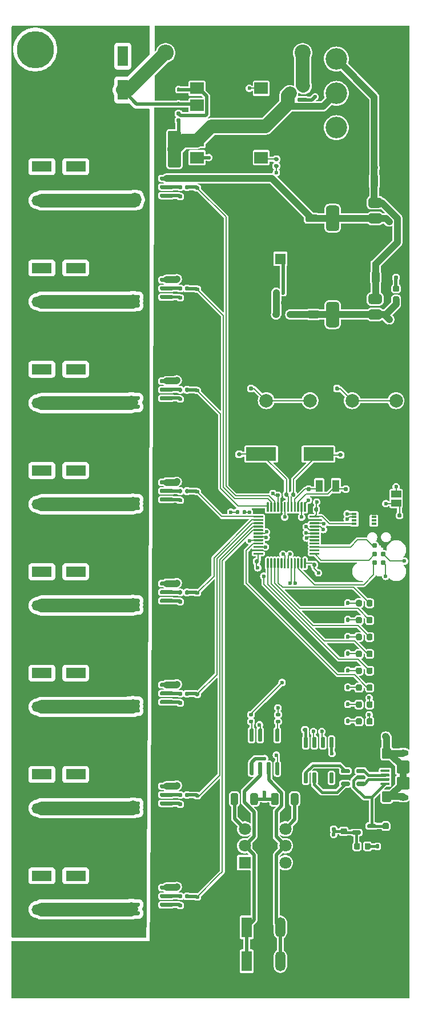
<source format=gtl>
G04 #@! TF.GenerationSoftware,KiCad,Pcbnew,8.0.8+1*
G04 #@! TF.CreationDate,2025-02-28T15:38:13+00:00*
G04 #@! TF.ProjectId,belegt,62656c65-6774-42e6-9b69-6361645f7063,rev?*
G04 #@! TF.SameCoordinates,Original*
G04 #@! TF.FileFunction,Copper,L1,Top*
G04 #@! TF.FilePolarity,Positive*
%FSLAX46Y46*%
G04 Gerber Fmt 4.6, Leading zero omitted, Abs format (unit mm)*
G04 Created by KiCad (PCBNEW 8.0.8+1) date 2025-02-28 15:38:13*
%MOMM*%
%LPD*%
G01*
G04 APERTURE LIST*
G04 #@! TA.AperFunction,ComponentPad*
%ADD10R,3.000000X1.500000*%
G04 #@! TD*
G04 #@! TA.AperFunction,ComponentPad*
%ADD11O,3.000000X1.500000*%
G04 #@! TD*
G04 #@! TA.AperFunction,ComponentPad*
%ADD12C,2.000000*%
G04 #@! TD*
G04 #@! TA.AperFunction,ComponentPad*
%ADD13C,5.500000*%
G04 #@! TD*
G04 #@! TA.AperFunction,ConnectorPad*
%ADD14C,0.787400*%
G04 #@! TD*
G04 #@! TA.AperFunction,SMDPad,CuDef*
%ADD15R,1.000000X1.800000*%
G04 #@! TD*
G04 #@! TA.AperFunction,ComponentPad*
%ADD16R,1.500000X3.000000*%
G04 #@! TD*
G04 #@! TA.AperFunction,ComponentPad*
%ADD17O,1.500000X3.000000*%
G04 #@! TD*
G04 #@! TA.AperFunction,SMDPad,CuDef*
%ADD18R,2.000000X1.780000*%
G04 #@! TD*
G04 #@! TA.AperFunction,ComponentPad*
%ADD19R,1.600000X1.600000*%
G04 #@! TD*
G04 #@! TA.AperFunction,ComponentPad*
%ADD20C,1.600000*%
G04 #@! TD*
G04 #@! TA.AperFunction,HeatsinkPad*
%ADD21O,1.600000X0.900000*%
G04 #@! TD*
G04 #@! TA.AperFunction,SMDPad,CuDef*
%ADD22R,4.500000X2.000000*%
G04 #@! TD*
G04 #@! TA.AperFunction,ComponentPad*
%ADD23R,3.200000X3.200000*%
G04 #@! TD*
G04 #@! TA.AperFunction,ComponentPad*
%ADD24C,3.200000*%
G04 #@! TD*
G04 #@! TA.AperFunction,ComponentPad*
%ADD25C,2.400000*%
G04 #@! TD*
G04 #@! TA.AperFunction,ComponentPad*
%ADD26O,2.400000X2.400000*%
G04 #@! TD*
G04 #@! TA.AperFunction,SMDPad,CuDef*
%ADD27R,0.750000X0.300000*%
G04 #@! TD*
G04 #@! TA.AperFunction,SMDPad,CuDef*
%ADD28R,1.300000X1.500000*%
G04 #@! TD*
G04 #@! TA.AperFunction,SMDPad,CuDef*
%ADD29R,1.500000X1.000000*%
G04 #@! TD*
G04 #@! TA.AperFunction,ComponentPad*
%ADD30R,1.800000X1.800000*%
G04 #@! TD*
G04 #@! TA.AperFunction,ComponentPad*
%ADD31C,1.800000*%
G04 #@! TD*
G04 #@! TA.AperFunction,ViaPad*
%ADD32C,0.600000*%
G04 #@! TD*
G04 #@! TA.AperFunction,Conductor*
%ADD33C,1.000000*%
G04 #@! TD*
G04 #@! TA.AperFunction,Conductor*
%ADD34C,0.200000*%
G04 #@! TD*
G04 #@! TA.AperFunction,Conductor*
%ADD35C,0.500000*%
G04 #@! TD*
G04 #@! TA.AperFunction,Conductor*
%ADD36C,0.400000*%
G04 #@! TD*
G04 #@! TA.AperFunction,Conductor*
%ADD37C,2.000000*%
G04 #@! TD*
G04 APERTURE END LIST*
G04 #@! TA.AperFunction,SMDPad,CuDef*
G36*
G01*
X125390000Y-102282500D02*
X125390000Y-101942500D01*
G75*
G02*
X125530000Y-101802500I140000J0D01*
G01*
X125810000Y-101802500D01*
G75*
G02*
X125950000Y-101942500I0J-140000D01*
G01*
X125950000Y-102282500D01*
G75*
G02*
X125810000Y-102422500I-140000J0D01*
G01*
X125530000Y-102422500D01*
G75*
G02*
X125390000Y-102282500I0J140000D01*
G01*
G37*
G04 #@! TD.AperFunction*
G04 #@! TA.AperFunction,SMDPad,CuDef*
G36*
G01*
X126350000Y-102282500D02*
X126350000Y-101942500D01*
G75*
G02*
X126490000Y-101802500I140000J0D01*
G01*
X126770000Y-101802500D01*
G75*
G02*
X126910000Y-101942500I0J-140000D01*
G01*
X126910000Y-102282500D01*
G75*
G02*
X126770000Y-102422500I-140000J0D01*
G01*
X126490000Y-102422500D01*
G75*
G02*
X126350000Y-102282500I0J140000D01*
G01*
G37*
G04 #@! TD.AperFunction*
G04 #@! TA.AperFunction,SMDPad,CuDef*
G36*
G01*
X124170000Y-135010000D02*
X123830000Y-135010000D01*
G75*
G02*
X123690000Y-134870000I0J140000D01*
G01*
X123690000Y-134590000D01*
G75*
G02*
X123830000Y-134450000I140000J0D01*
G01*
X124170000Y-134450000D01*
G75*
G02*
X124310000Y-134590000I0J-140000D01*
G01*
X124310000Y-134870000D01*
G75*
G02*
X124170000Y-135010000I-140000J0D01*
G01*
G37*
G04 #@! TD.AperFunction*
G04 #@! TA.AperFunction,SMDPad,CuDef*
G36*
G01*
X124170000Y-134050000D02*
X123830000Y-134050000D01*
G75*
G02*
X123690000Y-133910000I0J140000D01*
G01*
X123690000Y-133630000D01*
G75*
G02*
X123830000Y-133490000I140000J0D01*
G01*
X124170000Y-133490000D01*
G75*
G02*
X124310000Y-133630000I0J-140000D01*
G01*
X124310000Y-133910000D01*
G75*
G02*
X124170000Y-134050000I-140000J0D01*
G01*
G37*
G04 #@! TD.AperFunction*
G04 #@! TA.AperFunction,SMDPad,CuDef*
G36*
G01*
X97550000Y-158245000D02*
X97550000Y-157945000D01*
G75*
G02*
X97700000Y-157795000I150000J0D01*
G01*
X99350000Y-157795000D01*
G75*
G02*
X99500000Y-157945000I0J-150000D01*
G01*
X99500000Y-158245000D01*
G75*
G02*
X99350000Y-158395000I-150000J0D01*
G01*
X97700000Y-158395000D01*
G75*
G02*
X97550000Y-158245000I0J150000D01*
G01*
G37*
G04 #@! TD.AperFunction*
G04 #@! TA.AperFunction,SMDPad,CuDef*
G36*
G01*
X97550000Y-159515000D02*
X97550000Y-159215000D01*
G75*
G02*
X97700000Y-159065000I150000J0D01*
G01*
X99350000Y-159065000D01*
G75*
G02*
X99500000Y-159215000I0J-150000D01*
G01*
X99500000Y-159515000D01*
G75*
G02*
X99350000Y-159665000I-150000J0D01*
G01*
X97700000Y-159665000D01*
G75*
G02*
X97550000Y-159515000I0J150000D01*
G01*
G37*
G04 #@! TD.AperFunction*
G04 #@! TA.AperFunction,SMDPad,CuDef*
G36*
G01*
X97550000Y-160785000D02*
X97550000Y-160485000D01*
G75*
G02*
X97700000Y-160335000I150000J0D01*
G01*
X99350000Y-160335000D01*
G75*
G02*
X99500000Y-160485000I0J-150000D01*
G01*
X99500000Y-160785000D01*
G75*
G02*
X99350000Y-160935000I-150000J0D01*
G01*
X97700000Y-160935000D01*
G75*
G02*
X97550000Y-160785000I0J150000D01*
G01*
G37*
G04 #@! TD.AperFunction*
G04 #@! TA.AperFunction,SMDPad,CuDef*
G36*
G01*
X97550000Y-162055000D02*
X97550000Y-161755000D01*
G75*
G02*
X97700000Y-161605000I150000J0D01*
G01*
X99350000Y-161605000D01*
G75*
G02*
X99500000Y-161755000I0J-150000D01*
G01*
X99500000Y-162055000D01*
G75*
G02*
X99350000Y-162205000I-150000J0D01*
G01*
X97700000Y-162205000D01*
G75*
G02*
X97550000Y-162055000I0J150000D01*
G01*
G37*
G04 #@! TD.AperFunction*
G04 #@! TA.AperFunction,SMDPad,CuDef*
G36*
G01*
X102500000Y-162055000D02*
X102500000Y-161755000D01*
G75*
G02*
X102650000Y-161605000I150000J0D01*
G01*
X104300000Y-161605000D01*
G75*
G02*
X104450000Y-161755000I0J-150000D01*
G01*
X104450000Y-162055000D01*
G75*
G02*
X104300000Y-162205000I-150000J0D01*
G01*
X102650000Y-162205000D01*
G75*
G02*
X102500000Y-162055000I0J150000D01*
G01*
G37*
G04 #@! TD.AperFunction*
G04 #@! TA.AperFunction,SMDPad,CuDef*
G36*
G01*
X102500000Y-160785000D02*
X102500000Y-160485000D01*
G75*
G02*
X102650000Y-160335000I150000J0D01*
G01*
X104300000Y-160335000D01*
G75*
G02*
X104450000Y-160485000I0J-150000D01*
G01*
X104450000Y-160785000D01*
G75*
G02*
X104300000Y-160935000I-150000J0D01*
G01*
X102650000Y-160935000D01*
G75*
G02*
X102500000Y-160785000I0J150000D01*
G01*
G37*
G04 #@! TD.AperFunction*
G04 #@! TA.AperFunction,SMDPad,CuDef*
G36*
G01*
X102500000Y-159515000D02*
X102500000Y-159215000D01*
G75*
G02*
X102650000Y-159065000I150000J0D01*
G01*
X104300000Y-159065000D01*
G75*
G02*
X104450000Y-159215000I0J-150000D01*
G01*
X104450000Y-159515000D01*
G75*
G02*
X104300000Y-159665000I-150000J0D01*
G01*
X102650000Y-159665000D01*
G75*
G02*
X102500000Y-159515000I0J150000D01*
G01*
G37*
G04 #@! TD.AperFunction*
G04 #@! TA.AperFunction,SMDPad,CuDef*
G36*
G01*
X102500000Y-158245000D02*
X102500000Y-157945000D01*
G75*
G02*
X102650000Y-157795000I150000J0D01*
G01*
X104300000Y-157795000D01*
G75*
G02*
X104450000Y-157945000I0J-150000D01*
G01*
X104450000Y-158245000D01*
G75*
G02*
X104300000Y-158395000I-150000J0D01*
G01*
X102650000Y-158395000D01*
G75*
G02*
X102500000Y-158245000I0J150000D01*
G01*
G37*
G04 #@! TD.AperFunction*
D10*
X90000000Y-66350000D03*
X85000000Y-66350000D03*
D11*
X90000000Y-71350000D03*
X85000000Y-71350000D03*
D10*
X90000000Y-141350000D03*
X85000000Y-141350000D03*
D11*
X90000000Y-146350000D03*
X85000000Y-146350000D03*
G04 #@! TA.AperFunction,SMDPad,CuDef*
G36*
G01*
X125090000Y-110482500D02*
X125090000Y-110142500D01*
G75*
G02*
X125230000Y-110002500I140000J0D01*
G01*
X125510000Y-110002500D01*
G75*
G02*
X125650000Y-110142500I0J-140000D01*
G01*
X125650000Y-110482500D01*
G75*
G02*
X125510000Y-110622500I-140000J0D01*
G01*
X125230000Y-110622500D01*
G75*
G02*
X125090000Y-110482500I0J140000D01*
G01*
G37*
G04 #@! TD.AperFunction*
G04 #@! TA.AperFunction,SMDPad,CuDef*
G36*
G01*
X126050000Y-110482500D02*
X126050000Y-110142500D01*
G75*
G02*
X126190000Y-110002500I140000J0D01*
G01*
X126470000Y-110002500D01*
G75*
G02*
X126610000Y-110142500I0J-140000D01*
G01*
X126610000Y-110482500D01*
G75*
G02*
X126470000Y-110622500I-140000J0D01*
G01*
X126190000Y-110622500D01*
G75*
G02*
X126050000Y-110482500I0J140000D01*
G01*
G37*
G04 #@! TD.AperFunction*
D12*
X131000000Y-81500000D03*
X137500000Y-81500000D03*
X131000000Y-86000000D03*
X137500000Y-86000000D03*
G04 #@! TA.AperFunction,SMDPad,CuDef*
G36*
G01*
X130605000Y-130770000D02*
X130605000Y-131140000D01*
G75*
G02*
X130470000Y-131275000I-135000J0D01*
G01*
X130200000Y-131275000D01*
G75*
G02*
X130065000Y-131140000I0J135000D01*
G01*
X130065000Y-130770000D01*
G75*
G02*
X130200000Y-130635000I135000J0D01*
G01*
X130470000Y-130635000D01*
G75*
G02*
X130605000Y-130770000I0J-135000D01*
G01*
G37*
G04 #@! TD.AperFunction*
G04 #@! TA.AperFunction,SMDPad,CuDef*
G36*
G01*
X129585000Y-130770000D02*
X129585000Y-131140000D01*
G75*
G02*
X129450000Y-131275000I-135000J0D01*
G01*
X129180000Y-131275000D01*
G75*
G02*
X129045000Y-131140000I0J135000D01*
G01*
X129045000Y-130770000D01*
G75*
G02*
X129180000Y-130635000I135000J0D01*
G01*
X129450000Y-130635000D01*
G75*
G02*
X129585000Y-130770000I0J-135000D01*
G01*
G37*
G04 #@! TD.AperFunction*
X118250000Y-81500000D03*
X124750000Y-81500000D03*
X118250000Y-86000000D03*
X124750000Y-86000000D03*
G04 #@! TA.AperFunction,SMDPad,CuDef*
G36*
G01*
X124245000Y-142700000D02*
X123945000Y-142700000D01*
G75*
G02*
X123795000Y-142550000I0J150000D01*
G01*
X123795000Y-141200000D01*
G75*
G02*
X123945000Y-141050000I150000J0D01*
G01*
X124245000Y-141050000D01*
G75*
G02*
X124395000Y-141200000I0J-150000D01*
G01*
X124395000Y-142550000D01*
G75*
G02*
X124245000Y-142700000I-150000J0D01*
G01*
G37*
G04 #@! TD.AperFunction*
G04 #@! TA.AperFunction,SMDPad,CuDef*
G36*
G01*
X125515000Y-142700000D02*
X125215000Y-142700000D01*
G75*
G02*
X125065000Y-142550000I0J150000D01*
G01*
X125065000Y-141200000D01*
G75*
G02*
X125215000Y-141050000I150000J0D01*
G01*
X125515000Y-141050000D01*
G75*
G02*
X125665000Y-141200000I0J-150000D01*
G01*
X125665000Y-142550000D01*
G75*
G02*
X125515000Y-142700000I-150000J0D01*
G01*
G37*
G04 #@! TD.AperFunction*
G04 #@! TA.AperFunction,SMDPad,CuDef*
G36*
G01*
X126785000Y-142700000D02*
X126485000Y-142700000D01*
G75*
G02*
X126335000Y-142550000I0J150000D01*
G01*
X126335000Y-141200000D01*
G75*
G02*
X126485000Y-141050000I150000J0D01*
G01*
X126785000Y-141050000D01*
G75*
G02*
X126935000Y-141200000I0J-150000D01*
G01*
X126935000Y-142550000D01*
G75*
G02*
X126785000Y-142700000I-150000J0D01*
G01*
G37*
G04 #@! TD.AperFunction*
G04 #@! TA.AperFunction,SMDPad,CuDef*
G36*
G01*
X128055000Y-142700000D02*
X127755000Y-142700000D01*
G75*
G02*
X127605000Y-142550000I0J150000D01*
G01*
X127605000Y-141200000D01*
G75*
G02*
X127755000Y-141050000I150000J0D01*
G01*
X128055000Y-141050000D01*
G75*
G02*
X128205000Y-141200000I0J-150000D01*
G01*
X128205000Y-142550000D01*
G75*
G02*
X128055000Y-142700000I-150000J0D01*
G01*
G37*
G04 #@! TD.AperFunction*
G04 #@! TA.AperFunction,SMDPad,CuDef*
G36*
G01*
X128055000Y-137450000D02*
X127755000Y-137450000D01*
G75*
G02*
X127605000Y-137300000I0J150000D01*
G01*
X127605000Y-135950000D01*
G75*
G02*
X127755000Y-135800000I150000J0D01*
G01*
X128055000Y-135800000D01*
G75*
G02*
X128205000Y-135950000I0J-150000D01*
G01*
X128205000Y-137300000D01*
G75*
G02*
X128055000Y-137450000I-150000J0D01*
G01*
G37*
G04 #@! TD.AperFunction*
G04 #@! TA.AperFunction,SMDPad,CuDef*
G36*
G01*
X126785000Y-137450000D02*
X126485000Y-137450000D01*
G75*
G02*
X126335000Y-137300000I0J150000D01*
G01*
X126335000Y-135950000D01*
G75*
G02*
X126485000Y-135800000I150000J0D01*
G01*
X126785000Y-135800000D01*
G75*
G02*
X126935000Y-135950000I0J-150000D01*
G01*
X126935000Y-137300000D01*
G75*
G02*
X126785000Y-137450000I-150000J0D01*
G01*
G37*
G04 #@! TD.AperFunction*
G04 #@! TA.AperFunction,SMDPad,CuDef*
G36*
G01*
X125515000Y-137450000D02*
X125215000Y-137450000D01*
G75*
G02*
X125065000Y-137300000I0J150000D01*
G01*
X125065000Y-135950000D01*
G75*
G02*
X125215000Y-135800000I150000J0D01*
G01*
X125515000Y-135800000D01*
G75*
G02*
X125665000Y-135950000I0J-150000D01*
G01*
X125665000Y-137300000D01*
G75*
G02*
X125515000Y-137450000I-150000J0D01*
G01*
G37*
G04 #@! TD.AperFunction*
G04 #@! TA.AperFunction,SMDPad,CuDef*
G36*
G01*
X124245000Y-137450000D02*
X123945000Y-137450000D01*
G75*
G02*
X123795000Y-137300000I0J150000D01*
G01*
X123795000Y-135950000D01*
G75*
G02*
X123945000Y-135800000I150000J0D01*
G01*
X124245000Y-135800000D01*
G75*
G02*
X124395000Y-135950000I0J-150000D01*
G01*
X124395000Y-137300000D01*
G75*
G02*
X124245000Y-137450000I-150000J0D01*
G01*
G37*
G04 #@! TD.AperFunction*
G04 #@! TA.AperFunction,SMDPad,CuDef*
G36*
G01*
X119400000Y-73362500D02*
X119400000Y-73137500D01*
G75*
G02*
X119512500Y-73025000I112500J0D01*
G01*
X119887500Y-73025000D01*
G75*
G02*
X120000000Y-73137500I0J-112500D01*
G01*
X120000000Y-73362500D01*
G75*
G02*
X119887500Y-73475000I-112500J0D01*
G01*
X119512500Y-73475000D01*
G75*
G02*
X119400000Y-73362500I0J112500D01*
G01*
G37*
G04 #@! TD.AperFunction*
G04 #@! TA.AperFunction,SMDPad,CuDef*
G36*
G01*
X121500000Y-73362500D02*
X121500000Y-73137500D01*
G75*
G02*
X121612500Y-73025000I112500J0D01*
G01*
X121987500Y-73025000D01*
G75*
G02*
X122100000Y-73137500I0J-112500D01*
G01*
X122100000Y-73362500D01*
G75*
G02*
X121987500Y-73475000I-112500J0D01*
G01*
X121612500Y-73475000D01*
G75*
G02*
X121500000Y-73362500I0J112500D01*
G01*
G37*
G04 #@! TD.AperFunction*
D13*
X136000000Y-34000000D03*
G04 #@! TA.AperFunction,SMDPad,CuDef*
G36*
G01*
X105220000Y-54585000D02*
X105220000Y-54215000D01*
G75*
G02*
X105355000Y-54080000I135000J0D01*
G01*
X105625000Y-54080000D01*
G75*
G02*
X105760000Y-54215000I0J-135000D01*
G01*
X105760000Y-54585000D01*
G75*
G02*
X105625000Y-54720000I-135000J0D01*
G01*
X105355000Y-54720000D01*
G75*
G02*
X105220000Y-54585000I0J135000D01*
G01*
G37*
G04 #@! TD.AperFunction*
G04 #@! TA.AperFunction,SMDPad,CuDef*
G36*
G01*
X106240000Y-54585000D02*
X106240000Y-54215000D01*
G75*
G02*
X106375000Y-54080000I135000J0D01*
G01*
X106645000Y-54080000D01*
G75*
G02*
X106780000Y-54215000I0J-135000D01*
G01*
X106780000Y-54585000D01*
G75*
G02*
X106645000Y-54720000I-135000J0D01*
G01*
X106375000Y-54720000D01*
G75*
G02*
X106240000Y-54585000I0J135000D01*
G01*
G37*
G04 #@! TD.AperFunction*
D14*
X135635000Y-110020000D03*
X134365000Y-110020000D03*
X135635000Y-108750000D03*
X134365000Y-108750000D03*
X135635000Y-107480000D03*
X134365000Y-107480000D03*
G04 #@! TA.AperFunction,SMDPad,CuDef*
G36*
G01*
X105220000Y-159585000D02*
X105220000Y-159215000D01*
G75*
G02*
X105355000Y-159080000I135000J0D01*
G01*
X105625000Y-159080000D01*
G75*
G02*
X105760000Y-159215000I0J-135000D01*
G01*
X105760000Y-159585000D01*
G75*
G02*
X105625000Y-159720000I-135000J0D01*
G01*
X105355000Y-159720000D01*
G75*
G02*
X105220000Y-159585000I0J135000D01*
G01*
G37*
G04 #@! TD.AperFunction*
G04 #@! TA.AperFunction,SMDPad,CuDef*
G36*
G01*
X106240000Y-159585000D02*
X106240000Y-159215000D01*
G75*
G02*
X106375000Y-159080000I135000J0D01*
G01*
X106645000Y-159080000D01*
G75*
G02*
X106780000Y-159215000I0J-135000D01*
G01*
X106780000Y-159585000D01*
G75*
G02*
X106645000Y-159720000I-135000J0D01*
G01*
X106375000Y-159720000D01*
G75*
G02*
X106240000Y-159585000I0J135000D01*
G01*
G37*
G04 #@! TD.AperFunction*
G04 #@! TA.AperFunction,SMDPad,CuDef*
G36*
G01*
X97550000Y-83245000D02*
X97550000Y-82945000D01*
G75*
G02*
X97700000Y-82795000I150000J0D01*
G01*
X99350000Y-82795000D01*
G75*
G02*
X99500000Y-82945000I0J-150000D01*
G01*
X99500000Y-83245000D01*
G75*
G02*
X99350000Y-83395000I-150000J0D01*
G01*
X97700000Y-83395000D01*
G75*
G02*
X97550000Y-83245000I0J150000D01*
G01*
G37*
G04 #@! TD.AperFunction*
G04 #@! TA.AperFunction,SMDPad,CuDef*
G36*
G01*
X97550000Y-84515000D02*
X97550000Y-84215000D01*
G75*
G02*
X97700000Y-84065000I150000J0D01*
G01*
X99350000Y-84065000D01*
G75*
G02*
X99500000Y-84215000I0J-150000D01*
G01*
X99500000Y-84515000D01*
G75*
G02*
X99350000Y-84665000I-150000J0D01*
G01*
X97700000Y-84665000D01*
G75*
G02*
X97550000Y-84515000I0J150000D01*
G01*
G37*
G04 #@! TD.AperFunction*
G04 #@! TA.AperFunction,SMDPad,CuDef*
G36*
G01*
X97550000Y-85785000D02*
X97550000Y-85485000D01*
G75*
G02*
X97700000Y-85335000I150000J0D01*
G01*
X99350000Y-85335000D01*
G75*
G02*
X99500000Y-85485000I0J-150000D01*
G01*
X99500000Y-85785000D01*
G75*
G02*
X99350000Y-85935000I-150000J0D01*
G01*
X97700000Y-85935000D01*
G75*
G02*
X97550000Y-85785000I0J150000D01*
G01*
G37*
G04 #@! TD.AperFunction*
G04 #@! TA.AperFunction,SMDPad,CuDef*
G36*
G01*
X97550000Y-87055000D02*
X97550000Y-86755000D01*
G75*
G02*
X97700000Y-86605000I150000J0D01*
G01*
X99350000Y-86605000D01*
G75*
G02*
X99500000Y-86755000I0J-150000D01*
G01*
X99500000Y-87055000D01*
G75*
G02*
X99350000Y-87205000I-150000J0D01*
G01*
X97700000Y-87205000D01*
G75*
G02*
X97550000Y-87055000I0J150000D01*
G01*
G37*
G04 #@! TD.AperFunction*
G04 #@! TA.AperFunction,SMDPad,CuDef*
G36*
G01*
X102500000Y-87055000D02*
X102500000Y-86755000D01*
G75*
G02*
X102650000Y-86605000I150000J0D01*
G01*
X104300000Y-86605000D01*
G75*
G02*
X104450000Y-86755000I0J-150000D01*
G01*
X104450000Y-87055000D01*
G75*
G02*
X104300000Y-87205000I-150000J0D01*
G01*
X102650000Y-87205000D01*
G75*
G02*
X102500000Y-87055000I0J150000D01*
G01*
G37*
G04 #@! TD.AperFunction*
G04 #@! TA.AperFunction,SMDPad,CuDef*
G36*
G01*
X102500000Y-85785000D02*
X102500000Y-85485000D01*
G75*
G02*
X102650000Y-85335000I150000J0D01*
G01*
X104300000Y-85335000D01*
G75*
G02*
X104450000Y-85485000I0J-150000D01*
G01*
X104450000Y-85785000D01*
G75*
G02*
X104300000Y-85935000I-150000J0D01*
G01*
X102650000Y-85935000D01*
G75*
G02*
X102500000Y-85785000I0J150000D01*
G01*
G37*
G04 #@! TD.AperFunction*
G04 #@! TA.AperFunction,SMDPad,CuDef*
G36*
G01*
X102500000Y-84515000D02*
X102500000Y-84215000D01*
G75*
G02*
X102650000Y-84065000I150000J0D01*
G01*
X104300000Y-84065000D01*
G75*
G02*
X104450000Y-84215000I0J-150000D01*
G01*
X104450000Y-84515000D01*
G75*
G02*
X104300000Y-84665000I-150000J0D01*
G01*
X102650000Y-84665000D01*
G75*
G02*
X102500000Y-84515000I0J150000D01*
G01*
G37*
G04 #@! TD.AperFunction*
G04 #@! TA.AperFunction,SMDPad,CuDef*
G36*
G01*
X102500000Y-83245000D02*
X102500000Y-82945000D01*
G75*
G02*
X102650000Y-82795000I150000J0D01*
G01*
X104300000Y-82795000D01*
G75*
G02*
X104450000Y-82945000I0J-150000D01*
G01*
X104450000Y-83245000D01*
G75*
G02*
X104300000Y-83395000I-150000J0D01*
G01*
X102650000Y-83395000D01*
G75*
G02*
X102500000Y-83245000I0J150000D01*
G01*
G37*
G04 #@! TD.AperFunction*
D10*
X90000000Y-156350000D03*
X85000000Y-156350000D03*
D11*
X90000000Y-161350000D03*
X85000000Y-161350000D03*
G04 #@! TA.AperFunction,SMDPad,CuDef*
G36*
G01*
X137243750Y-68987500D02*
X137756250Y-68987500D01*
G75*
G02*
X137975000Y-69206250I0J-218750D01*
G01*
X137975000Y-69643750D01*
G75*
G02*
X137756250Y-69862500I-218750J0D01*
G01*
X137243750Y-69862500D01*
G75*
G02*
X137025000Y-69643750I0J218750D01*
G01*
X137025000Y-69206250D01*
G75*
G02*
X137243750Y-68987500I218750J0D01*
G01*
G37*
G04 #@! TD.AperFunction*
G04 #@! TA.AperFunction,SMDPad,CuDef*
G36*
G01*
X137243750Y-70562500D02*
X137756250Y-70562500D01*
G75*
G02*
X137975000Y-70781250I0J-218750D01*
G01*
X137975000Y-71218750D01*
G75*
G02*
X137756250Y-71437500I-218750J0D01*
G01*
X137243750Y-71437500D01*
G75*
G02*
X137025000Y-71218750I0J218750D01*
G01*
X137025000Y-70781250D01*
G75*
G02*
X137243750Y-70562500I218750J0D01*
G01*
G37*
G04 #@! TD.AperFunction*
D15*
X126100000Y-98612500D03*
X128600000Y-98612500D03*
G04 #@! TA.AperFunction,SMDPad,CuDef*
G36*
G01*
X105330000Y-130490000D02*
X105670000Y-130490000D01*
G75*
G02*
X105810000Y-130630000I0J-140000D01*
G01*
X105810000Y-130910000D01*
G75*
G02*
X105670000Y-131050000I-140000J0D01*
G01*
X105330000Y-131050000D01*
G75*
G02*
X105190000Y-130910000I0J140000D01*
G01*
X105190000Y-130630000D01*
G75*
G02*
X105330000Y-130490000I140000J0D01*
G01*
G37*
G04 #@! TD.AperFunction*
G04 #@! TA.AperFunction,SMDPad,CuDef*
G36*
G01*
X105330000Y-131450000D02*
X105670000Y-131450000D01*
G75*
G02*
X105810000Y-131590000I0J-140000D01*
G01*
X105810000Y-131870000D01*
G75*
G02*
X105670000Y-132010000I-140000J0D01*
G01*
X105330000Y-132010000D01*
G75*
G02*
X105190000Y-131870000I0J140000D01*
G01*
X105190000Y-131590000D01*
G75*
G02*
X105330000Y-131450000I140000J0D01*
G01*
G37*
G04 #@! TD.AperFunction*
G04 #@! TA.AperFunction,SMDPad,CuDef*
G36*
G01*
X130605000Y-133270000D02*
X130605000Y-133640000D01*
G75*
G02*
X130470000Y-133775000I-135000J0D01*
G01*
X130200000Y-133775000D01*
G75*
G02*
X130065000Y-133640000I0J135000D01*
G01*
X130065000Y-133270000D01*
G75*
G02*
X130200000Y-133135000I135000J0D01*
G01*
X130470000Y-133135000D01*
G75*
G02*
X130605000Y-133270000I0J-135000D01*
G01*
G37*
G04 #@! TD.AperFunction*
G04 #@! TA.AperFunction,SMDPad,CuDef*
G36*
G01*
X129585000Y-133270000D02*
X129585000Y-133640000D01*
G75*
G02*
X129450000Y-133775000I-135000J0D01*
G01*
X129180000Y-133775000D01*
G75*
G02*
X129045000Y-133640000I0J135000D01*
G01*
X129045000Y-133270000D01*
G75*
G02*
X129180000Y-133135000I135000J0D01*
G01*
X129450000Y-133135000D01*
G75*
G02*
X129585000Y-133270000I0J-135000D01*
G01*
G37*
G04 #@! TD.AperFunction*
G04 #@! TA.AperFunction,SMDPad,CuDef*
G36*
G01*
X131562500Y-131256250D02*
X131562500Y-130743750D01*
G75*
G02*
X131781250Y-130525000I218750J0D01*
G01*
X132218750Y-130525000D01*
G75*
G02*
X132437500Y-130743750I0J-218750D01*
G01*
X132437500Y-131256250D01*
G75*
G02*
X132218750Y-131475000I-218750J0D01*
G01*
X131781250Y-131475000D01*
G75*
G02*
X131562500Y-131256250I0J218750D01*
G01*
G37*
G04 #@! TD.AperFunction*
G04 #@! TA.AperFunction,SMDPad,CuDef*
G36*
G01*
X133137500Y-131256250D02*
X133137500Y-130743750D01*
G75*
G02*
X133356250Y-130525000I218750J0D01*
G01*
X133793750Y-130525000D01*
G75*
G02*
X134012500Y-130743750I0J-218750D01*
G01*
X134012500Y-131256250D01*
G75*
G02*
X133793750Y-131475000I-218750J0D01*
G01*
X133356250Y-131475000D01*
G75*
G02*
X133137500Y-131256250I0J218750D01*
G01*
G37*
G04 #@! TD.AperFunction*
G04 #@! TA.AperFunction,SMDPad,CuDef*
G36*
G01*
X125650000Y-59550000D02*
X124350000Y-59550000D01*
G75*
G02*
X124100000Y-59300000I0J250000D01*
G01*
X124100000Y-58650000D01*
G75*
G02*
X124350000Y-58400000I250000J0D01*
G01*
X125650000Y-58400000D01*
G75*
G02*
X125900000Y-58650000I0J-250000D01*
G01*
X125900000Y-59300000D01*
G75*
G02*
X125650000Y-59550000I-250000J0D01*
G01*
G37*
G04 #@! TD.AperFunction*
G04 #@! TA.AperFunction,SMDPad,CuDef*
G36*
G01*
X125650000Y-56600000D02*
X124350000Y-56600000D01*
G75*
G02*
X124100000Y-56350000I0J250000D01*
G01*
X124100000Y-55700000D01*
G75*
G02*
X124350000Y-55450000I250000J0D01*
G01*
X125650000Y-55450000D01*
G75*
G02*
X125900000Y-55700000I0J-250000D01*
G01*
X125900000Y-56350000D01*
G75*
G02*
X125650000Y-56600000I-250000J0D01*
G01*
G37*
G04 #@! TD.AperFunction*
G04 #@! TA.AperFunction,SMDPad,CuDef*
G36*
G01*
X130605000Y-115770000D02*
X130605000Y-116140000D01*
G75*
G02*
X130470000Y-116275000I-135000J0D01*
G01*
X130200000Y-116275000D01*
G75*
G02*
X130065000Y-116140000I0J135000D01*
G01*
X130065000Y-115770000D01*
G75*
G02*
X130200000Y-115635000I135000J0D01*
G01*
X130470000Y-115635000D01*
G75*
G02*
X130605000Y-115770000I0J-135000D01*
G01*
G37*
G04 #@! TD.AperFunction*
G04 #@! TA.AperFunction,SMDPad,CuDef*
G36*
G01*
X129585000Y-115770000D02*
X129585000Y-116140000D01*
G75*
G02*
X129450000Y-116275000I-135000J0D01*
G01*
X129180000Y-116275000D01*
G75*
G02*
X129045000Y-116140000I0J135000D01*
G01*
X129045000Y-115770000D01*
G75*
G02*
X129180000Y-115635000I135000J0D01*
G01*
X129450000Y-115635000D01*
G75*
G02*
X129585000Y-115770000I0J-135000D01*
G01*
G37*
G04 #@! TD.AperFunction*
G04 #@! TA.AperFunction,SMDPad,CuDef*
G36*
G01*
X105330000Y-70490000D02*
X105670000Y-70490000D01*
G75*
G02*
X105810000Y-70630000I0J-140000D01*
G01*
X105810000Y-70910000D01*
G75*
G02*
X105670000Y-71050000I-140000J0D01*
G01*
X105330000Y-71050000D01*
G75*
G02*
X105190000Y-70910000I0J140000D01*
G01*
X105190000Y-70630000D01*
G75*
G02*
X105330000Y-70490000I140000J0D01*
G01*
G37*
G04 #@! TD.AperFunction*
G04 #@! TA.AperFunction,SMDPad,CuDef*
G36*
G01*
X105330000Y-71450000D02*
X105670000Y-71450000D01*
G75*
G02*
X105810000Y-71590000I0J-140000D01*
G01*
X105810000Y-71870000D01*
G75*
G02*
X105670000Y-72010000I-140000J0D01*
G01*
X105330000Y-72010000D01*
G75*
G02*
X105190000Y-71870000I0J140000D01*
G01*
X105190000Y-71590000D01*
G75*
G02*
X105330000Y-71450000I140000J0D01*
G01*
G37*
G04 #@! TD.AperFunction*
G04 #@! TA.AperFunction,SMDPad,CuDef*
G36*
G01*
X128420000Y-149740000D02*
X128080000Y-149740000D01*
G75*
G02*
X127940000Y-149600000I0J140000D01*
G01*
X127940000Y-149320000D01*
G75*
G02*
X128080000Y-149180000I140000J0D01*
G01*
X128420000Y-149180000D01*
G75*
G02*
X128560000Y-149320000I0J-140000D01*
G01*
X128560000Y-149600000D01*
G75*
G02*
X128420000Y-149740000I-140000J0D01*
G01*
G37*
G04 #@! TD.AperFunction*
G04 #@! TA.AperFunction,SMDPad,CuDef*
G36*
G01*
X128420000Y-148780000D02*
X128080000Y-148780000D01*
G75*
G02*
X127940000Y-148640000I0J140000D01*
G01*
X127940000Y-148360000D01*
G75*
G02*
X128080000Y-148220000I140000J0D01*
G01*
X128420000Y-148220000D01*
G75*
G02*
X128560000Y-148360000I0J-140000D01*
G01*
X128560000Y-148640000D01*
G75*
G02*
X128420000Y-148780000I-140000J0D01*
G01*
G37*
G04 #@! TD.AperFunction*
G04 #@! TA.AperFunction,SMDPad,CuDef*
G36*
G01*
X105330000Y-85490000D02*
X105670000Y-85490000D01*
G75*
G02*
X105810000Y-85630000I0J-140000D01*
G01*
X105810000Y-85910000D01*
G75*
G02*
X105670000Y-86050000I-140000J0D01*
G01*
X105330000Y-86050000D01*
G75*
G02*
X105190000Y-85910000I0J140000D01*
G01*
X105190000Y-85630000D01*
G75*
G02*
X105330000Y-85490000I140000J0D01*
G01*
G37*
G04 #@! TD.AperFunction*
G04 #@! TA.AperFunction,SMDPad,CuDef*
G36*
G01*
X105330000Y-86450000D02*
X105670000Y-86450000D01*
G75*
G02*
X105810000Y-86590000I0J-140000D01*
G01*
X105810000Y-86870000D01*
G75*
G02*
X105670000Y-87010000I-140000J0D01*
G01*
X105330000Y-87010000D01*
G75*
G02*
X105190000Y-86870000I0J140000D01*
G01*
X105190000Y-86590000D01*
G75*
G02*
X105330000Y-86450000I140000J0D01*
G01*
G37*
G04 #@! TD.AperFunction*
G04 #@! TA.AperFunction,SMDPad,CuDef*
G36*
G01*
X134240000Y-51670000D02*
X134240000Y-51330000D01*
G75*
G02*
X134380000Y-51190000I140000J0D01*
G01*
X134660000Y-51190000D01*
G75*
G02*
X134800000Y-51330000I0J-140000D01*
G01*
X134800000Y-51670000D01*
G75*
G02*
X134660000Y-51810000I-140000J0D01*
G01*
X134380000Y-51810000D01*
G75*
G02*
X134240000Y-51670000I0J140000D01*
G01*
G37*
G04 #@! TD.AperFunction*
G04 #@! TA.AperFunction,SMDPad,CuDef*
G36*
G01*
X135200000Y-51670000D02*
X135200000Y-51330000D01*
G75*
G02*
X135340000Y-51190000I140000J0D01*
G01*
X135620000Y-51190000D01*
G75*
G02*
X135760000Y-51330000I0J-140000D01*
G01*
X135760000Y-51670000D01*
G75*
G02*
X135620000Y-51810000I-140000J0D01*
G01*
X135340000Y-51810000D01*
G75*
G02*
X135200000Y-51670000I0J140000D01*
G01*
G37*
G04 #@! TD.AperFunction*
G04 #@! TA.AperFunction,SMDPad,CuDef*
G36*
G01*
X105137500Y-39650000D02*
X105362500Y-39650000D01*
G75*
G02*
X105475000Y-39762500I0J-112500D01*
G01*
X105475000Y-40137500D01*
G75*
G02*
X105362500Y-40250000I-112500J0D01*
G01*
X105137500Y-40250000D01*
G75*
G02*
X105025000Y-40137500I0J112500D01*
G01*
X105025000Y-39762500D01*
G75*
G02*
X105137500Y-39650000I112500J0D01*
G01*
G37*
G04 #@! TD.AperFunction*
G04 #@! TA.AperFunction,SMDPad,CuDef*
G36*
G01*
X105137500Y-41750000D02*
X105362500Y-41750000D01*
G75*
G02*
X105475000Y-41862500I0J-112500D01*
G01*
X105475000Y-42237500D01*
G75*
G02*
X105362500Y-42350000I-112500J0D01*
G01*
X105137500Y-42350000D01*
G75*
G02*
X105025000Y-42237500I0J112500D01*
G01*
X105025000Y-41862500D01*
G75*
G02*
X105137500Y-41750000I112500J0D01*
G01*
G37*
G04 #@! TD.AperFunction*
G04 #@! TA.AperFunction,SMDPad,CuDef*
G36*
G01*
X96900000Y-51225000D02*
X96900000Y-46275000D01*
G75*
G02*
X97150000Y-46025000I250000J0D01*
G01*
X98575000Y-46025000D01*
G75*
G02*
X98825000Y-46275000I0J-250000D01*
G01*
X98825000Y-51225000D01*
G75*
G02*
X98575000Y-51475000I-250000J0D01*
G01*
X97150000Y-51475000D01*
G75*
G02*
X96900000Y-51225000I0J250000D01*
G01*
G37*
G04 #@! TD.AperFunction*
G04 #@! TA.AperFunction,SMDPad,CuDef*
G36*
G01*
X103675000Y-51225000D02*
X103675000Y-46275000D01*
G75*
G02*
X103925000Y-46025000I250000J0D01*
G01*
X105350000Y-46025000D01*
G75*
G02*
X105600000Y-46275000I0J-250000D01*
G01*
X105600000Y-51225000D01*
G75*
G02*
X105350000Y-51475000I-250000J0D01*
G01*
X103925000Y-51475000D01*
G75*
G02*
X103675000Y-51225000I0J250000D01*
G01*
G37*
G04 #@! TD.AperFunction*
G04 #@! TA.AperFunction,SMDPad,CuDef*
G36*
G01*
X124362500Y-41300000D02*
X124362500Y-41600000D01*
G75*
G02*
X124212500Y-41750000I-150000J0D01*
G01*
X123037500Y-41750000D01*
G75*
G02*
X122887500Y-41600000I0J150000D01*
G01*
X122887500Y-41300000D01*
G75*
G02*
X123037500Y-41150000I150000J0D01*
G01*
X124212500Y-41150000D01*
G75*
G02*
X124362500Y-41300000I0J-150000D01*
G01*
G37*
G04 #@! TD.AperFunction*
G04 #@! TA.AperFunction,SMDPad,CuDef*
G36*
G01*
X124362500Y-39400000D02*
X124362500Y-39700000D01*
G75*
G02*
X124212500Y-39850000I-150000J0D01*
G01*
X123037500Y-39850000D01*
G75*
G02*
X122887500Y-39700000I0J150000D01*
G01*
X122887500Y-39400000D01*
G75*
G02*
X123037500Y-39250000I150000J0D01*
G01*
X124212500Y-39250000D01*
G75*
G02*
X124362500Y-39400000I0J-150000D01*
G01*
G37*
G04 #@! TD.AperFunction*
G04 #@! TA.AperFunction,SMDPad,CuDef*
G36*
G01*
X122487500Y-40350000D02*
X122487500Y-40650000D01*
G75*
G02*
X122337500Y-40800000I-150000J0D01*
G01*
X121162500Y-40800000D01*
G75*
G02*
X121012500Y-40650000I0J150000D01*
G01*
X121012500Y-40350000D01*
G75*
G02*
X121162500Y-40200000I150000J0D01*
G01*
X122337500Y-40200000D01*
G75*
G02*
X122487500Y-40350000I0J-150000D01*
G01*
G37*
G04 #@! TD.AperFunction*
G04 #@! TA.AperFunction,SMDPad,CuDef*
G36*
G01*
X135050000Y-67100000D02*
X135050000Y-68400000D01*
G75*
G02*
X134800000Y-68650000I-250000J0D01*
G01*
X134150000Y-68650000D01*
G75*
G02*
X133900000Y-68400000I0J250000D01*
G01*
X133900000Y-67100000D01*
G75*
G02*
X134150000Y-66850000I250000J0D01*
G01*
X134800000Y-66850000D01*
G75*
G02*
X135050000Y-67100000I0J-250000D01*
G01*
G37*
G04 #@! TD.AperFunction*
G04 #@! TA.AperFunction,SMDPad,CuDef*
G36*
G01*
X132100000Y-67100000D02*
X132100000Y-68400000D01*
G75*
G02*
X131850000Y-68650000I-250000J0D01*
G01*
X131200000Y-68650000D01*
G75*
G02*
X130950000Y-68400000I0J250000D01*
G01*
X130950000Y-67100000D01*
G75*
G02*
X131200000Y-66850000I250000J0D01*
G01*
X131850000Y-66850000D01*
G75*
G02*
X132100000Y-67100000I0J-250000D01*
G01*
G37*
G04 #@! TD.AperFunction*
D16*
X115350000Y-164000000D03*
X115350000Y-169000000D03*
D17*
X120350000Y-164000000D03*
X120350000Y-169000000D03*
G04 #@! TA.AperFunction,SMDPad,CuDef*
G36*
G01*
X131562500Y-121256250D02*
X131562500Y-120743750D01*
G75*
G02*
X131781250Y-120525000I218750J0D01*
G01*
X132218750Y-120525000D01*
G75*
G02*
X132437500Y-120743750I0J-218750D01*
G01*
X132437500Y-121256250D01*
G75*
G02*
X132218750Y-121475000I-218750J0D01*
G01*
X131781250Y-121475000D01*
G75*
G02*
X131562500Y-121256250I0J218750D01*
G01*
G37*
G04 #@! TD.AperFunction*
G04 #@! TA.AperFunction,SMDPad,CuDef*
G36*
G01*
X133137500Y-121256250D02*
X133137500Y-120743750D01*
G75*
G02*
X133356250Y-120525000I218750J0D01*
G01*
X133793750Y-120525000D01*
G75*
G02*
X134012500Y-120743750I0J-218750D01*
G01*
X134012500Y-121256250D01*
G75*
G02*
X133793750Y-121475000I-218750J0D01*
G01*
X133356250Y-121475000D01*
G75*
G02*
X133137500Y-121256250I0J218750D01*
G01*
G37*
G04 #@! TD.AperFunction*
D18*
X107985000Y-39730000D03*
X107985000Y-42270000D03*
X117515000Y-42270000D03*
X117515000Y-39730000D03*
G04 #@! TA.AperFunction,SMDPad,CuDef*
G36*
G01*
X105220000Y-69585000D02*
X105220000Y-69215000D01*
G75*
G02*
X105355000Y-69080000I135000J0D01*
G01*
X105625000Y-69080000D01*
G75*
G02*
X105760000Y-69215000I0J-135000D01*
G01*
X105760000Y-69585000D01*
G75*
G02*
X105625000Y-69720000I-135000J0D01*
G01*
X105355000Y-69720000D01*
G75*
G02*
X105220000Y-69585000I0J135000D01*
G01*
G37*
G04 #@! TD.AperFunction*
G04 #@! TA.AperFunction,SMDPad,CuDef*
G36*
G01*
X106240000Y-69585000D02*
X106240000Y-69215000D01*
G75*
G02*
X106375000Y-69080000I135000J0D01*
G01*
X106645000Y-69080000D01*
G75*
G02*
X106780000Y-69215000I0J-135000D01*
G01*
X106780000Y-69585000D01*
G75*
G02*
X106645000Y-69720000I-135000J0D01*
G01*
X106375000Y-69720000D01*
G75*
G02*
X106240000Y-69585000I0J135000D01*
G01*
G37*
G04 #@! TD.AperFunction*
G04 #@! TA.AperFunction,SMDPad,CuDef*
G36*
G01*
X97550000Y-68245000D02*
X97550000Y-67945000D01*
G75*
G02*
X97700000Y-67795000I150000J0D01*
G01*
X99350000Y-67795000D01*
G75*
G02*
X99500000Y-67945000I0J-150000D01*
G01*
X99500000Y-68245000D01*
G75*
G02*
X99350000Y-68395000I-150000J0D01*
G01*
X97700000Y-68395000D01*
G75*
G02*
X97550000Y-68245000I0J150000D01*
G01*
G37*
G04 #@! TD.AperFunction*
G04 #@! TA.AperFunction,SMDPad,CuDef*
G36*
G01*
X97550000Y-69515000D02*
X97550000Y-69215000D01*
G75*
G02*
X97700000Y-69065000I150000J0D01*
G01*
X99350000Y-69065000D01*
G75*
G02*
X99500000Y-69215000I0J-150000D01*
G01*
X99500000Y-69515000D01*
G75*
G02*
X99350000Y-69665000I-150000J0D01*
G01*
X97700000Y-69665000D01*
G75*
G02*
X97550000Y-69515000I0J150000D01*
G01*
G37*
G04 #@! TD.AperFunction*
G04 #@! TA.AperFunction,SMDPad,CuDef*
G36*
G01*
X97550000Y-70785000D02*
X97550000Y-70485000D01*
G75*
G02*
X97700000Y-70335000I150000J0D01*
G01*
X99350000Y-70335000D01*
G75*
G02*
X99500000Y-70485000I0J-150000D01*
G01*
X99500000Y-70785000D01*
G75*
G02*
X99350000Y-70935000I-150000J0D01*
G01*
X97700000Y-70935000D01*
G75*
G02*
X97550000Y-70785000I0J150000D01*
G01*
G37*
G04 #@! TD.AperFunction*
G04 #@! TA.AperFunction,SMDPad,CuDef*
G36*
G01*
X97550000Y-72055000D02*
X97550000Y-71755000D01*
G75*
G02*
X97700000Y-71605000I150000J0D01*
G01*
X99350000Y-71605000D01*
G75*
G02*
X99500000Y-71755000I0J-150000D01*
G01*
X99500000Y-72055000D01*
G75*
G02*
X99350000Y-72205000I-150000J0D01*
G01*
X97700000Y-72205000D01*
G75*
G02*
X97550000Y-72055000I0J150000D01*
G01*
G37*
G04 #@! TD.AperFunction*
G04 #@! TA.AperFunction,SMDPad,CuDef*
G36*
G01*
X102500000Y-72055000D02*
X102500000Y-71755000D01*
G75*
G02*
X102650000Y-71605000I150000J0D01*
G01*
X104300000Y-71605000D01*
G75*
G02*
X104450000Y-71755000I0J-150000D01*
G01*
X104450000Y-72055000D01*
G75*
G02*
X104300000Y-72205000I-150000J0D01*
G01*
X102650000Y-72205000D01*
G75*
G02*
X102500000Y-72055000I0J150000D01*
G01*
G37*
G04 #@! TD.AperFunction*
G04 #@! TA.AperFunction,SMDPad,CuDef*
G36*
G01*
X102500000Y-70785000D02*
X102500000Y-70485000D01*
G75*
G02*
X102650000Y-70335000I150000J0D01*
G01*
X104300000Y-70335000D01*
G75*
G02*
X104450000Y-70485000I0J-150000D01*
G01*
X104450000Y-70785000D01*
G75*
G02*
X104300000Y-70935000I-150000J0D01*
G01*
X102650000Y-70935000D01*
G75*
G02*
X102500000Y-70785000I0J150000D01*
G01*
G37*
G04 #@! TD.AperFunction*
G04 #@! TA.AperFunction,SMDPad,CuDef*
G36*
G01*
X102500000Y-69515000D02*
X102500000Y-69215000D01*
G75*
G02*
X102650000Y-69065000I150000J0D01*
G01*
X104300000Y-69065000D01*
G75*
G02*
X104450000Y-69215000I0J-150000D01*
G01*
X104450000Y-69515000D01*
G75*
G02*
X104300000Y-69665000I-150000J0D01*
G01*
X102650000Y-69665000D01*
G75*
G02*
X102500000Y-69515000I0J150000D01*
G01*
G37*
G04 #@! TD.AperFunction*
G04 #@! TA.AperFunction,SMDPad,CuDef*
G36*
G01*
X102500000Y-68245000D02*
X102500000Y-67945000D01*
G75*
G02*
X102650000Y-67795000I150000J0D01*
G01*
X104300000Y-67795000D01*
G75*
G02*
X104450000Y-67945000I0J-150000D01*
G01*
X104450000Y-68245000D01*
G75*
G02*
X104300000Y-68395000I-150000J0D01*
G01*
X102650000Y-68395000D01*
G75*
G02*
X102500000Y-68245000I0J150000D01*
G01*
G37*
G04 #@! TD.AperFunction*
G04 #@! TA.AperFunction,SMDPad,CuDef*
G36*
G01*
X130605000Y-123270000D02*
X130605000Y-123640000D01*
G75*
G02*
X130470000Y-123775000I-135000J0D01*
G01*
X130200000Y-123775000D01*
G75*
G02*
X130065000Y-123640000I0J135000D01*
G01*
X130065000Y-123270000D01*
G75*
G02*
X130200000Y-123135000I135000J0D01*
G01*
X130470000Y-123135000D01*
G75*
G02*
X130605000Y-123270000I0J-135000D01*
G01*
G37*
G04 #@! TD.AperFunction*
G04 #@! TA.AperFunction,SMDPad,CuDef*
G36*
G01*
X129585000Y-123270000D02*
X129585000Y-123640000D01*
G75*
G02*
X129450000Y-123775000I-135000J0D01*
G01*
X129180000Y-123775000D01*
G75*
G02*
X129045000Y-123640000I0J135000D01*
G01*
X129045000Y-123270000D01*
G75*
G02*
X129180000Y-123135000I135000J0D01*
G01*
X129450000Y-123135000D01*
G75*
G02*
X129585000Y-123270000I0J-135000D01*
G01*
G37*
G04 #@! TD.AperFunction*
G04 #@! TA.AperFunction,SMDPad,CuDef*
G36*
G01*
X105330000Y-160490000D02*
X105670000Y-160490000D01*
G75*
G02*
X105810000Y-160630000I0J-140000D01*
G01*
X105810000Y-160910000D01*
G75*
G02*
X105670000Y-161050000I-140000J0D01*
G01*
X105330000Y-161050000D01*
G75*
G02*
X105190000Y-160910000I0J140000D01*
G01*
X105190000Y-160630000D01*
G75*
G02*
X105330000Y-160490000I140000J0D01*
G01*
G37*
G04 #@! TD.AperFunction*
G04 #@! TA.AperFunction,SMDPad,CuDef*
G36*
G01*
X105330000Y-161450000D02*
X105670000Y-161450000D01*
G75*
G02*
X105810000Y-161590000I0J-140000D01*
G01*
X105810000Y-161870000D01*
G75*
G02*
X105670000Y-162010000I-140000J0D01*
G01*
X105330000Y-162010000D01*
G75*
G02*
X105190000Y-161870000I0J140000D01*
G01*
X105190000Y-161590000D01*
G75*
G02*
X105330000Y-161450000I140000J0D01*
G01*
G37*
G04 #@! TD.AperFunction*
G04 #@! TA.AperFunction,SMDPad,CuDef*
G36*
G01*
X105220000Y-84585000D02*
X105220000Y-84215000D01*
G75*
G02*
X105355000Y-84080000I135000J0D01*
G01*
X105625000Y-84080000D01*
G75*
G02*
X105760000Y-84215000I0J-135000D01*
G01*
X105760000Y-84585000D01*
G75*
G02*
X105625000Y-84720000I-135000J0D01*
G01*
X105355000Y-84720000D01*
G75*
G02*
X105220000Y-84585000I0J135000D01*
G01*
G37*
G04 #@! TD.AperFunction*
G04 #@! TA.AperFunction,SMDPad,CuDef*
G36*
G01*
X106240000Y-84585000D02*
X106240000Y-84215000D01*
G75*
G02*
X106375000Y-84080000I135000J0D01*
G01*
X106645000Y-84080000D01*
G75*
G02*
X106780000Y-84215000I0J-135000D01*
G01*
X106780000Y-84585000D01*
G75*
G02*
X106645000Y-84720000I-135000J0D01*
G01*
X106375000Y-84720000D01*
G75*
G02*
X106240000Y-84585000I0J135000D01*
G01*
G37*
G04 #@! TD.AperFunction*
G04 #@! TA.AperFunction,SMDPad,CuDef*
G36*
G01*
X130950000Y-148200000D02*
X130950000Y-147900000D01*
G75*
G02*
X131100000Y-147750000I150000J0D01*
G01*
X132125000Y-147750000D01*
G75*
G02*
X132275000Y-147900000I0J-150000D01*
G01*
X132275000Y-148200000D01*
G75*
G02*
X132125000Y-148350000I-150000J0D01*
G01*
X131100000Y-148350000D01*
G75*
G02*
X130950000Y-148200000I0J150000D01*
G01*
G37*
G04 #@! TD.AperFunction*
G04 #@! TA.AperFunction,SMDPad,CuDef*
G36*
G01*
X130950000Y-150100000D02*
X130950000Y-149800000D01*
G75*
G02*
X131100000Y-149650000I150000J0D01*
G01*
X132125000Y-149650000D01*
G75*
G02*
X132275000Y-149800000I0J-150000D01*
G01*
X132275000Y-150100000D01*
G75*
G02*
X132125000Y-150250000I-150000J0D01*
G01*
X131100000Y-150250000D01*
G75*
G02*
X130950000Y-150100000I0J150000D01*
G01*
G37*
G04 #@! TD.AperFunction*
G04 #@! TA.AperFunction,SMDPad,CuDef*
G36*
G01*
X133225000Y-149150000D02*
X133225000Y-148850000D01*
G75*
G02*
X133375000Y-148700000I150000J0D01*
G01*
X134400000Y-148700000D01*
G75*
G02*
X134550000Y-148850000I0J-150000D01*
G01*
X134550000Y-149150000D01*
G75*
G02*
X134400000Y-149300000I-150000J0D01*
G01*
X133375000Y-149300000D01*
G75*
G02*
X133225000Y-149150000I0J150000D01*
G01*
G37*
G04 #@! TD.AperFunction*
G04 #@! TA.AperFunction,SMDPad,CuDef*
G36*
G01*
X136030000Y-151815000D02*
X136030000Y-152185000D01*
G75*
G02*
X135895000Y-152320000I-135000J0D01*
G01*
X135625000Y-152320000D01*
G75*
G02*
X135490000Y-152185000I0J135000D01*
G01*
X135490000Y-151815000D01*
G75*
G02*
X135625000Y-151680000I135000J0D01*
G01*
X135895000Y-151680000D01*
G75*
G02*
X136030000Y-151815000I0J-135000D01*
G01*
G37*
G04 #@! TD.AperFunction*
G04 #@! TA.AperFunction,SMDPad,CuDef*
G36*
G01*
X135010000Y-151815000D02*
X135010000Y-152185000D01*
G75*
G02*
X134875000Y-152320000I-135000J0D01*
G01*
X134605000Y-152320000D01*
G75*
G02*
X134470000Y-152185000I0J135000D01*
G01*
X134470000Y-151815000D01*
G75*
G02*
X134605000Y-151680000I135000J0D01*
G01*
X134875000Y-151680000D01*
G75*
G02*
X135010000Y-151815000I0J-135000D01*
G01*
G37*
G04 #@! TD.AperFunction*
G04 #@! TA.AperFunction,SMDPad,CuDef*
G36*
G01*
X97550000Y-113245000D02*
X97550000Y-112945000D01*
G75*
G02*
X97700000Y-112795000I150000J0D01*
G01*
X99350000Y-112795000D01*
G75*
G02*
X99500000Y-112945000I0J-150000D01*
G01*
X99500000Y-113245000D01*
G75*
G02*
X99350000Y-113395000I-150000J0D01*
G01*
X97700000Y-113395000D01*
G75*
G02*
X97550000Y-113245000I0J150000D01*
G01*
G37*
G04 #@! TD.AperFunction*
G04 #@! TA.AperFunction,SMDPad,CuDef*
G36*
G01*
X97550000Y-114515000D02*
X97550000Y-114215000D01*
G75*
G02*
X97700000Y-114065000I150000J0D01*
G01*
X99350000Y-114065000D01*
G75*
G02*
X99500000Y-114215000I0J-150000D01*
G01*
X99500000Y-114515000D01*
G75*
G02*
X99350000Y-114665000I-150000J0D01*
G01*
X97700000Y-114665000D01*
G75*
G02*
X97550000Y-114515000I0J150000D01*
G01*
G37*
G04 #@! TD.AperFunction*
G04 #@! TA.AperFunction,SMDPad,CuDef*
G36*
G01*
X97550000Y-115785000D02*
X97550000Y-115485000D01*
G75*
G02*
X97700000Y-115335000I150000J0D01*
G01*
X99350000Y-115335000D01*
G75*
G02*
X99500000Y-115485000I0J-150000D01*
G01*
X99500000Y-115785000D01*
G75*
G02*
X99350000Y-115935000I-150000J0D01*
G01*
X97700000Y-115935000D01*
G75*
G02*
X97550000Y-115785000I0J150000D01*
G01*
G37*
G04 #@! TD.AperFunction*
G04 #@! TA.AperFunction,SMDPad,CuDef*
G36*
G01*
X97550000Y-117055000D02*
X97550000Y-116755000D01*
G75*
G02*
X97700000Y-116605000I150000J0D01*
G01*
X99350000Y-116605000D01*
G75*
G02*
X99500000Y-116755000I0J-150000D01*
G01*
X99500000Y-117055000D01*
G75*
G02*
X99350000Y-117205000I-150000J0D01*
G01*
X97700000Y-117205000D01*
G75*
G02*
X97550000Y-117055000I0J150000D01*
G01*
G37*
G04 #@! TD.AperFunction*
G04 #@! TA.AperFunction,SMDPad,CuDef*
G36*
G01*
X102500000Y-117055000D02*
X102500000Y-116755000D01*
G75*
G02*
X102650000Y-116605000I150000J0D01*
G01*
X104300000Y-116605000D01*
G75*
G02*
X104450000Y-116755000I0J-150000D01*
G01*
X104450000Y-117055000D01*
G75*
G02*
X104300000Y-117205000I-150000J0D01*
G01*
X102650000Y-117205000D01*
G75*
G02*
X102500000Y-117055000I0J150000D01*
G01*
G37*
G04 #@! TD.AperFunction*
G04 #@! TA.AperFunction,SMDPad,CuDef*
G36*
G01*
X102500000Y-115785000D02*
X102500000Y-115485000D01*
G75*
G02*
X102650000Y-115335000I150000J0D01*
G01*
X104300000Y-115335000D01*
G75*
G02*
X104450000Y-115485000I0J-150000D01*
G01*
X104450000Y-115785000D01*
G75*
G02*
X104300000Y-115935000I-150000J0D01*
G01*
X102650000Y-115935000D01*
G75*
G02*
X102500000Y-115785000I0J150000D01*
G01*
G37*
G04 #@! TD.AperFunction*
G04 #@! TA.AperFunction,SMDPad,CuDef*
G36*
G01*
X102500000Y-114515000D02*
X102500000Y-114215000D01*
G75*
G02*
X102650000Y-114065000I150000J0D01*
G01*
X104300000Y-114065000D01*
G75*
G02*
X104450000Y-114215000I0J-150000D01*
G01*
X104450000Y-114515000D01*
G75*
G02*
X104300000Y-114665000I-150000J0D01*
G01*
X102650000Y-114665000D01*
G75*
G02*
X102500000Y-114515000I0J150000D01*
G01*
G37*
G04 #@! TD.AperFunction*
G04 #@! TA.AperFunction,SMDPad,CuDef*
G36*
G01*
X102500000Y-113245000D02*
X102500000Y-112945000D01*
G75*
G02*
X102650000Y-112795000I150000J0D01*
G01*
X104300000Y-112795000D01*
G75*
G02*
X104450000Y-112945000I0J-150000D01*
G01*
X104450000Y-113245000D01*
G75*
G02*
X104300000Y-113395000I-150000J0D01*
G01*
X102650000Y-113395000D01*
G75*
G02*
X102500000Y-113245000I0J150000D01*
G01*
G37*
G04 #@! TD.AperFunction*
G04 #@! TA.AperFunction,SMDPad,CuDef*
G36*
G01*
X119755000Y-134550000D02*
X120055000Y-134550000D01*
G75*
G02*
X120205000Y-134700000I0J-150000D01*
G01*
X120205000Y-136350000D01*
G75*
G02*
X120055000Y-136500000I-150000J0D01*
G01*
X119755000Y-136500000D01*
G75*
G02*
X119605000Y-136350000I0J150000D01*
G01*
X119605000Y-134700000D01*
G75*
G02*
X119755000Y-134550000I150000J0D01*
G01*
G37*
G04 #@! TD.AperFunction*
G04 #@! TA.AperFunction,SMDPad,CuDef*
G36*
G01*
X118485000Y-134550000D02*
X118785000Y-134550000D01*
G75*
G02*
X118935000Y-134700000I0J-150000D01*
G01*
X118935000Y-136350000D01*
G75*
G02*
X118785000Y-136500000I-150000J0D01*
G01*
X118485000Y-136500000D01*
G75*
G02*
X118335000Y-136350000I0J150000D01*
G01*
X118335000Y-134700000D01*
G75*
G02*
X118485000Y-134550000I150000J0D01*
G01*
G37*
G04 #@! TD.AperFunction*
G04 #@! TA.AperFunction,SMDPad,CuDef*
G36*
G01*
X117215000Y-134550000D02*
X117515000Y-134550000D01*
G75*
G02*
X117665000Y-134700000I0J-150000D01*
G01*
X117665000Y-136350000D01*
G75*
G02*
X117515000Y-136500000I-150000J0D01*
G01*
X117215000Y-136500000D01*
G75*
G02*
X117065000Y-136350000I0J150000D01*
G01*
X117065000Y-134700000D01*
G75*
G02*
X117215000Y-134550000I150000J0D01*
G01*
G37*
G04 #@! TD.AperFunction*
G04 #@! TA.AperFunction,SMDPad,CuDef*
G36*
G01*
X115945000Y-134550000D02*
X116245000Y-134550000D01*
G75*
G02*
X116395000Y-134700000I0J-150000D01*
G01*
X116395000Y-136350000D01*
G75*
G02*
X116245000Y-136500000I-150000J0D01*
G01*
X115945000Y-136500000D01*
G75*
G02*
X115795000Y-136350000I0J150000D01*
G01*
X115795000Y-134700000D01*
G75*
G02*
X115945000Y-134550000I150000J0D01*
G01*
G37*
G04 #@! TD.AperFunction*
G04 #@! TA.AperFunction,SMDPad,CuDef*
G36*
G01*
X115945000Y-139500000D02*
X116245000Y-139500000D01*
G75*
G02*
X116395000Y-139650000I0J-150000D01*
G01*
X116395000Y-141300000D01*
G75*
G02*
X116245000Y-141450000I-150000J0D01*
G01*
X115945000Y-141450000D01*
G75*
G02*
X115795000Y-141300000I0J150000D01*
G01*
X115795000Y-139650000D01*
G75*
G02*
X115945000Y-139500000I150000J0D01*
G01*
G37*
G04 #@! TD.AperFunction*
G04 #@! TA.AperFunction,SMDPad,CuDef*
G36*
G01*
X117215000Y-139500000D02*
X117515000Y-139500000D01*
G75*
G02*
X117665000Y-139650000I0J-150000D01*
G01*
X117665000Y-141300000D01*
G75*
G02*
X117515000Y-141450000I-150000J0D01*
G01*
X117215000Y-141450000D01*
G75*
G02*
X117065000Y-141300000I0J150000D01*
G01*
X117065000Y-139650000D01*
G75*
G02*
X117215000Y-139500000I150000J0D01*
G01*
G37*
G04 #@! TD.AperFunction*
G04 #@! TA.AperFunction,SMDPad,CuDef*
G36*
G01*
X118485000Y-139500000D02*
X118785000Y-139500000D01*
G75*
G02*
X118935000Y-139650000I0J-150000D01*
G01*
X118935000Y-141300000D01*
G75*
G02*
X118785000Y-141450000I-150000J0D01*
G01*
X118485000Y-141450000D01*
G75*
G02*
X118335000Y-141300000I0J150000D01*
G01*
X118335000Y-139650000D01*
G75*
G02*
X118485000Y-139500000I150000J0D01*
G01*
G37*
G04 #@! TD.AperFunction*
G04 #@! TA.AperFunction,SMDPad,CuDef*
G36*
G01*
X119755000Y-139500000D02*
X120055000Y-139500000D01*
G75*
G02*
X120205000Y-139650000I0J-150000D01*
G01*
X120205000Y-141300000D01*
G75*
G02*
X120055000Y-141450000I-150000J0D01*
G01*
X119755000Y-141450000D01*
G75*
G02*
X119605000Y-141300000I0J150000D01*
G01*
X119605000Y-139650000D01*
G75*
G02*
X119755000Y-139500000I150000J0D01*
G01*
G37*
G04 #@! TD.AperFunction*
D13*
X84000000Y-34000000D03*
G04 #@! TA.AperFunction,SMDPad,CuDef*
G36*
G01*
X123925000Y-101012500D02*
X124075000Y-101012500D01*
G75*
G02*
X124150000Y-101087500I0J-75000D01*
G01*
X124150000Y-102412500D01*
G75*
G02*
X124075000Y-102487500I-75000J0D01*
G01*
X123925000Y-102487500D01*
G75*
G02*
X123850000Y-102412500I0J75000D01*
G01*
X123850000Y-101087500D01*
G75*
G02*
X123925000Y-101012500I75000J0D01*
G01*
G37*
G04 #@! TD.AperFunction*
G04 #@! TA.AperFunction,SMDPad,CuDef*
G36*
G01*
X123425000Y-101012500D02*
X123575000Y-101012500D01*
G75*
G02*
X123650000Y-101087500I0J-75000D01*
G01*
X123650000Y-102412500D01*
G75*
G02*
X123575000Y-102487500I-75000J0D01*
G01*
X123425000Y-102487500D01*
G75*
G02*
X123350000Y-102412500I0J75000D01*
G01*
X123350000Y-101087500D01*
G75*
G02*
X123425000Y-101012500I75000J0D01*
G01*
G37*
G04 #@! TD.AperFunction*
G04 #@! TA.AperFunction,SMDPad,CuDef*
G36*
G01*
X122925000Y-101012500D02*
X123075000Y-101012500D01*
G75*
G02*
X123150000Y-101087500I0J-75000D01*
G01*
X123150000Y-102412500D01*
G75*
G02*
X123075000Y-102487500I-75000J0D01*
G01*
X122925000Y-102487500D01*
G75*
G02*
X122850000Y-102412500I0J75000D01*
G01*
X122850000Y-101087500D01*
G75*
G02*
X122925000Y-101012500I75000J0D01*
G01*
G37*
G04 #@! TD.AperFunction*
G04 #@! TA.AperFunction,SMDPad,CuDef*
G36*
G01*
X122425000Y-101012500D02*
X122575000Y-101012500D01*
G75*
G02*
X122650000Y-101087500I0J-75000D01*
G01*
X122650000Y-102412500D01*
G75*
G02*
X122575000Y-102487500I-75000J0D01*
G01*
X122425000Y-102487500D01*
G75*
G02*
X122350000Y-102412500I0J75000D01*
G01*
X122350000Y-101087500D01*
G75*
G02*
X122425000Y-101012500I75000J0D01*
G01*
G37*
G04 #@! TD.AperFunction*
G04 #@! TA.AperFunction,SMDPad,CuDef*
G36*
G01*
X121925000Y-101012500D02*
X122075000Y-101012500D01*
G75*
G02*
X122150000Y-101087500I0J-75000D01*
G01*
X122150000Y-102412500D01*
G75*
G02*
X122075000Y-102487500I-75000J0D01*
G01*
X121925000Y-102487500D01*
G75*
G02*
X121850000Y-102412500I0J75000D01*
G01*
X121850000Y-101087500D01*
G75*
G02*
X121925000Y-101012500I75000J0D01*
G01*
G37*
G04 #@! TD.AperFunction*
G04 #@! TA.AperFunction,SMDPad,CuDef*
G36*
G01*
X121425000Y-101012500D02*
X121575000Y-101012500D01*
G75*
G02*
X121650000Y-101087500I0J-75000D01*
G01*
X121650000Y-102412500D01*
G75*
G02*
X121575000Y-102487500I-75000J0D01*
G01*
X121425000Y-102487500D01*
G75*
G02*
X121350000Y-102412500I0J75000D01*
G01*
X121350000Y-101087500D01*
G75*
G02*
X121425000Y-101012500I75000J0D01*
G01*
G37*
G04 #@! TD.AperFunction*
G04 #@! TA.AperFunction,SMDPad,CuDef*
G36*
G01*
X120925000Y-101012500D02*
X121075000Y-101012500D01*
G75*
G02*
X121150000Y-101087500I0J-75000D01*
G01*
X121150000Y-102412500D01*
G75*
G02*
X121075000Y-102487500I-75000J0D01*
G01*
X120925000Y-102487500D01*
G75*
G02*
X120850000Y-102412500I0J75000D01*
G01*
X120850000Y-101087500D01*
G75*
G02*
X120925000Y-101012500I75000J0D01*
G01*
G37*
G04 #@! TD.AperFunction*
G04 #@! TA.AperFunction,SMDPad,CuDef*
G36*
G01*
X120425000Y-101012500D02*
X120575000Y-101012500D01*
G75*
G02*
X120650000Y-101087500I0J-75000D01*
G01*
X120650000Y-102412500D01*
G75*
G02*
X120575000Y-102487500I-75000J0D01*
G01*
X120425000Y-102487500D01*
G75*
G02*
X120350000Y-102412500I0J75000D01*
G01*
X120350000Y-101087500D01*
G75*
G02*
X120425000Y-101012500I75000J0D01*
G01*
G37*
G04 #@! TD.AperFunction*
G04 #@! TA.AperFunction,SMDPad,CuDef*
G36*
G01*
X119925000Y-101012500D02*
X120075000Y-101012500D01*
G75*
G02*
X120150000Y-101087500I0J-75000D01*
G01*
X120150000Y-102412500D01*
G75*
G02*
X120075000Y-102487500I-75000J0D01*
G01*
X119925000Y-102487500D01*
G75*
G02*
X119850000Y-102412500I0J75000D01*
G01*
X119850000Y-101087500D01*
G75*
G02*
X119925000Y-101012500I75000J0D01*
G01*
G37*
G04 #@! TD.AperFunction*
G04 #@! TA.AperFunction,SMDPad,CuDef*
G36*
G01*
X119425000Y-101012500D02*
X119575000Y-101012500D01*
G75*
G02*
X119650000Y-101087500I0J-75000D01*
G01*
X119650000Y-102412500D01*
G75*
G02*
X119575000Y-102487500I-75000J0D01*
G01*
X119425000Y-102487500D01*
G75*
G02*
X119350000Y-102412500I0J75000D01*
G01*
X119350000Y-101087500D01*
G75*
G02*
X119425000Y-101012500I75000J0D01*
G01*
G37*
G04 #@! TD.AperFunction*
G04 #@! TA.AperFunction,SMDPad,CuDef*
G36*
G01*
X118925000Y-101012500D02*
X119075000Y-101012500D01*
G75*
G02*
X119150000Y-101087500I0J-75000D01*
G01*
X119150000Y-102412500D01*
G75*
G02*
X119075000Y-102487500I-75000J0D01*
G01*
X118925000Y-102487500D01*
G75*
G02*
X118850000Y-102412500I0J75000D01*
G01*
X118850000Y-101087500D01*
G75*
G02*
X118925000Y-101012500I75000J0D01*
G01*
G37*
G04 #@! TD.AperFunction*
G04 #@! TA.AperFunction,SMDPad,CuDef*
G36*
G01*
X118425000Y-101012500D02*
X118575000Y-101012500D01*
G75*
G02*
X118650000Y-101087500I0J-75000D01*
G01*
X118650000Y-102412500D01*
G75*
G02*
X118575000Y-102487500I-75000J0D01*
G01*
X118425000Y-102487500D01*
G75*
G02*
X118350000Y-102412500I0J75000D01*
G01*
X118350000Y-101087500D01*
G75*
G02*
X118425000Y-101012500I75000J0D01*
G01*
G37*
G04 #@! TD.AperFunction*
G04 #@! TA.AperFunction,SMDPad,CuDef*
G36*
G01*
X116425000Y-103012500D02*
X117750000Y-103012500D01*
G75*
G02*
X117825000Y-103087500I0J-75000D01*
G01*
X117825000Y-103237500D01*
G75*
G02*
X117750000Y-103312500I-75000J0D01*
G01*
X116425000Y-103312500D01*
G75*
G02*
X116350000Y-103237500I0J75000D01*
G01*
X116350000Y-103087500D01*
G75*
G02*
X116425000Y-103012500I75000J0D01*
G01*
G37*
G04 #@! TD.AperFunction*
G04 #@! TA.AperFunction,SMDPad,CuDef*
G36*
G01*
X116425000Y-103512500D02*
X117750000Y-103512500D01*
G75*
G02*
X117825000Y-103587500I0J-75000D01*
G01*
X117825000Y-103737500D01*
G75*
G02*
X117750000Y-103812500I-75000J0D01*
G01*
X116425000Y-103812500D01*
G75*
G02*
X116350000Y-103737500I0J75000D01*
G01*
X116350000Y-103587500D01*
G75*
G02*
X116425000Y-103512500I75000J0D01*
G01*
G37*
G04 #@! TD.AperFunction*
G04 #@! TA.AperFunction,SMDPad,CuDef*
G36*
G01*
X116425000Y-104012500D02*
X117750000Y-104012500D01*
G75*
G02*
X117825000Y-104087500I0J-75000D01*
G01*
X117825000Y-104237500D01*
G75*
G02*
X117750000Y-104312500I-75000J0D01*
G01*
X116425000Y-104312500D01*
G75*
G02*
X116350000Y-104237500I0J75000D01*
G01*
X116350000Y-104087500D01*
G75*
G02*
X116425000Y-104012500I75000J0D01*
G01*
G37*
G04 #@! TD.AperFunction*
G04 #@! TA.AperFunction,SMDPad,CuDef*
G36*
G01*
X116425000Y-104512500D02*
X117750000Y-104512500D01*
G75*
G02*
X117825000Y-104587500I0J-75000D01*
G01*
X117825000Y-104737500D01*
G75*
G02*
X117750000Y-104812500I-75000J0D01*
G01*
X116425000Y-104812500D01*
G75*
G02*
X116350000Y-104737500I0J75000D01*
G01*
X116350000Y-104587500D01*
G75*
G02*
X116425000Y-104512500I75000J0D01*
G01*
G37*
G04 #@! TD.AperFunction*
G04 #@! TA.AperFunction,SMDPad,CuDef*
G36*
G01*
X116425000Y-105012500D02*
X117750000Y-105012500D01*
G75*
G02*
X117825000Y-105087500I0J-75000D01*
G01*
X117825000Y-105237500D01*
G75*
G02*
X117750000Y-105312500I-75000J0D01*
G01*
X116425000Y-105312500D01*
G75*
G02*
X116350000Y-105237500I0J75000D01*
G01*
X116350000Y-105087500D01*
G75*
G02*
X116425000Y-105012500I75000J0D01*
G01*
G37*
G04 #@! TD.AperFunction*
G04 #@! TA.AperFunction,SMDPad,CuDef*
G36*
G01*
X116425000Y-105512500D02*
X117750000Y-105512500D01*
G75*
G02*
X117825000Y-105587500I0J-75000D01*
G01*
X117825000Y-105737500D01*
G75*
G02*
X117750000Y-105812500I-75000J0D01*
G01*
X116425000Y-105812500D01*
G75*
G02*
X116350000Y-105737500I0J75000D01*
G01*
X116350000Y-105587500D01*
G75*
G02*
X116425000Y-105512500I75000J0D01*
G01*
G37*
G04 #@! TD.AperFunction*
G04 #@! TA.AperFunction,SMDPad,CuDef*
G36*
G01*
X116425000Y-106012500D02*
X117750000Y-106012500D01*
G75*
G02*
X117825000Y-106087500I0J-75000D01*
G01*
X117825000Y-106237500D01*
G75*
G02*
X117750000Y-106312500I-75000J0D01*
G01*
X116425000Y-106312500D01*
G75*
G02*
X116350000Y-106237500I0J75000D01*
G01*
X116350000Y-106087500D01*
G75*
G02*
X116425000Y-106012500I75000J0D01*
G01*
G37*
G04 #@! TD.AperFunction*
G04 #@! TA.AperFunction,SMDPad,CuDef*
G36*
G01*
X116425000Y-106512500D02*
X117750000Y-106512500D01*
G75*
G02*
X117825000Y-106587500I0J-75000D01*
G01*
X117825000Y-106737500D01*
G75*
G02*
X117750000Y-106812500I-75000J0D01*
G01*
X116425000Y-106812500D01*
G75*
G02*
X116350000Y-106737500I0J75000D01*
G01*
X116350000Y-106587500D01*
G75*
G02*
X116425000Y-106512500I75000J0D01*
G01*
G37*
G04 #@! TD.AperFunction*
G04 #@! TA.AperFunction,SMDPad,CuDef*
G36*
G01*
X116425000Y-107012500D02*
X117750000Y-107012500D01*
G75*
G02*
X117825000Y-107087500I0J-75000D01*
G01*
X117825000Y-107237500D01*
G75*
G02*
X117750000Y-107312500I-75000J0D01*
G01*
X116425000Y-107312500D01*
G75*
G02*
X116350000Y-107237500I0J75000D01*
G01*
X116350000Y-107087500D01*
G75*
G02*
X116425000Y-107012500I75000J0D01*
G01*
G37*
G04 #@! TD.AperFunction*
G04 #@! TA.AperFunction,SMDPad,CuDef*
G36*
G01*
X116425000Y-107512500D02*
X117750000Y-107512500D01*
G75*
G02*
X117825000Y-107587500I0J-75000D01*
G01*
X117825000Y-107737500D01*
G75*
G02*
X117750000Y-107812500I-75000J0D01*
G01*
X116425000Y-107812500D01*
G75*
G02*
X116350000Y-107737500I0J75000D01*
G01*
X116350000Y-107587500D01*
G75*
G02*
X116425000Y-107512500I75000J0D01*
G01*
G37*
G04 #@! TD.AperFunction*
G04 #@! TA.AperFunction,SMDPad,CuDef*
G36*
G01*
X116425000Y-108012500D02*
X117750000Y-108012500D01*
G75*
G02*
X117825000Y-108087500I0J-75000D01*
G01*
X117825000Y-108237500D01*
G75*
G02*
X117750000Y-108312500I-75000J0D01*
G01*
X116425000Y-108312500D01*
G75*
G02*
X116350000Y-108237500I0J75000D01*
G01*
X116350000Y-108087500D01*
G75*
G02*
X116425000Y-108012500I75000J0D01*
G01*
G37*
G04 #@! TD.AperFunction*
G04 #@! TA.AperFunction,SMDPad,CuDef*
G36*
G01*
X116425000Y-108512500D02*
X117750000Y-108512500D01*
G75*
G02*
X117825000Y-108587500I0J-75000D01*
G01*
X117825000Y-108737500D01*
G75*
G02*
X117750000Y-108812500I-75000J0D01*
G01*
X116425000Y-108812500D01*
G75*
G02*
X116350000Y-108737500I0J75000D01*
G01*
X116350000Y-108587500D01*
G75*
G02*
X116425000Y-108512500I75000J0D01*
G01*
G37*
G04 #@! TD.AperFunction*
G04 #@! TA.AperFunction,SMDPad,CuDef*
G36*
G01*
X118425000Y-109337500D02*
X118575000Y-109337500D01*
G75*
G02*
X118650000Y-109412500I0J-75000D01*
G01*
X118650000Y-110737500D01*
G75*
G02*
X118575000Y-110812500I-75000J0D01*
G01*
X118425000Y-110812500D01*
G75*
G02*
X118350000Y-110737500I0J75000D01*
G01*
X118350000Y-109412500D01*
G75*
G02*
X118425000Y-109337500I75000J0D01*
G01*
G37*
G04 #@! TD.AperFunction*
G04 #@! TA.AperFunction,SMDPad,CuDef*
G36*
G01*
X118925000Y-109337500D02*
X119075000Y-109337500D01*
G75*
G02*
X119150000Y-109412500I0J-75000D01*
G01*
X119150000Y-110737500D01*
G75*
G02*
X119075000Y-110812500I-75000J0D01*
G01*
X118925000Y-110812500D01*
G75*
G02*
X118850000Y-110737500I0J75000D01*
G01*
X118850000Y-109412500D01*
G75*
G02*
X118925000Y-109337500I75000J0D01*
G01*
G37*
G04 #@! TD.AperFunction*
G04 #@! TA.AperFunction,SMDPad,CuDef*
G36*
G01*
X119425000Y-109337500D02*
X119575000Y-109337500D01*
G75*
G02*
X119650000Y-109412500I0J-75000D01*
G01*
X119650000Y-110737500D01*
G75*
G02*
X119575000Y-110812500I-75000J0D01*
G01*
X119425000Y-110812500D01*
G75*
G02*
X119350000Y-110737500I0J75000D01*
G01*
X119350000Y-109412500D01*
G75*
G02*
X119425000Y-109337500I75000J0D01*
G01*
G37*
G04 #@! TD.AperFunction*
G04 #@! TA.AperFunction,SMDPad,CuDef*
G36*
G01*
X119925000Y-109337500D02*
X120075000Y-109337500D01*
G75*
G02*
X120150000Y-109412500I0J-75000D01*
G01*
X120150000Y-110737500D01*
G75*
G02*
X120075000Y-110812500I-75000J0D01*
G01*
X119925000Y-110812500D01*
G75*
G02*
X119850000Y-110737500I0J75000D01*
G01*
X119850000Y-109412500D01*
G75*
G02*
X119925000Y-109337500I75000J0D01*
G01*
G37*
G04 #@! TD.AperFunction*
G04 #@! TA.AperFunction,SMDPad,CuDef*
G36*
G01*
X120425000Y-109337500D02*
X120575000Y-109337500D01*
G75*
G02*
X120650000Y-109412500I0J-75000D01*
G01*
X120650000Y-110737500D01*
G75*
G02*
X120575000Y-110812500I-75000J0D01*
G01*
X120425000Y-110812500D01*
G75*
G02*
X120350000Y-110737500I0J75000D01*
G01*
X120350000Y-109412500D01*
G75*
G02*
X120425000Y-109337500I75000J0D01*
G01*
G37*
G04 #@! TD.AperFunction*
G04 #@! TA.AperFunction,SMDPad,CuDef*
G36*
G01*
X120925000Y-109337500D02*
X121075000Y-109337500D01*
G75*
G02*
X121150000Y-109412500I0J-75000D01*
G01*
X121150000Y-110737500D01*
G75*
G02*
X121075000Y-110812500I-75000J0D01*
G01*
X120925000Y-110812500D01*
G75*
G02*
X120850000Y-110737500I0J75000D01*
G01*
X120850000Y-109412500D01*
G75*
G02*
X120925000Y-109337500I75000J0D01*
G01*
G37*
G04 #@! TD.AperFunction*
G04 #@! TA.AperFunction,SMDPad,CuDef*
G36*
G01*
X121425000Y-109337500D02*
X121575000Y-109337500D01*
G75*
G02*
X121650000Y-109412500I0J-75000D01*
G01*
X121650000Y-110737500D01*
G75*
G02*
X121575000Y-110812500I-75000J0D01*
G01*
X121425000Y-110812500D01*
G75*
G02*
X121350000Y-110737500I0J75000D01*
G01*
X121350000Y-109412500D01*
G75*
G02*
X121425000Y-109337500I75000J0D01*
G01*
G37*
G04 #@! TD.AperFunction*
G04 #@! TA.AperFunction,SMDPad,CuDef*
G36*
G01*
X121925000Y-109337500D02*
X122075000Y-109337500D01*
G75*
G02*
X122150000Y-109412500I0J-75000D01*
G01*
X122150000Y-110737500D01*
G75*
G02*
X122075000Y-110812500I-75000J0D01*
G01*
X121925000Y-110812500D01*
G75*
G02*
X121850000Y-110737500I0J75000D01*
G01*
X121850000Y-109412500D01*
G75*
G02*
X121925000Y-109337500I75000J0D01*
G01*
G37*
G04 #@! TD.AperFunction*
G04 #@! TA.AperFunction,SMDPad,CuDef*
G36*
G01*
X122425000Y-109337500D02*
X122575000Y-109337500D01*
G75*
G02*
X122650000Y-109412500I0J-75000D01*
G01*
X122650000Y-110737500D01*
G75*
G02*
X122575000Y-110812500I-75000J0D01*
G01*
X122425000Y-110812500D01*
G75*
G02*
X122350000Y-110737500I0J75000D01*
G01*
X122350000Y-109412500D01*
G75*
G02*
X122425000Y-109337500I75000J0D01*
G01*
G37*
G04 #@! TD.AperFunction*
G04 #@! TA.AperFunction,SMDPad,CuDef*
G36*
G01*
X122925000Y-109337500D02*
X123075000Y-109337500D01*
G75*
G02*
X123150000Y-109412500I0J-75000D01*
G01*
X123150000Y-110737500D01*
G75*
G02*
X123075000Y-110812500I-75000J0D01*
G01*
X122925000Y-110812500D01*
G75*
G02*
X122850000Y-110737500I0J75000D01*
G01*
X122850000Y-109412500D01*
G75*
G02*
X122925000Y-109337500I75000J0D01*
G01*
G37*
G04 #@! TD.AperFunction*
G04 #@! TA.AperFunction,SMDPad,CuDef*
G36*
G01*
X123425000Y-109337500D02*
X123575000Y-109337500D01*
G75*
G02*
X123650000Y-109412500I0J-75000D01*
G01*
X123650000Y-110737500D01*
G75*
G02*
X123575000Y-110812500I-75000J0D01*
G01*
X123425000Y-110812500D01*
G75*
G02*
X123350000Y-110737500I0J75000D01*
G01*
X123350000Y-109412500D01*
G75*
G02*
X123425000Y-109337500I75000J0D01*
G01*
G37*
G04 #@! TD.AperFunction*
G04 #@! TA.AperFunction,SMDPad,CuDef*
G36*
G01*
X123925000Y-109337500D02*
X124075000Y-109337500D01*
G75*
G02*
X124150000Y-109412500I0J-75000D01*
G01*
X124150000Y-110737500D01*
G75*
G02*
X124075000Y-110812500I-75000J0D01*
G01*
X123925000Y-110812500D01*
G75*
G02*
X123850000Y-110737500I0J75000D01*
G01*
X123850000Y-109412500D01*
G75*
G02*
X123925000Y-109337500I75000J0D01*
G01*
G37*
G04 #@! TD.AperFunction*
G04 #@! TA.AperFunction,SMDPad,CuDef*
G36*
G01*
X124750000Y-108512500D02*
X126075000Y-108512500D01*
G75*
G02*
X126150000Y-108587500I0J-75000D01*
G01*
X126150000Y-108737500D01*
G75*
G02*
X126075000Y-108812500I-75000J0D01*
G01*
X124750000Y-108812500D01*
G75*
G02*
X124675000Y-108737500I0J75000D01*
G01*
X124675000Y-108587500D01*
G75*
G02*
X124750000Y-108512500I75000J0D01*
G01*
G37*
G04 #@! TD.AperFunction*
G04 #@! TA.AperFunction,SMDPad,CuDef*
G36*
G01*
X124750000Y-108012500D02*
X126075000Y-108012500D01*
G75*
G02*
X126150000Y-108087500I0J-75000D01*
G01*
X126150000Y-108237500D01*
G75*
G02*
X126075000Y-108312500I-75000J0D01*
G01*
X124750000Y-108312500D01*
G75*
G02*
X124675000Y-108237500I0J75000D01*
G01*
X124675000Y-108087500D01*
G75*
G02*
X124750000Y-108012500I75000J0D01*
G01*
G37*
G04 #@! TD.AperFunction*
G04 #@! TA.AperFunction,SMDPad,CuDef*
G36*
G01*
X124750000Y-107512500D02*
X126075000Y-107512500D01*
G75*
G02*
X126150000Y-107587500I0J-75000D01*
G01*
X126150000Y-107737500D01*
G75*
G02*
X126075000Y-107812500I-75000J0D01*
G01*
X124750000Y-107812500D01*
G75*
G02*
X124675000Y-107737500I0J75000D01*
G01*
X124675000Y-107587500D01*
G75*
G02*
X124750000Y-107512500I75000J0D01*
G01*
G37*
G04 #@! TD.AperFunction*
G04 #@! TA.AperFunction,SMDPad,CuDef*
G36*
G01*
X124750000Y-107012500D02*
X126075000Y-107012500D01*
G75*
G02*
X126150000Y-107087500I0J-75000D01*
G01*
X126150000Y-107237500D01*
G75*
G02*
X126075000Y-107312500I-75000J0D01*
G01*
X124750000Y-107312500D01*
G75*
G02*
X124675000Y-107237500I0J75000D01*
G01*
X124675000Y-107087500D01*
G75*
G02*
X124750000Y-107012500I75000J0D01*
G01*
G37*
G04 #@! TD.AperFunction*
G04 #@! TA.AperFunction,SMDPad,CuDef*
G36*
G01*
X124750000Y-106512500D02*
X126075000Y-106512500D01*
G75*
G02*
X126150000Y-106587500I0J-75000D01*
G01*
X126150000Y-106737500D01*
G75*
G02*
X126075000Y-106812500I-75000J0D01*
G01*
X124750000Y-106812500D01*
G75*
G02*
X124675000Y-106737500I0J75000D01*
G01*
X124675000Y-106587500D01*
G75*
G02*
X124750000Y-106512500I75000J0D01*
G01*
G37*
G04 #@! TD.AperFunction*
G04 #@! TA.AperFunction,SMDPad,CuDef*
G36*
G01*
X124750000Y-106012500D02*
X126075000Y-106012500D01*
G75*
G02*
X126150000Y-106087500I0J-75000D01*
G01*
X126150000Y-106237500D01*
G75*
G02*
X126075000Y-106312500I-75000J0D01*
G01*
X124750000Y-106312500D01*
G75*
G02*
X124675000Y-106237500I0J75000D01*
G01*
X124675000Y-106087500D01*
G75*
G02*
X124750000Y-106012500I75000J0D01*
G01*
G37*
G04 #@! TD.AperFunction*
G04 #@! TA.AperFunction,SMDPad,CuDef*
G36*
G01*
X124750000Y-105512500D02*
X126075000Y-105512500D01*
G75*
G02*
X126150000Y-105587500I0J-75000D01*
G01*
X126150000Y-105737500D01*
G75*
G02*
X126075000Y-105812500I-75000J0D01*
G01*
X124750000Y-105812500D01*
G75*
G02*
X124675000Y-105737500I0J75000D01*
G01*
X124675000Y-105587500D01*
G75*
G02*
X124750000Y-105512500I75000J0D01*
G01*
G37*
G04 #@! TD.AperFunction*
G04 #@! TA.AperFunction,SMDPad,CuDef*
G36*
G01*
X124750000Y-105012500D02*
X126075000Y-105012500D01*
G75*
G02*
X126150000Y-105087500I0J-75000D01*
G01*
X126150000Y-105237500D01*
G75*
G02*
X126075000Y-105312500I-75000J0D01*
G01*
X124750000Y-105312500D01*
G75*
G02*
X124675000Y-105237500I0J75000D01*
G01*
X124675000Y-105087500D01*
G75*
G02*
X124750000Y-105012500I75000J0D01*
G01*
G37*
G04 #@! TD.AperFunction*
G04 #@! TA.AperFunction,SMDPad,CuDef*
G36*
G01*
X124750000Y-104512500D02*
X126075000Y-104512500D01*
G75*
G02*
X126150000Y-104587500I0J-75000D01*
G01*
X126150000Y-104737500D01*
G75*
G02*
X126075000Y-104812500I-75000J0D01*
G01*
X124750000Y-104812500D01*
G75*
G02*
X124675000Y-104737500I0J75000D01*
G01*
X124675000Y-104587500D01*
G75*
G02*
X124750000Y-104512500I75000J0D01*
G01*
G37*
G04 #@! TD.AperFunction*
G04 #@! TA.AperFunction,SMDPad,CuDef*
G36*
G01*
X124750000Y-104012500D02*
X126075000Y-104012500D01*
G75*
G02*
X126150000Y-104087500I0J-75000D01*
G01*
X126150000Y-104237500D01*
G75*
G02*
X126075000Y-104312500I-75000J0D01*
G01*
X124750000Y-104312500D01*
G75*
G02*
X124675000Y-104237500I0J75000D01*
G01*
X124675000Y-104087500D01*
G75*
G02*
X124750000Y-104012500I75000J0D01*
G01*
G37*
G04 #@! TD.AperFunction*
G04 #@! TA.AperFunction,SMDPad,CuDef*
G36*
G01*
X124750000Y-103512500D02*
X126075000Y-103512500D01*
G75*
G02*
X126150000Y-103587500I0J-75000D01*
G01*
X126150000Y-103737500D01*
G75*
G02*
X126075000Y-103812500I-75000J0D01*
G01*
X124750000Y-103812500D01*
G75*
G02*
X124675000Y-103737500I0J75000D01*
G01*
X124675000Y-103587500D01*
G75*
G02*
X124750000Y-103512500I75000J0D01*
G01*
G37*
G04 #@! TD.AperFunction*
G04 #@! TA.AperFunction,SMDPad,CuDef*
G36*
G01*
X124750000Y-103012500D02*
X126075000Y-103012500D01*
G75*
G02*
X126150000Y-103087500I0J-75000D01*
G01*
X126150000Y-103237500D01*
G75*
G02*
X126075000Y-103312500I-75000J0D01*
G01*
X124750000Y-103312500D01*
G75*
G02*
X124675000Y-103237500I0J75000D01*
G01*
X124675000Y-103087500D01*
G75*
G02*
X124750000Y-103012500I75000J0D01*
G01*
G37*
G04 #@! TD.AperFunction*
G04 #@! TA.AperFunction,SMDPad,CuDef*
G36*
G01*
X117110000Y-109642500D02*
X117110000Y-109982500D01*
G75*
G02*
X116970000Y-110122500I-140000J0D01*
G01*
X116690000Y-110122500D01*
G75*
G02*
X116550000Y-109982500I0J140000D01*
G01*
X116550000Y-109642500D01*
G75*
G02*
X116690000Y-109502500I140000J0D01*
G01*
X116970000Y-109502500D01*
G75*
G02*
X117110000Y-109642500I0J-140000D01*
G01*
G37*
G04 #@! TD.AperFunction*
G04 #@! TA.AperFunction,SMDPad,CuDef*
G36*
G01*
X116150000Y-109642500D02*
X116150000Y-109982500D01*
G75*
G02*
X116010000Y-110122500I-140000J0D01*
G01*
X115730000Y-110122500D01*
G75*
G02*
X115590000Y-109982500I0J140000D01*
G01*
X115590000Y-109642500D01*
G75*
G02*
X115730000Y-109502500I140000J0D01*
G01*
X116010000Y-109502500D01*
G75*
G02*
X116150000Y-109642500I0J-140000D01*
G01*
G37*
G04 #@! TD.AperFunction*
G04 #@! TA.AperFunction,SMDPad,CuDef*
G36*
G01*
X131562500Y-128756250D02*
X131562500Y-128243750D01*
G75*
G02*
X131781250Y-128025000I218750J0D01*
G01*
X132218750Y-128025000D01*
G75*
G02*
X132437500Y-128243750I0J-218750D01*
G01*
X132437500Y-128756250D01*
G75*
G02*
X132218750Y-128975000I-218750J0D01*
G01*
X131781250Y-128975000D01*
G75*
G02*
X131562500Y-128756250I0J218750D01*
G01*
G37*
G04 #@! TD.AperFunction*
G04 #@! TA.AperFunction,SMDPad,CuDef*
G36*
G01*
X133137500Y-128756250D02*
X133137500Y-128243750D01*
G75*
G02*
X133356250Y-128025000I218750J0D01*
G01*
X133793750Y-128025000D01*
G75*
G02*
X134012500Y-128243750I0J-218750D01*
G01*
X134012500Y-128756250D01*
G75*
G02*
X133793750Y-128975000I-218750J0D01*
G01*
X133356250Y-128975000D01*
G75*
G02*
X133137500Y-128756250I0J218750D01*
G01*
G37*
G04 #@! TD.AperFunction*
G04 #@! TA.AperFunction,SMDPad,CuDef*
G36*
G01*
X108185000Y-145780000D02*
X107815000Y-145780000D01*
G75*
G02*
X107680000Y-145645000I0J135000D01*
G01*
X107680000Y-145375000D01*
G75*
G02*
X107815000Y-145240000I135000J0D01*
G01*
X108185000Y-145240000D01*
G75*
G02*
X108320000Y-145375000I0J-135000D01*
G01*
X108320000Y-145645000D01*
G75*
G02*
X108185000Y-145780000I-135000J0D01*
G01*
G37*
G04 #@! TD.AperFunction*
G04 #@! TA.AperFunction,SMDPad,CuDef*
G36*
G01*
X108185000Y-144760000D02*
X107815000Y-144760000D01*
G75*
G02*
X107680000Y-144625000I0J135000D01*
G01*
X107680000Y-144355000D01*
G75*
G02*
X107815000Y-144220000I135000J0D01*
G01*
X108185000Y-144220000D01*
G75*
G02*
X108320000Y-144355000I0J-135000D01*
G01*
X108320000Y-144625000D01*
G75*
G02*
X108185000Y-144760000I-135000J0D01*
G01*
G37*
G04 #@! TD.AperFunction*
G04 #@! TA.AperFunction,SMDPad,CuDef*
G36*
G01*
X130605000Y-128270000D02*
X130605000Y-128640000D01*
G75*
G02*
X130470000Y-128775000I-135000J0D01*
G01*
X130200000Y-128775000D01*
G75*
G02*
X130065000Y-128640000I0J135000D01*
G01*
X130065000Y-128270000D01*
G75*
G02*
X130200000Y-128135000I135000J0D01*
G01*
X130470000Y-128135000D01*
G75*
G02*
X130605000Y-128270000I0J-135000D01*
G01*
G37*
G04 #@! TD.AperFunction*
G04 #@! TA.AperFunction,SMDPad,CuDef*
G36*
G01*
X129585000Y-128270000D02*
X129585000Y-128640000D01*
G75*
G02*
X129450000Y-128775000I-135000J0D01*
G01*
X129180000Y-128775000D01*
G75*
G02*
X129045000Y-128640000I0J135000D01*
G01*
X129045000Y-128270000D01*
G75*
G02*
X129180000Y-128135000I135000J0D01*
G01*
X129450000Y-128135000D01*
G75*
G02*
X129585000Y-128270000I0J-135000D01*
G01*
G37*
G04 #@! TD.AperFunction*
G04 #@! TA.AperFunction,SMDPad,CuDef*
G36*
G01*
X123025000Y-144375000D02*
X123025000Y-145625000D01*
G75*
G02*
X122775000Y-145875000I-250000J0D01*
G01*
X122150000Y-145875000D01*
G75*
G02*
X121900000Y-145625000I0J250000D01*
G01*
X121900000Y-144375000D01*
G75*
G02*
X122150000Y-144125000I250000J0D01*
G01*
X122775000Y-144125000D01*
G75*
G02*
X123025000Y-144375000I0J-250000D01*
G01*
G37*
G04 #@! TD.AperFunction*
G04 #@! TA.AperFunction,SMDPad,CuDef*
G36*
G01*
X120100000Y-144375000D02*
X120100000Y-145625000D01*
G75*
G02*
X119850000Y-145875000I-250000J0D01*
G01*
X119225000Y-145875000D01*
G75*
G02*
X118975000Y-145625000I0J250000D01*
G01*
X118975000Y-144375000D01*
G75*
G02*
X119225000Y-144125000I250000J0D01*
G01*
X119850000Y-144125000D01*
G75*
G02*
X120100000Y-144375000I0J-250000D01*
G01*
G37*
G04 #@! TD.AperFunction*
G04 #@! TA.AperFunction,SMDPad,CuDef*
G36*
G01*
X119935000Y-51530000D02*
X119565000Y-51530000D01*
G75*
G02*
X119430000Y-51395000I0J135000D01*
G01*
X119430000Y-51125000D01*
G75*
G02*
X119565000Y-50990000I135000J0D01*
G01*
X119935000Y-50990000D01*
G75*
G02*
X120070000Y-51125000I0J-135000D01*
G01*
X120070000Y-51395000D01*
G75*
G02*
X119935000Y-51530000I-135000J0D01*
G01*
G37*
G04 #@! TD.AperFunction*
G04 #@! TA.AperFunction,SMDPad,CuDef*
G36*
G01*
X119935000Y-50510000D02*
X119565000Y-50510000D01*
G75*
G02*
X119430000Y-50375000I0J135000D01*
G01*
X119430000Y-50105000D01*
G75*
G02*
X119565000Y-49970000I135000J0D01*
G01*
X119935000Y-49970000D01*
G75*
G02*
X120070000Y-50105000I0J-135000D01*
G01*
X120070000Y-50375000D01*
G75*
G02*
X119935000Y-50510000I-135000J0D01*
G01*
G37*
G04 #@! TD.AperFunction*
G04 #@! TA.AperFunction,SMDPad,CuDef*
G36*
G01*
X117025000Y-144375000D02*
X117025000Y-145625000D01*
G75*
G02*
X116775000Y-145875000I-250000J0D01*
G01*
X116150000Y-145875000D01*
G75*
G02*
X115900000Y-145625000I0J250000D01*
G01*
X115900000Y-144375000D01*
G75*
G02*
X116150000Y-144125000I250000J0D01*
G01*
X116775000Y-144125000D01*
G75*
G02*
X117025000Y-144375000I0J-250000D01*
G01*
G37*
G04 #@! TD.AperFunction*
G04 #@! TA.AperFunction,SMDPad,CuDef*
G36*
G01*
X114100000Y-144375000D02*
X114100000Y-145625000D01*
G75*
G02*
X113850000Y-145875000I-250000J0D01*
G01*
X113225000Y-145875000D01*
G75*
G02*
X112975000Y-145625000I0J250000D01*
G01*
X112975000Y-144375000D01*
G75*
G02*
X113225000Y-144125000I250000J0D01*
G01*
X113850000Y-144125000D01*
G75*
G02*
X114100000Y-144375000I0J-250000D01*
G01*
G37*
G04 #@! TD.AperFunction*
G04 #@! TA.AperFunction,SMDPad,CuDef*
G36*
G01*
X108185000Y-100780000D02*
X107815000Y-100780000D01*
G75*
G02*
X107680000Y-100645000I0J135000D01*
G01*
X107680000Y-100375000D01*
G75*
G02*
X107815000Y-100240000I135000J0D01*
G01*
X108185000Y-100240000D01*
G75*
G02*
X108320000Y-100375000I0J-135000D01*
G01*
X108320000Y-100645000D01*
G75*
G02*
X108185000Y-100780000I-135000J0D01*
G01*
G37*
G04 #@! TD.AperFunction*
G04 #@! TA.AperFunction,SMDPad,CuDef*
G36*
G01*
X108185000Y-99760000D02*
X107815000Y-99760000D01*
G75*
G02*
X107680000Y-99625000I0J135000D01*
G01*
X107680000Y-99355000D01*
G75*
G02*
X107815000Y-99220000I135000J0D01*
G01*
X108185000Y-99220000D01*
G75*
G02*
X108320000Y-99355000I0J-135000D01*
G01*
X108320000Y-99625000D01*
G75*
G02*
X108185000Y-99760000I-135000J0D01*
G01*
G37*
G04 #@! TD.AperFunction*
G04 #@! TA.AperFunction,SMDPad,CuDef*
G36*
G01*
X131562500Y-126256250D02*
X131562500Y-125743750D01*
G75*
G02*
X131781250Y-125525000I218750J0D01*
G01*
X132218750Y-125525000D01*
G75*
G02*
X132437500Y-125743750I0J-218750D01*
G01*
X132437500Y-126256250D01*
G75*
G02*
X132218750Y-126475000I-218750J0D01*
G01*
X131781250Y-126475000D01*
G75*
G02*
X131562500Y-126256250I0J218750D01*
G01*
G37*
G04 #@! TD.AperFunction*
G04 #@! TA.AperFunction,SMDPad,CuDef*
G36*
G01*
X133137500Y-126256250D02*
X133137500Y-125743750D01*
G75*
G02*
X133356250Y-125525000I218750J0D01*
G01*
X133793750Y-125525000D01*
G75*
G02*
X134012500Y-125743750I0J-218750D01*
G01*
X134012500Y-126256250D01*
G75*
G02*
X133793750Y-126475000I-218750J0D01*
G01*
X133356250Y-126475000D01*
G75*
G02*
X133137500Y-126256250I0J218750D01*
G01*
G37*
G04 #@! TD.AperFunction*
G04 #@! TA.AperFunction,SMDPad,CuDef*
G36*
G01*
X122540000Y-99727500D02*
X122540000Y-100097500D01*
G75*
G02*
X122405000Y-100232500I-135000J0D01*
G01*
X122135000Y-100232500D01*
G75*
G02*
X122000000Y-100097500I0J135000D01*
G01*
X122000000Y-99727500D01*
G75*
G02*
X122135000Y-99592500I135000J0D01*
G01*
X122405000Y-99592500D01*
G75*
G02*
X122540000Y-99727500I0J-135000D01*
G01*
G37*
G04 #@! TD.AperFunction*
G04 #@! TA.AperFunction,SMDPad,CuDef*
G36*
G01*
X121520000Y-99727500D02*
X121520000Y-100097500D01*
G75*
G02*
X121385000Y-100232500I-135000J0D01*
G01*
X121115000Y-100232500D01*
G75*
G02*
X120980000Y-100097500I0J135000D01*
G01*
X120980000Y-99727500D01*
G75*
G02*
X121115000Y-99592500I135000J0D01*
G01*
X121385000Y-99592500D01*
G75*
G02*
X121520000Y-99727500I0J-135000D01*
G01*
G37*
G04 #@! TD.AperFunction*
G04 #@! TA.AperFunction,SMDPad,CuDef*
G36*
G01*
X130605000Y-125770000D02*
X130605000Y-126140000D01*
G75*
G02*
X130470000Y-126275000I-135000J0D01*
G01*
X130200000Y-126275000D01*
G75*
G02*
X130065000Y-126140000I0J135000D01*
G01*
X130065000Y-125770000D01*
G75*
G02*
X130200000Y-125635000I135000J0D01*
G01*
X130470000Y-125635000D01*
G75*
G02*
X130605000Y-125770000I0J-135000D01*
G01*
G37*
G04 #@! TD.AperFunction*
G04 #@! TA.AperFunction,SMDPad,CuDef*
G36*
G01*
X129585000Y-125770000D02*
X129585000Y-126140000D01*
G75*
G02*
X129450000Y-126275000I-135000J0D01*
G01*
X129180000Y-126275000D01*
G75*
G02*
X129045000Y-126140000I0J135000D01*
G01*
X129045000Y-125770000D01*
G75*
G02*
X129180000Y-125635000I135000J0D01*
G01*
X129450000Y-125635000D01*
G75*
G02*
X129585000Y-125770000I0J-135000D01*
G01*
G37*
G04 #@! TD.AperFunction*
G04 #@! TA.AperFunction,SMDPad,CuDef*
G36*
G01*
X129420000Y-95272500D02*
X129080000Y-95272500D01*
G75*
G02*
X128940000Y-95132500I0J140000D01*
G01*
X128940000Y-94852500D01*
G75*
G02*
X129080000Y-94712500I140000J0D01*
G01*
X129420000Y-94712500D01*
G75*
G02*
X129560000Y-94852500I0J-140000D01*
G01*
X129560000Y-95132500D01*
G75*
G02*
X129420000Y-95272500I-140000J0D01*
G01*
G37*
G04 #@! TD.AperFunction*
G04 #@! TA.AperFunction,SMDPad,CuDef*
G36*
G01*
X129420000Y-94312500D02*
X129080000Y-94312500D01*
G75*
G02*
X128940000Y-94172500I0J140000D01*
G01*
X128940000Y-93892500D01*
G75*
G02*
X129080000Y-93752500I140000J0D01*
G01*
X129420000Y-93752500D01*
G75*
G02*
X129560000Y-93892500I0J-140000D01*
G01*
X129560000Y-94172500D01*
G75*
G02*
X129420000Y-94312500I-140000J0D01*
G01*
G37*
G04 #@! TD.AperFunction*
G04 #@! TA.AperFunction,SMDPad,CuDef*
G36*
G01*
X131562500Y-118756250D02*
X131562500Y-118243750D01*
G75*
G02*
X131781250Y-118025000I218750J0D01*
G01*
X132218750Y-118025000D01*
G75*
G02*
X132437500Y-118243750I0J-218750D01*
G01*
X132437500Y-118756250D01*
G75*
G02*
X132218750Y-118975000I-218750J0D01*
G01*
X131781250Y-118975000D01*
G75*
G02*
X131562500Y-118756250I0J218750D01*
G01*
G37*
G04 #@! TD.AperFunction*
G04 #@! TA.AperFunction,SMDPad,CuDef*
G36*
G01*
X133137500Y-118756250D02*
X133137500Y-118243750D01*
G75*
G02*
X133356250Y-118025000I218750J0D01*
G01*
X133793750Y-118025000D01*
G75*
G02*
X134012500Y-118243750I0J-218750D01*
G01*
X134012500Y-118756250D01*
G75*
G02*
X133793750Y-118975000I-218750J0D01*
G01*
X133356250Y-118975000D01*
G75*
G02*
X133137500Y-118756250I0J218750D01*
G01*
G37*
G04 #@! TD.AperFunction*
D10*
X90000000Y-126350000D03*
X85000000Y-126350000D03*
D11*
X90000000Y-131350000D03*
X85000000Y-131350000D03*
G04 #@! TA.AperFunction,SMDPad,CuDef*
G36*
G01*
X128920000Y-84490000D02*
X128580000Y-84490000D01*
G75*
G02*
X128440000Y-84350000I0J140000D01*
G01*
X128440000Y-84070000D01*
G75*
G02*
X128580000Y-83930000I140000J0D01*
G01*
X128920000Y-83930000D01*
G75*
G02*
X129060000Y-84070000I0J-140000D01*
G01*
X129060000Y-84350000D01*
G75*
G02*
X128920000Y-84490000I-140000J0D01*
G01*
G37*
G04 #@! TD.AperFunction*
G04 #@! TA.AperFunction,SMDPad,CuDef*
G36*
G01*
X128920000Y-83530000D02*
X128580000Y-83530000D01*
G75*
G02*
X128440000Y-83390000I0J140000D01*
G01*
X128440000Y-83110000D01*
G75*
G02*
X128580000Y-82970000I140000J0D01*
G01*
X128920000Y-82970000D01*
G75*
G02*
X129060000Y-83110000I0J-140000D01*
G01*
X129060000Y-83390000D01*
G75*
G02*
X128920000Y-83530000I-140000J0D01*
G01*
G37*
G04 #@! TD.AperFunction*
G04 #@! TA.AperFunction,SMDPad,CuDef*
G36*
G01*
X108185000Y-70780000D02*
X107815000Y-70780000D01*
G75*
G02*
X107680000Y-70645000I0J135000D01*
G01*
X107680000Y-70375000D01*
G75*
G02*
X107815000Y-70240000I135000J0D01*
G01*
X108185000Y-70240000D01*
G75*
G02*
X108320000Y-70375000I0J-135000D01*
G01*
X108320000Y-70645000D01*
G75*
G02*
X108185000Y-70780000I-135000J0D01*
G01*
G37*
G04 #@! TD.AperFunction*
G04 #@! TA.AperFunction,SMDPad,CuDef*
G36*
G01*
X108185000Y-69760000D02*
X107815000Y-69760000D01*
G75*
G02*
X107680000Y-69625000I0J135000D01*
G01*
X107680000Y-69355000D01*
G75*
G02*
X107815000Y-69220000I135000J0D01*
G01*
X108185000Y-69220000D01*
G75*
G02*
X108320000Y-69355000I0J-135000D01*
G01*
X108320000Y-69625000D01*
G75*
G02*
X108185000Y-69760000I-135000J0D01*
G01*
G37*
G04 #@! TD.AperFunction*
G04 #@! TA.AperFunction,SMDPad,CuDef*
G36*
G01*
X115280000Y-102315000D02*
X115280000Y-102685000D01*
G75*
G02*
X115145000Y-102820000I-135000J0D01*
G01*
X114875000Y-102820000D01*
G75*
G02*
X114740000Y-102685000I0J135000D01*
G01*
X114740000Y-102315000D01*
G75*
G02*
X114875000Y-102180000I135000J0D01*
G01*
X115145000Y-102180000D01*
G75*
G02*
X115280000Y-102315000I0J-135000D01*
G01*
G37*
G04 #@! TD.AperFunction*
G04 #@! TA.AperFunction,SMDPad,CuDef*
G36*
G01*
X114260000Y-102315000D02*
X114260000Y-102685000D01*
G75*
G02*
X114125000Y-102820000I-135000J0D01*
G01*
X113855000Y-102820000D01*
G75*
G02*
X113720000Y-102685000I0J135000D01*
G01*
X113720000Y-102315000D01*
G75*
G02*
X113855000Y-102180000I135000J0D01*
G01*
X114125000Y-102180000D01*
G75*
G02*
X114260000Y-102315000I0J-135000D01*
G01*
G37*
G04 #@! TD.AperFunction*
D10*
X90000000Y-111350000D03*
X85000000Y-111350000D03*
D11*
X90000000Y-116350000D03*
X85000000Y-116350000D03*
G04 #@! TA.AperFunction,SMDPad,CuDef*
G36*
G01*
X114420000Y-95172500D02*
X114080000Y-95172500D01*
G75*
G02*
X113940000Y-95032500I0J140000D01*
G01*
X113940000Y-94752500D01*
G75*
G02*
X114080000Y-94612500I140000J0D01*
G01*
X114420000Y-94612500D01*
G75*
G02*
X114560000Y-94752500I0J-140000D01*
G01*
X114560000Y-95032500D01*
G75*
G02*
X114420000Y-95172500I-140000J0D01*
G01*
G37*
G04 #@! TD.AperFunction*
G04 #@! TA.AperFunction,SMDPad,CuDef*
G36*
G01*
X114420000Y-94212500D02*
X114080000Y-94212500D01*
G75*
G02*
X113940000Y-94072500I0J140000D01*
G01*
X113940000Y-93792500D01*
G75*
G02*
X114080000Y-93652500I140000J0D01*
G01*
X114420000Y-93652500D01*
G75*
G02*
X114560000Y-93792500I0J-140000D01*
G01*
X114560000Y-94072500D01*
G75*
G02*
X114420000Y-94212500I-140000J0D01*
G01*
G37*
G04 #@! TD.AperFunction*
D10*
X90000000Y-51350000D03*
X85000000Y-51350000D03*
D11*
X90000000Y-56350000D03*
X85000000Y-56350000D03*
D10*
X90000000Y-81350000D03*
X85000000Y-81350000D03*
D11*
X90000000Y-86350000D03*
X85000000Y-86350000D03*
G04 #@! TA.AperFunction,SMDPad,CuDef*
G36*
G01*
X119510000Y-71670000D02*
X119510000Y-71330000D01*
G75*
G02*
X119650000Y-71190000I140000J0D01*
G01*
X119930000Y-71190000D01*
G75*
G02*
X120070000Y-71330000I0J-140000D01*
G01*
X120070000Y-71670000D01*
G75*
G02*
X119930000Y-71810000I-140000J0D01*
G01*
X119650000Y-71810000D01*
G75*
G02*
X119510000Y-71670000I0J140000D01*
G01*
G37*
G04 #@! TD.AperFunction*
G04 #@! TA.AperFunction,SMDPad,CuDef*
G36*
G01*
X120470000Y-71670000D02*
X120470000Y-71330000D01*
G75*
G02*
X120610000Y-71190000I140000J0D01*
G01*
X120890000Y-71190000D01*
G75*
G02*
X121030000Y-71330000I0J-140000D01*
G01*
X121030000Y-71670000D01*
G75*
G02*
X120890000Y-71810000I-140000J0D01*
G01*
X120610000Y-71810000D01*
G75*
G02*
X120470000Y-71670000I0J140000D01*
G01*
G37*
G04 #@! TD.AperFunction*
D19*
X120347349Y-65000000D03*
D20*
X123847349Y-65000000D03*
G04 #@! TA.AperFunction,SMDPad,CuDef*
G36*
G01*
X136450000Y-142950000D02*
X135300000Y-142950000D01*
G75*
G02*
X135200000Y-142850000I0J100000D01*
G01*
X135200000Y-142650000D01*
G75*
G02*
X135300000Y-142550000I100000J0D01*
G01*
X136450000Y-142550000D01*
G75*
G02*
X136550000Y-142650000I0J-100000D01*
G01*
X136550000Y-142850000D01*
G75*
G02*
X136450000Y-142950000I-100000J0D01*
G01*
G37*
G04 #@! TD.AperFunction*
G04 #@! TA.AperFunction,SMDPad,CuDef*
G36*
G01*
X136450000Y-142300000D02*
X135300000Y-142300000D01*
G75*
G02*
X135200000Y-142200000I0J100000D01*
G01*
X135200000Y-142000000D01*
G75*
G02*
X135300000Y-141900000I100000J0D01*
G01*
X136450000Y-141900000D01*
G75*
G02*
X136550000Y-142000000I0J-100000D01*
G01*
X136550000Y-142200000D01*
G75*
G02*
X136450000Y-142300000I-100000J0D01*
G01*
G37*
G04 #@! TD.AperFunction*
G04 #@! TA.AperFunction,SMDPad,CuDef*
G36*
G01*
X136450000Y-141650000D02*
X135300000Y-141650000D01*
G75*
G02*
X135200000Y-141550000I0J100000D01*
G01*
X135200000Y-141350000D01*
G75*
G02*
X135300000Y-141250000I100000J0D01*
G01*
X136450000Y-141250000D01*
G75*
G02*
X136550000Y-141350000I0J-100000D01*
G01*
X136550000Y-141550000D01*
G75*
G02*
X136450000Y-141650000I-100000J0D01*
G01*
G37*
G04 #@! TD.AperFunction*
G04 #@! TA.AperFunction,SMDPad,CuDef*
G36*
G01*
X136450000Y-141000000D02*
X135300000Y-141000000D01*
G75*
G02*
X135200000Y-140900000I0J100000D01*
G01*
X135200000Y-140700000D01*
G75*
G02*
X135300000Y-140600000I100000J0D01*
G01*
X136450000Y-140600000D01*
G75*
G02*
X136550000Y-140700000I0J-100000D01*
G01*
X136550000Y-140900000D01*
G75*
G02*
X136450000Y-141000000I-100000J0D01*
G01*
G37*
G04 #@! TD.AperFunction*
G04 #@! TA.AperFunction,SMDPad,CuDef*
G36*
G01*
X136450000Y-140350000D02*
X135300000Y-140350000D01*
G75*
G02*
X135200000Y-140250000I0J100000D01*
G01*
X135200000Y-140050000D01*
G75*
G02*
X135300000Y-139950000I100000J0D01*
G01*
X136450000Y-139950000D01*
G75*
G02*
X136550000Y-140050000I0J-100000D01*
G01*
X136550000Y-140250000D01*
G75*
G02*
X136450000Y-140350000I-100000J0D01*
G01*
G37*
G04 #@! TD.AperFunction*
D21*
X138550000Y-144750000D03*
G04 #@! TA.AperFunction,SMDPad,CuDef*
G36*
G01*
X136550000Y-145450000D02*
X135650000Y-145450000D01*
G75*
G02*
X135400000Y-145200000I0J250000D01*
G01*
X135400000Y-144100000D01*
G75*
G02*
X135650000Y-143850000I250000J0D01*
G01*
X136550000Y-143850000D01*
G75*
G02*
X136800000Y-144100000I0J-250000D01*
G01*
X136800000Y-145200000D01*
G75*
G02*
X136550000Y-145450000I-250000J0D01*
G01*
G37*
G04 #@! TD.AperFunction*
G04 #@! TA.AperFunction,SMDPad,CuDef*
G36*
G01*
X139250000Y-143600000D02*
X137850000Y-143600000D01*
G75*
G02*
X137600000Y-143350000I0J250000D01*
G01*
X137600000Y-141950000D01*
G75*
G02*
X137850000Y-141700000I250000J0D01*
G01*
X139250000Y-141700000D01*
G75*
G02*
X139500000Y-141950000I0J-250000D01*
G01*
X139500000Y-143350000D01*
G75*
G02*
X139250000Y-143600000I-250000J0D01*
G01*
G37*
G04 #@! TD.AperFunction*
G04 #@! TA.AperFunction,SMDPad,CuDef*
G36*
G01*
X139250000Y-141200000D02*
X137850000Y-141200000D01*
G75*
G02*
X137600000Y-140950000I0J250000D01*
G01*
X137600000Y-139550000D01*
G75*
G02*
X137850000Y-139300000I250000J0D01*
G01*
X139250000Y-139300000D01*
G75*
G02*
X139500000Y-139550000I0J-250000D01*
G01*
X139500000Y-140950000D01*
G75*
G02*
X139250000Y-141200000I-250000J0D01*
G01*
G37*
G04 #@! TD.AperFunction*
G04 #@! TA.AperFunction,SMDPad,CuDef*
G36*
G01*
X136550000Y-139050000D02*
X135650000Y-139050000D01*
G75*
G02*
X135400000Y-138800000I0J250000D01*
G01*
X135400000Y-137700000D01*
G75*
G02*
X135650000Y-137450000I250000J0D01*
G01*
X136550000Y-137450000D01*
G75*
G02*
X136800000Y-137700000I0J-250000D01*
G01*
X136800000Y-138800000D01*
G75*
G02*
X136550000Y-139050000I-250000J0D01*
G01*
G37*
G04 #@! TD.AperFunction*
X138550000Y-138150000D03*
G04 #@! TA.AperFunction,SMDPad,CuDef*
G36*
G01*
X116185000Y-133780000D02*
X115815000Y-133780000D01*
G75*
G02*
X115680000Y-133645000I0J135000D01*
G01*
X115680000Y-133375000D01*
G75*
G02*
X115815000Y-133240000I135000J0D01*
G01*
X116185000Y-133240000D01*
G75*
G02*
X116320000Y-133375000I0J-135000D01*
G01*
X116320000Y-133645000D01*
G75*
G02*
X116185000Y-133780000I-135000J0D01*
G01*
G37*
G04 #@! TD.AperFunction*
G04 #@! TA.AperFunction,SMDPad,CuDef*
G36*
G01*
X116185000Y-132760000D02*
X115815000Y-132760000D01*
G75*
G02*
X115680000Y-132625000I0J135000D01*
G01*
X115680000Y-132355000D01*
G75*
G02*
X115815000Y-132220000I135000J0D01*
G01*
X116185000Y-132220000D01*
G75*
G02*
X116320000Y-132355000I0J-135000D01*
G01*
X116320000Y-132625000D01*
G75*
G02*
X116185000Y-132760000I-135000J0D01*
G01*
G37*
G04 #@! TD.AperFunction*
G04 #@! TA.AperFunction,SMDPad,CuDef*
G36*
G01*
X135400000Y-60925000D02*
X135400000Y-61675000D01*
G75*
G02*
X135025000Y-62050000I-375000J0D01*
G01*
X133775000Y-62050000D01*
G75*
G02*
X133400000Y-61675000I0J375000D01*
G01*
X133400000Y-60925000D01*
G75*
G02*
X133775000Y-60550000I375000J0D01*
G01*
X135025000Y-60550000D01*
G75*
G02*
X135400000Y-60925000I0J-375000D01*
G01*
G37*
G04 #@! TD.AperFunction*
G04 #@! TA.AperFunction,SMDPad,CuDef*
G36*
G01*
X135400000Y-58625000D02*
X135400000Y-59375000D01*
G75*
G02*
X135025000Y-59750000I-375000J0D01*
G01*
X133775000Y-59750000D01*
G75*
G02*
X133400000Y-59375000I0J375000D01*
G01*
X133400000Y-58625000D01*
G75*
G02*
X133775000Y-58250000I375000J0D01*
G01*
X135025000Y-58250000D01*
G75*
G02*
X135400000Y-58625000I0J-375000D01*
G01*
G37*
G04 #@! TD.AperFunction*
G04 #@! TA.AperFunction,SMDPad,CuDef*
G36*
G01*
X129100000Y-57600000D02*
X129100000Y-60400000D01*
G75*
G02*
X128600000Y-60900000I-500000J0D01*
G01*
X127600000Y-60900000D01*
G75*
G02*
X127100000Y-60400000I0J500000D01*
G01*
X127100000Y-57600000D01*
G75*
G02*
X127600000Y-57100000I500000J0D01*
G01*
X128600000Y-57100000D01*
G75*
G02*
X129100000Y-57600000I0J-500000D01*
G01*
G37*
G04 #@! TD.AperFunction*
G04 #@! TA.AperFunction,SMDPad,CuDef*
G36*
G01*
X135400000Y-56325000D02*
X135400000Y-57075000D01*
G75*
G02*
X135025000Y-57450000I-375000J0D01*
G01*
X133775000Y-57450000D01*
G75*
G02*
X133400000Y-57075000I0J375000D01*
G01*
X133400000Y-56325000D01*
G75*
G02*
X133775000Y-55950000I375000J0D01*
G01*
X135025000Y-55950000D01*
G75*
G02*
X135400000Y-56325000I0J-375000D01*
G01*
G37*
G04 #@! TD.AperFunction*
G04 #@! TA.AperFunction,SMDPad,CuDef*
G36*
G01*
X108185000Y-85780000D02*
X107815000Y-85780000D01*
G75*
G02*
X107680000Y-85645000I0J135000D01*
G01*
X107680000Y-85375000D01*
G75*
G02*
X107815000Y-85240000I135000J0D01*
G01*
X108185000Y-85240000D01*
G75*
G02*
X108320000Y-85375000I0J-135000D01*
G01*
X108320000Y-85645000D01*
G75*
G02*
X108185000Y-85780000I-135000J0D01*
G01*
G37*
G04 #@! TD.AperFunction*
G04 #@! TA.AperFunction,SMDPad,CuDef*
G36*
G01*
X108185000Y-84760000D02*
X107815000Y-84760000D01*
G75*
G02*
X107680000Y-84625000I0J135000D01*
G01*
X107680000Y-84355000D01*
G75*
G02*
X107815000Y-84220000I135000J0D01*
G01*
X108185000Y-84220000D01*
G75*
G02*
X108320000Y-84355000I0J-135000D01*
G01*
X108320000Y-84625000D01*
G75*
G02*
X108185000Y-84760000I-135000J0D01*
G01*
G37*
G04 #@! TD.AperFunction*
G04 #@! TA.AperFunction,SMDPad,CuDef*
G36*
G01*
X97550000Y-143245000D02*
X97550000Y-142945000D01*
G75*
G02*
X97700000Y-142795000I150000J0D01*
G01*
X99350000Y-142795000D01*
G75*
G02*
X99500000Y-142945000I0J-150000D01*
G01*
X99500000Y-143245000D01*
G75*
G02*
X99350000Y-143395000I-150000J0D01*
G01*
X97700000Y-143395000D01*
G75*
G02*
X97550000Y-143245000I0J150000D01*
G01*
G37*
G04 #@! TD.AperFunction*
G04 #@! TA.AperFunction,SMDPad,CuDef*
G36*
G01*
X97550000Y-144515000D02*
X97550000Y-144215000D01*
G75*
G02*
X97700000Y-144065000I150000J0D01*
G01*
X99350000Y-144065000D01*
G75*
G02*
X99500000Y-144215000I0J-150000D01*
G01*
X99500000Y-144515000D01*
G75*
G02*
X99350000Y-144665000I-150000J0D01*
G01*
X97700000Y-144665000D01*
G75*
G02*
X97550000Y-144515000I0J150000D01*
G01*
G37*
G04 #@! TD.AperFunction*
G04 #@! TA.AperFunction,SMDPad,CuDef*
G36*
G01*
X97550000Y-145785000D02*
X97550000Y-145485000D01*
G75*
G02*
X97700000Y-145335000I150000J0D01*
G01*
X99350000Y-145335000D01*
G75*
G02*
X99500000Y-145485000I0J-150000D01*
G01*
X99500000Y-145785000D01*
G75*
G02*
X99350000Y-145935000I-150000J0D01*
G01*
X97700000Y-145935000D01*
G75*
G02*
X97550000Y-145785000I0J150000D01*
G01*
G37*
G04 #@! TD.AperFunction*
G04 #@! TA.AperFunction,SMDPad,CuDef*
G36*
G01*
X97550000Y-147055000D02*
X97550000Y-146755000D01*
G75*
G02*
X97700000Y-146605000I150000J0D01*
G01*
X99350000Y-146605000D01*
G75*
G02*
X99500000Y-146755000I0J-150000D01*
G01*
X99500000Y-147055000D01*
G75*
G02*
X99350000Y-147205000I-150000J0D01*
G01*
X97700000Y-147205000D01*
G75*
G02*
X97550000Y-147055000I0J150000D01*
G01*
G37*
G04 #@! TD.AperFunction*
G04 #@! TA.AperFunction,SMDPad,CuDef*
G36*
G01*
X102500000Y-147055000D02*
X102500000Y-146755000D01*
G75*
G02*
X102650000Y-146605000I150000J0D01*
G01*
X104300000Y-146605000D01*
G75*
G02*
X104450000Y-146755000I0J-150000D01*
G01*
X104450000Y-147055000D01*
G75*
G02*
X104300000Y-147205000I-150000J0D01*
G01*
X102650000Y-147205000D01*
G75*
G02*
X102500000Y-147055000I0J150000D01*
G01*
G37*
G04 #@! TD.AperFunction*
G04 #@! TA.AperFunction,SMDPad,CuDef*
G36*
G01*
X102500000Y-145785000D02*
X102500000Y-145485000D01*
G75*
G02*
X102650000Y-145335000I150000J0D01*
G01*
X104300000Y-145335000D01*
G75*
G02*
X104450000Y-145485000I0J-150000D01*
G01*
X104450000Y-145785000D01*
G75*
G02*
X104300000Y-145935000I-150000J0D01*
G01*
X102650000Y-145935000D01*
G75*
G02*
X102500000Y-145785000I0J150000D01*
G01*
G37*
G04 #@! TD.AperFunction*
G04 #@! TA.AperFunction,SMDPad,CuDef*
G36*
G01*
X102500000Y-144515000D02*
X102500000Y-144215000D01*
G75*
G02*
X102650000Y-144065000I150000J0D01*
G01*
X104300000Y-144065000D01*
G75*
G02*
X104450000Y-144215000I0J-150000D01*
G01*
X104450000Y-144515000D01*
G75*
G02*
X104300000Y-144665000I-150000J0D01*
G01*
X102650000Y-144665000D01*
G75*
G02*
X102500000Y-144515000I0J150000D01*
G01*
G37*
G04 #@! TD.AperFunction*
G04 #@! TA.AperFunction,SMDPad,CuDef*
G36*
G01*
X102500000Y-143245000D02*
X102500000Y-142945000D01*
G75*
G02*
X102650000Y-142795000I150000J0D01*
G01*
X104300000Y-142795000D01*
G75*
G02*
X104450000Y-142945000I0J-150000D01*
G01*
X104450000Y-143245000D01*
G75*
G02*
X104300000Y-143395000I-150000J0D01*
G01*
X102650000Y-143395000D01*
G75*
G02*
X102500000Y-143245000I0J150000D01*
G01*
G37*
G04 #@! TD.AperFunction*
G04 #@! TA.AperFunction,SMDPad,CuDef*
G36*
G01*
X135525000Y-149250000D02*
X135525000Y-148750000D01*
G75*
G02*
X135750000Y-148525000I225000J0D01*
G01*
X136200000Y-148525000D01*
G75*
G02*
X136425000Y-148750000I0J-225000D01*
G01*
X136425000Y-149250000D01*
G75*
G02*
X136200000Y-149475000I-225000J0D01*
G01*
X135750000Y-149475000D01*
G75*
G02*
X135525000Y-149250000I0J225000D01*
G01*
G37*
G04 #@! TD.AperFunction*
G04 #@! TA.AperFunction,SMDPad,CuDef*
G36*
G01*
X137075000Y-149250000D02*
X137075000Y-148750000D01*
G75*
G02*
X137300000Y-148525000I225000J0D01*
G01*
X137750000Y-148525000D01*
G75*
G02*
X137975000Y-148750000I0J-225000D01*
G01*
X137975000Y-149250000D01*
G75*
G02*
X137750000Y-149475000I-225000J0D01*
G01*
X137300000Y-149475000D01*
G75*
G02*
X137075000Y-149250000I0J225000D01*
G01*
G37*
G04 #@! TD.AperFunction*
G04 #@! TA.AperFunction,SMDPad,CuDef*
G36*
G01*
X130605000Y-118270000D02*
X130605000Y-118640000D01*
G75*
G02*
X130470000Y-118775000I-135000J0D01*
G01*
X130200000Y-118775000D01*
G75*
G02*
X130065000Y-118640000I0J135000D01*
G01*
X130065000Y-118270000D01*
G75*
G02*
X130200000Y-118135000I135000J0D01*
G01*
X130470000Y-118135000D01*
G75*
G02*
X130605000Y-118270000I0J-135000D01*
G01*
G37*
G04 #@! TD.AperFunction*
G04 #@! TA.AperFunction,SMDPad,CuDef*
G36*
G01*
X129585000Y-118270000D02*
X129585000Y-118640000D01*
G75*
G02*
X129450000Y-118775000I-135000J0D01*
G01*
X129180000Y-118775000D01*
G75*
G02*
X129045000Y-118640000I0J135000D01*
G01*
X129045000Y-118270000D01*
G75*
G02*
X129180000Y-118135000I135000J0D01*
G01*
X129450000Y-118135000D01*
G75*
G02*
X129585000Y-118270000I0J-135000D01*
G01*
G37*
G04 #@! TD.AperFunction*
G04 #@! TA.AperFunction,SMDPad,CuDef*
G36*
G01*
X105330000Y-55490000D02*
X105670000Y-55490000D01*
G75*
G02*
X105810000Y-55630000I0J-140000D01*
G01*
X105810000Y-55910000D01*
G75*
G02*
X105670000Y-56050000I-140000J0D01*
G01*
X105330000Y-56050000D01*
G75*
G02*
X105190000Y-55910000I0J140000D01*
G01*
X105190000Y-55630000D01*
G75*
G02*
X105330000Y-55490000I140000J0D01*
G01*
G37*
G04 #@! TD.AperFunction*
G04 #@! TA.AperFunction,SMDPad,CuDef*
G36*
G01*
X105330000Y-56450000D02*
X105670000Y-56450000D01*
G75*
G02*
X105810000Y-56590000I0J-140000D01*
G01*
X105810000Y-56870000D01*
G75*
G02*
X105670000Y-57010000I-140000J0D01*
G01*
X105330000Y-57010000D01*
G75*
G02*
X105190000Y-56870000I0J140000D01*
G01*
X105190000Y-56590000D01*
G75*
G02*
X105330000Y-56450000I140000J0D01*
G01*
G37*
G04 #@! TD.AperFunction*
D13*
X136000000Y-171000000D03*
G04 #@! TA.AperFunction,SMDPad,CuDef*
G36*
G01*
X105065000Y-43220000D02*
X105435000Y-43220000D01*
G75*
G02*
X105570000Y-43355000I0J-135000D01*
G01*
X105570000Y-43625000D01*
G75*
G02*
X105435000Y-43760000I-135000J0D01*
G01*
X105065000Y-43760000D01*
G75*
G02*
X104930000Y-43625000I0J135000D01*
G01*
X104930000Y-43355000D01*
G75*
G02*
X105065000Y-43220000I135000J0D01*
G01*
G37*
G04 #@! TD.AperFunction*
G04 #@! TA.AperFunction,SMDPad,CuDef*
G36*
G01*
X105065000Y-44240000D02*
X105435000Y-44240000D01*
G75*
G02*
X105570000Y-44375000I0J-135000D01*
G01*
X105570000Y-44645000D01*
G75*
G02*
X105435000Y-44780000I-135000J0D01*
G01*
X105065000Y-44780000D01*
G75*
G02*
X104930000Y-44645000I0J135000D01*
G01*
X104930000Y-44375000D01*
G75*
G02*
X105065000Y-44240000I135000J0D01*
G01*
G37*
G04 #@! TD.AperFunction*
D22*
X117500000Y-93912500D03*
X126000000Y-93912500D03*
G04 #@! TA.AperFunction,SMDPad,CuDef*
G36*
G01*
X97550000Y-128245000D02*
X97550000Y-127945000D01*
G75*
G02*
X97700000Y-127795000I150000J0D01*
G01*
X99350000Y-127795000D01*
G75*
G02*
X99500000Y-127945000I0J-150000D01*
G01*
X99500000Y-128245000D01*
G75*
G02*
X99350000Y-128395000I-150000J0D01*
G01*
X97700000Y-128395000D01*
G75*
G02*
X97550000Y-128245000I0J150000D01*
G01*
G37*
G04 #@! TD.AperFunction*
G04 #@! TA.AperFunction,SMDPad,CuDef*
G36*
G01*
X97550000Y-129515000D02*
X97550000Y-129215000D01*
G75*
G02*
X97700000Y-129065000I150000J0D01*
G01*
X99350000Y-129065000D01*
G75*
G02*
X99500000Y-129215000I0J-150000D01*
G01*
X99500000Y-129515000D01*
G75*
G02*
X99350000Y-129665000I-150000J0D01*
G01*
X97700000Y-129665000D01*
G75*
G02*
X97550000Y-129515000I0J150000D01*
G01*
G37*
G04 #@! TD.AperFunction*
G04 #@! TA.AperFunction,SMDPad,CuDef*
G36*
G01*
X97550000Y-130785000D02*
X97550000Y-130485000D01*
G75*
G02*
X97700000Y-130335000I150000J0D01*
G01*
X99350000Y-130335000D01*
G75*
G02*
X99500000Y-130485000I0J-150000D01*
G01*
X99500000Y-130785000D01*
G75*
G02*
X99350000Y-130935000I-150000J0D01*
G01*
X97700000Y-130935000D01*
G75*
G02*
X97550000Y-130785000I0J150000D01*
G01*
G37*
G04 #@! TD.AperFunction*
G04 #@! TA.AperFunction,SMDPad,CuDef*
G36*
G01*
X97550000Y-132055000D02*
X97550000Y-131755000D01*
G75*
G02*
X97700000Y-131605000I150000J0D01*
G01*
X99350000Y-131605000D01*
G75*
G02*
X99500000Y-131755000I0J-150000D01*
G01*
X99500000Y-132055000D01*
G75*
G02*
X99350000Y-132205000I-150000J0D01*
G01*
X97700000Y-132205000D01*
G75*
G02*
X97550000Y-132055000I0J150000D01*
G01*
G37*
G04 #@! TD.AperFunction*
G04 #@! TA.AperFunction,SMDPad,CuDef*
G36*
G01*
X102500000Y-132055000D02*
X102500000Y-131755000D01*
G75*
G02*
X102650000Y-131605000I150000J0D01*
G01*
X104300000Y-131605000D01*
G75*
G02*
X104450000Y-131755000I0J-150000D01*
G01*
X104450000Y-132055000D01*
G75*
G02*
X104300000Y-132205000I-150000J0D01*
G01*
X102650000Y-132205000D01*
G75*
G02*
X102500000Y-132055000I0J150000D01*
G01*
G37*
G04 #@! TD.AperFunction*
G04 #@! TA.AperFunction,SMDPad,CuDef*
G36*
G01*
X102500000Y-130785000D02*
X102500000Y-130485000D01*
G75*
G02*
X102650000Y-130335000I150000J0D01*
G01*
X104300000Y-130335000D01*
G75*
G02*
X104450000Y-130485000I0J-150000D01*
G01*
X104450000Y-130785000D01*
G75*
G02*
X104300000Y-130935000I-150000J0D01*
G01*
X102650000Y-130935000D01*
G75*
G02*
X102500000Y-130785000I0J150000D01*
G01*
G37*
G04 #@! TD.AperFunction*
G04 #@! TA.AperFunction,SMDPad,CuDef*
G36*
G01*
X102500000Y-129515000D02*
X102500000Y-129215000D01*
G75*
G02*
X102650000Y-129065000I150000J0D01*
G01*
X104300000Y-129065000D01*
G75*
G02*
X104450000Y-129215000I0J-150000D01*
G01*
X104450000Y-129515000D01*
G75*
G02*
X104300000Y-129665000I-150000J0D01*
G01*
X102650000Y-129665000D01*
G75*
G02*
X102500000Y-129515000I0J150000D01*
G01*
G37*
G04 #@! TD.AperFunction*
G04 #@! TA.AperFunction,SMDPad,CuDef*
G36*
G01*
X102500000Y-128245000D02*
X102500000Y-127945000D01*
G75*
G02*
X102650000Y-127795000I150000J0D01*
G01*
X104300000Y-127795000D01*
G75*
G02*
X104450000Y-127945000I0J-150000D01*
G01*
X104450000Y-128245000D01*
G75*
G02*
X104300000Y-128395000I-150000J0D01*
G01*
X102650000Y-128395000D01*
G75*
G02*
X102500000Y-128245000I0J150000D01*
G01*
G37*
G04 #@! TD.AperFunction*
G04 #@! TA.AperFunction,SMDPad,CuDef*
G36*
G01*
X119460000Y-70185000D02*
X119460000Y-69815000D01*
G75*
G02*
X119595000Y-69680000I135000J0D01*
G01*
X119865000Y-69680000D01*
G75*
G02*
X120000000Y-69815000I0J-135000D01*
G01*
X120000000Y-70185000D01*
G75*
G02*
X119865000Y-70320000I-135000J0D01*
G01*
X119595000Y-70320000D01*
G75*
G02*
X119460000Y-70185000I0J135000D01*
G01*
G37*
G04 #@! TD.AperFunction*
G04 #@! TA.AperFunction,SMDPad,CuDef*
G36*
G01*
X120480000Y-70185000D02*
X120480000Y-69815000D01*
G75*
G02*
X120615000Y-69680000I135000J0D01*
G01*
X120885000Y-69680000D01*
G75*
G02*
X121020000Y-69815000I0J-135000D01*
G01*
X121020000Y-70185000D01*
G75*
G02*
X120885000Y-70320000I-135000J0D01*
G01*
X120615000Y-70320000D01*
G75*
G02*
X120480000Y-70185000I0J135000D01*
G01*
G37*
G04 #@! TD.AperFunction*
G04 #@! TA.AperFunction,SMDPad,CuDef*
G36*
G01*
X135525000Y-136006250D02*
X135525000Y-135493750D01*
G75*
G02*
X135743750Y-135275000I218750J0D01*
G01*
X136181250Y-135275000D01*
G75*
G02*
X136400000Y-135493750I0J-218750D01*
G01*
X136400000Y-136006250D01*
G75*
G02*
X136181250Y-136225000I-218750J0D01*
G01*
X135743750Y-136225000D01*
G75*
G02*
X135525000Y-136006250I0J218750D01*
G01*
G37*
G04 #@! TD.AperFunction*
G04 #@! TA.AperFunction,SMDPad,CuDef*
G36*
G01*
X137100000Y-136006250D02*
X137100000Y-135493750D01*
G75*
G02*
X137318750Y-135275000I218750J0D01*
G01*
X137756250Y-135275000D01*
G75*
G02*
X137975000Y-135493750I0J-218750D01*
G01*
X137975000Y-136006250D01*
G75*
G02*
X137756250Y-136225000I-218750J0D01*
G01*
X137318750Y-136225000D01*
G75*
G02*
X137100000Y-136006250I0J218750D01*
G01*
G37*
G04 #@! TD.AperFunction*
D13*
X84000000Y-171000000D03*
G04 #@! TA.AperFunction,SMDPad,CuDef*
G36*
G01*
X137680000Y-68032500D02*
X137310000Y-68032500D01*
G75*
G02*
X137175000Y-67897500I0J135000D01*
G01*
X137175000Y-67627500D01*
G75*
G02*
X137310000Y-67492500I135000J0D01*
G01*
X137680000Y-67492500D01*
G75*
G02*
X137815000Y-67627500I0J-135000D01*
G01*
X137815000Y-67897500D01*
G75*
G02*
X137680000Y-68032500I-135000J0D01*
G01*
G37*
G04 #@! TD.AperFunction*
G04 #@! TA.AperFunction,SMDPad,CuDef*
G36*
G01*
X137680000Y-67012500D02*
X137310000Y-67012500D01*
G75*
G02*
X137175000Y-66877500I0J135000D01*
G01*
X137175000Y-66607500D01*
G75*
G02*
X137310000Y-66472500I135000J0D01*
G01*
X137680000Y-66472500D01*
G75*
G02*
X137815000Y-66607500I0J-135000D01*
G01*
X137815000Y-66877500D01*
G75*
G02*
X137680000Y-67012500I-135000J0D01*
G01*
G37*
G04 #@! TD.AperFunction*
G04 #@! TA.AperFunction,SMDPad,CuDef*
G36*
G01*
X138280000Y-102815000D02*
X138280000Y-103185000D01*
G75*
G02*
X138145000Y-103320000I-135000J0D01*
G01*
X137875000Y-103320000D01*
G75*
G02*
X137740000Y-103185000I0J135000D01*
G01*
X137740000Y-102815000D01*
G75*
G02*
X137875000Y-102680000I135000J0D01*
G01*
X138145000Y-102680000D01*
G75*
G02*
X138280000Y-102815000I0J-135000D01*
G01*
G37*
G04 #@! TD.AperFunction*
G04 #@! TA.AperFunction,SMDPad,CuDef*
G36*
G01*
X137260000Y-102815000D02*
X137260000Y-103185000D01*
G75*
G02*
X137125000Y-103320000I-135000J0D01*
G01*
X136855000Y-103320000D01*
G75*
G02*
X136720000Y-103185000I0J135000D01*
G01*
X136720000Y-102815000D01*
G75*
G02*
X136855000Y-102680000I135000J0D01*
G01*
X137125000Y-102680000D01*
G75*
G02*
X137260000Y-102815000I0J-135000D01*
G01*
G37*
G04 #@! TD.AperFunction*
D23*
X128650000Y-50650000D03*
D24*
X128650000Y-45570000D03*
X128650000Y-40490000D03*
X128650000Y-35410000D03*
G04 #@! TA.AperFunction,SMDPad,CuDef*
G36*
G01*
X133725000Y-151743750D02*
X133725000Y-152256250D01*
G75*
G02*
X133506250Y-152475000I-218750J0D01*
G01*
X133068750Y-152475000D01*
G75*
G02*
X132850000Y-152256250I0J218750D01*
G01*
X132850000Y-151743750D01*
G75*
G02*
X133068750Y-151525000I218750J0D01*
G01*
X133506250Y-151525000D01*
G75*
G02*
X133725000Y-151743750I0J-218750D01*
G01*
G37*
G04 #@! TD.AperFunction*
G04 #@! TA.AperFunction,SMDPad,CuDef*
G36*
G01*
X132150000Y-151743750D02*
X132150000Y-152256250D01*
G75*
G02*
X131931250Y-152475000I-218750J0D01*
G01*
X131493750Y-152475000D01*
G75*
G02*
X131275000Y-152256250I0J218750D01*
G01*
X131275000Y-151743750D01*
G75*
G02*
X131493750Y-151525000I218750J0D01*
G01*
X131931250Y-151525000D01*
G75*
G02*
X132150000Y-151743750I0J-218750D01*
G01*
G37*
G04 #@! TD.AperFunction*
G04 #@! TA.AperFunction,SMDPad,CuDef*
G36*
G01*
X97550000Y-53245000D02*
X97550000Y-52945000D01*
G75*
G02*
X97700000Y-52795000I150000J0D01*
G01*
X99350000Y-52795000D01*
G75*
G02*
X99500000Y-52945000I0J-150000D01*
G01*
X99500000Y-53245000D01*
G75*
G02*
X99350000Y-53395000I-150000J0D01*
G01*
X97700000Y-53395000D01*
G75*
G02*
X97550000Y-53245000I0J150000D01*
G01*
G37*
G04 #@! TD.AperFunction*
G04 #@! TA.AperFunction,SMDPad,CuDef*
G36*
G01*
X97550000Y-54515000D02*
X97550000Y-54215000D01*
G75*
G02*
X97700000Y-54065000I150000J0D01*
G01*
X99350000Y-54065000D01*
G75*
G02*
X99500000Y-54215000I0J-150000D01*
G01*
X99500000Y-54515000D01*
G75*
G02*
X99350000Y-54665000I-150000J0D01*
G01*
X97700000Y-54665000D01*
G75*
G02*
X97550000Y-54515000I0J150000D01*
G01*
G37*
G04 #@! TD.AperFunction*
G04 #@! TA.AperFunction,SMDPad,CuDef*
G36*
G01*
X97550000Y-55785000D02*
X97550000Y-55485000D01*
G75*
G02*
X97700000Y-55335000I150000J0D01*
G01*
X99350000Y-55335000D01*
G75*
G02*
X99500000Y-55485000I0J-150000D01*
G01*
X99500000Y-55785000D01*
G75*
G02*
X99350000Y-55935000I-150000J0D01*
G01*
X97700000Y-55935000D01*
G75*
G02*
X97550000Y-55785000I0J150000D01*
G01*
G37*
G04 #@! TD.AperFunction*
G04 #@! TA.AperFunction,SMDPad,CuDef*
G36*
G01*
X97550000Y-57055000D02*
X97550000Y-56755000D01*
G75*
G02*
X97700000Y-56605000I150000J0D01*
G01*
X99350000Y-56605000D01*
G75*
G02*
X99500000Y-56755000I0J-150000D01*
G01*
X99500000Y-57055000D01*
G75*
G02*
X99350000Y-57205000I-150000J0D01*
G01*
X97700000Y-57205000D01*
G75*
G02*
X97550000Y-57055000I0J150000D01*
G01*
G37*
G04 #@! TD.AperFunction*
G04 #@! TA.AperFunction,SMDPad,CuDef*
G36*
G01*
X102500000Y-57055000D02*
X102500000Y-56755000D01*
G75*
G02*
X102650000Y-56605000I150000J0D01*
G01*
X104300000Y-56605000D01*
G75*
G02*
X104450000Y-56755000I0J-150000D01*
G01*
X104450000Y-57055000D01*
G75*
G02*
X104300000Y-57205000I-150000J0D01*
G01*
X102650000Y-57205000D01*
G75*
G02*
X102500000Y-57055000I0J150000D01*
G01*
G37*
G04 #@! TD.AperFunction*
G04 #@! TA.AperFunction,SMDPad,CuDef*
G36*
G01*
X102500000Y-55785000D02*
X102500000Y-55485000D01*
G75*
G02*
X102650000Y-55335000I150000J0D01*
G01*
X104300000Y-55335000D01*
G75*
G02*
X104450000Y-55485000I0J-150000D01*
G01*
X104450000Y-55785000D01*
G75*
G02*
X104300000Y-55935000I-150000J0D01*
G01*
X102650000Y-55935000D01*
G75*
G02*
X102500000Y-55785000I0J150000D01*
G01*
G37*
G04 #@! TD.AperFunction*
G04 #@! TA.AperFunction,SMDPad,CuDef*
G36*
G01*
X102500000Y-54515000D02*
X102500000Y-54215000D01*
G75*
G02*
X102650000Y-54065000I150000J0D01*
G01*
X104300000Y-54065000D01*
G75*
G02*
X104450000Y-54215000I0J-150000D01*
G01*
X104450000Y-54515000D01*
G75*
G02*
X104300000Y-54665000I-150000J0D01*
G01*
X102650000Y-54665000D01*
G75*
G02*
X102500000Y-54515000I0J150000D01*
G01*
G37*
G04 #@! TD.AperFunction*
G04 #@! TA.AperFunction,SMDPad,CuDef*
G36*
G01*
X102500000Y-53245000D02*
X102500000Y-52945000D01*
G75*
G02*
X102650000Y-52795000I150000J0D01*
G01*
X104300000Y-52795000D01*
G75*
G02*
X104450000Y-52945000I0J-150000D01*
G01*
X104450000Y-53245000D01*
G75*
G02*
X104300000Y-53395000I-150000J0D01*
G01*
X102650000Y-53395000D01*
G75*
G02*
X102500000Y-53245000I0J150000D01*
G01*
G37*
G04 #@! TD.AperFunction*
G04 #@! TA.AperFunction,SMDPad,CuDef*
G36*
G01*
X108185000Y-130780000D02*
X107815000Y-130780000D01*
G75*
G02*
X107680000Y-130645000I0J135000D01*
G01*
X107680000Y-130375000D01*
G75*
G02*
X107815000Y-130240000I135000J0D01*
G01*
X108185000Y-130240000D01*
G75*
G02*
X108320000Y-130375000I0J-135000D01*
G01*
X108320000Y-130645000D01*
G75*
G02*
X108185000Y-130780000I-135000J0D01*
G01*
G37*
G04 #@! TD.AperFunction*
G04 #@! TA.AperFunction,SMDPad,CuDef*
G36*
G01*
X108185000Y-129760000D02*
X107815000Y-129760000D01*
G75*
G02*
X107680000Y-129625000I0J135000D01*
G01*
X107680000Y-129355000D01*
G75*
G02*
X107815000Y-129220000I135000J0D01*
G01*
X108185000Y-129220000D01*
G75*
G02*
X108320000Y-129355000I0J-135000D01*
G01*
X108320000Y-129625000D01*
G75*
G02*
X108185000Y-129760000I-135000J0D01*
G01*
G37*
G04 #@! TD.AperFunction*
G04 #@! TA.AperFunction,SMDPad,CuDef*
G36*
G01*
X108185000Y-115780000D02*
X107815000Y-115780000D01*
G75*
G02*
X107680000Y-115645000I0J135000D01*
G01*
X107680000Y-115375000D01*
G75*
G02*
X107815000Y-115240000I135000J0D01*
G01*
X108185000Y-115240000D01*
G75*
G02*
X108320000Y-115375000I0J-135000D01*
G01*
X108320000Y-115645000D01*
G75*
G02*
X108185000Y-115780000I-135000J0D01*
G01*
G37*
G04 #@! TD.AperFunction*
G04 #@! TA.AperFunction,SMDPad,CuDef*
G36*
G01*
X108185000Y-114760000D02*
X107815000Y-114760000D01*
G75*
G02*
X107680000Y-114625000I0J135000D01*
G01*
X107680000Y-114355000D01*
G75*
G02*
X107815000Y-114220000I135000J0D01*
G01*
X108185000Y-114220000D01*
G75*
G02*
X108320000Y-114355000I0J-135000D01*
G01*
X108320000Y-114625000D01*
G75*
G02*
X108185000Y-114760000I-135000J0D01*
G01*
G37*
G04 #@! TD.AperFunction*
G04 #@! TA.AperFunction,SMDPad,CuDef*
G36*
G01*
X105220000Y-144585000D02*
X105220000Y-144215000D01*
G75*
G02*
X105355000Y-144080000I135000J0D01*
G01*
X105625000Y-144080000D01*
G75*
G02*
X105760000Y-144215000I0J-135000D01*
G01*
X105760000Y-144585000D01*
G75*
G02*
X105625000Y-144720000I-135000J0D01*
G01*
X105355000Y-144720000D01*
G75*
G02*
X105220000Y-144585000I0J135000D01*
G01*
G37*
G04 #@! TD.AperFunction*
G04 #@! TA.AperFunction,SMDPad,CuDef*
G36*
G01*
X106240000Y-144585000D02*
X106240000Y-144215000D01*
G75*
G02*
X106375000Y-144080000I135000J0D01*
G01*
X106645000Y-144080000D01*
G75*
G02*
X106780000Y-144215000I0J-135000D01*
G01*
X106780000Y-144585000D01*
G75*
G02*
X106645000Y-144720000I-135000J0D01*
G01*
X106375000Y-144720000D01*
G75*
G02*
X106240000Y-144585000I0J135000D01*
G01*
G37*
G04 #@! TD.AperFunction*
D25*
X123660000Y-34500000D03*
D26*
X103340000Y-34500000D03*
G04 #@! TA.AperFunction,SMDPad,CuDef*
G36*
G01*
X134510000Y-65580000D02*
X134510000Y-65920000D01*
G75*
G02*
X134370000Y-66060000I-140000J0D01*
G01*
X134090000Y-66060000D01*
G75*
G02*
X133950000Y-65920000I0J140000D01*
G01*
X133950000Y-65580000D01*
G75*
G02*
X134090000Y-65440000I140000J0D01*
G01*
X134370000Y-65440000D01*
G75*
G02*
X134510000Y-65580000I0J-140000D01*
G01*
G37*
G04 #@! TD.AperFunction*
G04 #@! TA.AperFunction,SMDPad,CuDef*
G36*
G01*
X133550000Y-65580000D02*
X133550000Y-65920000D01*
G75*
G02*
X133410000Y-66060000I-140000J0D01*
G01*
X133130000Y-66060000D01*
G75*
G02*
X132990000Y-65920000I0J140000D01*
G01*
X132990000Y-65580000D01*
G75*
G02*
X133130000Y-65440000I140000J0D01*
G01*
X133410000Y-65440000D01*
G75*
G02*
X133550000Y-65580000I0J-140000D01*
G01*
G37*
G04 #@! TD.AperFunction*
D16*
X97000000Y-40000000D03*
X97000000Y-35000000D03*
D17*
X92000000Y-40000000D03*
X92000000Y-35000000D03*
G04 #@! TA.AperFunction,SMDPad,CuDef*
G36*
G01*
X130000000Y-150225000D02*
X129500000Y-150225000D01*
G75*
G02*
X129275000Y-150000000I0J225000D01*
G01*
X129275000Y-149550000D01*
G75*
G02*
X129500000Y-149325000I225000J0D01*
G01*
X130000000Y-149325000D01*
G75*
G02*
X130225000Y-149550000I0J-225000D01*
G01*
X130225000Y-150000000D01*
G75*
G02*
X130000000Y-150225000I-225000J0D01*
G01*
G37*
G04 #@! TD.AperFunction*
G04 #@! TA.AperFunction,SMDPad,CuDef*
G36*
G01*
X130000000Y-148675000D02*
X129500000Y-148675000D01*
G75*
G02*
X129275000Y-148450000I0J225000D01*
G01*
X129275000Y-148000000D01*
G75*
G02*
X129500000Y-147775000I225000J0D01*
G01*
X130000000Y-147775000D01*
G75*
G02*
X130225000Y-148000000I0J-225000D01*
G01*
X130225000Y-148450000D01*
G75*
G02*
X130000000Y-148675000I-225000J0D01*
G01*
G37*
G04 #@! TD.AperFunction*
G04 #@! TA.AperFunction,SMDPad,CuDef*
G36*
G01*
X120120000Y-100272500D02*
X119780000Y-100272500D01*
G75*
G02*
X119640000Y-100132500I0J140000D01*
G01*
X119640000Y-99852500D01*
G75*
G02*
X119780000Y-99712500I140000J0D01*
G01*
X120120000Y-99712500D01*
G75*
G02*
X120260000Y-99852500I0J-140000D01*
G01*
X120260000Y-100132500D01*
G75*
G02*
X120120000Y-100272500I-140000J0D01*
G01*
G37*
G04 #@! TD.AperFunction*
G04 #@! TA.AperFunction,SMDPad,CuDef*
G36*
G01*
X120120000Y-99312500D02*
X119780000Y-99312500D01*
G75*
G02*
X119640000Y-99172500I0J140000D01*
G01*
X119640000Y-98892500D01*
G75*
G02*
X119780000Y-98752500I140000J0D01*
G01*
X120120000Y-98752500D01*
G75*
G02*
X120260000Y-98892500I0J-140000D01*
G01*
X120260000Y-99172500D01*
G75*
G02*
X120120000Y-99312500I-140000J0D01*
G01*
G37*
G04 #@! TD.AperFunction*
D27*
X134200000Y-104250000D03*
X134200000Y-103750000D03*
X134200000Y-103250000D03*
X134200000Y-102750000D03*
X131300000Y-102750000D03*
X131300000Y-103250000D03*
X131300000Y-103750000D03*
X131300000Y-104250000D03*
D28*
X132750000Y-103500000D03*
D10*
X90000000Y-96350000D03*
X85000000Y-96350000D03*
D11*
X90000000Y-101350000D03*
X85000000Y-101350000D03*
G04 #@! TA.AperFunction,SMDPad,CuDef*
G36*
G01*
X136330000Y-59240000D02*
X136670000Y-59240000D01*
G75*
G02*
X136810000Y-59380000I0J-140000D01*
G01*
X136810000Y-59660000D01*
G75*
G02*
X136670000Y-59800000I-140000J0D01*
G01*
X136330000Y-59800000D01*
G75*
G02*
X136190000Y-59660000I0J140000D01*
G01*
X136190000Y-59380000D01*
G75*
G02*
X136330000Y-59240000I140000J0D01*
G01*
G37*
G04 #@! TD.AperFunction*
G04 #@! TA.AperFunction,SMDPad,CuDef*
G36*
G01*
X136330000Y-60200000D02*
X136670000Y-60200000D01*
G75*
G02*
X136810000Y-60340000I0J-140000D01*
G01*
X136810000Y-60620000D01*
G75*
G02*
X136670000Y-60760000I-140000J0D01*
G01*
X136330000Y-60760000D01*
G75*
G02*
X136190000Y-60620000I0J140000D01*
G01*
X136190000Y-60340000D01*
G75*
G02*
X136330000Y-60200000I140000J0D01*
G01*
G37*
G04 #@! TD.AperFunction*
G04 #@! TA.AperFunction,SMDPad,CuDef*
G36*
G01*
X130605000Y-120770000D02*
X130605000Y-121140000D01*
G75*
G02*
X130470000Y-121275000I-135000J0D01*
G01*
X130200000Y-121275000D01*
G75*
G02*
X130065000Y-121140000I0J135000D01*
G01*
X130065000Y-120770000D01*
G75*
G02*
X130200000Y-120635000I135000J0D01*
G01*
X130470000Y-120635000D01*
G75*
G02*
X130605000Y-120770000I0J-135000D01*
G01*
G37*
G04 #@! TD.AperFunction*
G04 #@! TA.AperFunction,SMDPad,CuDef*
G36*
G01*
X129585000Y-120770000D02*
X129585000Y-121140000D01*
G75*
G02*
X129450000Y-121275000I-135000J0D01*
G01*
X129180000Y-121275000D01*
G75*
G02*
X129045000Y-121140000I0J135000D01*
G01*
X129045000Y-120770000D01*
G75*
G02*
X129180000Y-120635000I135000J0D01*
G01*
X129450000Y-120635000D01*
G75*
G02*
X129585000Y-120770000I0J-135000D01*
G01*
G37*
G04 #@! TD.AperFunction*
G04 #@! TA.AperFunction,SMDPad,CuDef*
G36*
G01*
X118170000Y-146260000D02*
X117830000Y-146260000D01*
G75*
G02*
X117690000Y-146120000I0J140000D01*
G01*
X117690000Y-145840000D01*
G75*
G02*
X117830000Y-145700000I140000J0D01*
G01*
X118170000Y-145700000D01*
G75*
G02*
X118310000Y-145840000I0J-140000D01*
G01*
X118310000Y-146120000D01*
G75*
G02*
X118170000Y-146260000I-140000J0D01*
G01*
G37*
G04 #@! TD.AperFunction*
G04 #@! TA.AperFunction,SMDPad,CuDef*
G36*
G01*
X118170000Y-145300000D02*
X117830000Y-145300000D01*
G75*
G02*
X117690000Y-145160000I0J140000D01*
G01*
X117690000Y-144880000D01*
G75*
G02*
X117830000Y-144740000I140000J0D01*
G01*
X118170000Y-144740000D01*
G75*
G02*
X118310000Y-144880000I0J-140000D01*
G01*
X118310000Y-145160000D01*
G75*
G02*
X118170000Y-145300000I-140000J0D01*
G01*
G37*
G04 #@! TD.AperFunction*
G04 #@! TA.AperFunction,SMDPad,CuDef*
G36*
G01*
X129337500Y-141000000D02*
X129337500Y-140700000D01*
G75*
G02*
X129487500Y-140550000I150000J0D01*
G01*
X130512500Y-140550000D01*
G75*
G02*
X130662500Y-140700000I0J-150000D01*
G01*
X130662500Y-141000000D01*
G75*
G02*
X130512500Y-141150000I-150000J0D01*
G01*
X129487500Y-141150000D01*
G75*
G02*
X129337500Y-141000000I0J150000D01*
G01*
G37*
G04 #@! TD.AperFunction*
G04 #@! TA.AperFunction,SMDPad,CuDef*
G36*
G01*
X129337500Y-141950000D02*
X129337500Y-141650000D01*
G75*
G02*
X129487500Y-141500000I150000J0D01*
G01*
X130512500Y-141500000D01*
G75*
G02*
X130662500Y-141650000I0J-150000D01*
G01*
X130662500Y-141950000D01*
G75*
G02*
X130512500Y-142100000I-150000J0D01*
G01*
X129487500Y-142100000D01*
G75*
G02*
X129337500Y-141950000I0J150000D01*
G01*
G37*
G04 #@! TD.AperFunction*
G04 #@! TA.AperFunction,SMDPad,CuDef*
G36*
G01*
X129337500Y-142900000D02*
X129337500Y-142600000D01*
G75*
G02*
X129487500Y-142450000I150000J0D01*
G01*
X130512500Y-142450000D01*
G75*
G02*
X130662500Y-142600000I0J-150000D01*
G01*
X130662500Y-142900000D01*
G75*
G02*
X130512500Y-143050000I-150000J0D01*
G01*
X129487500Y-143050000D01*
G75*
G02*
X129337500Y-142900000I0J150000D01*
G01*
G37*
G04 #@! TD.AperFunction*
G04 #@! TA.AperFunction,SMDPad,CuDef*
G36*
G01*
X131612500Y-142900000D02*
X131612500Y-142600000D01*
G75*
G02*
X131762500Y-142450000I150000J0D01*
G01*
X132787500Y-142450000D01*
G75*
G02*
X132937500Y-142600000I0J-150000D01*
G01*
X132937500Y-142900000D01*
G75*
G02*
X132787500Y-143050000I-150000J0D01*
G01*
X131762500Y-143050000D01*
G75*
G02*
X131612500Y-142900000I0J150000D01*
G01*
G37*
G04 #@! TD.AperFunction*
G04 #@! TA.AperFunction,SMDPad,CuDef*
G36*
G01*
X131612500Y-141950000D02*
X131612500Y-141650000D01*
G75*
G02*
X131762500Y-141500000I150000J0D01*
G01*
X132787500Y-141500000D01*
G75*
G02*
X132937500Y-141650000I0J-150000D01*
G01*
X132937500Y-141950000D01*
G75*
G02*
X132787500Y-142100000I-150000J0D01*
G01*
X131762500Y-142100000D01*
G75*
G02*
X131612500Y-141950000I0J150000D01*
G01*
G37*
G04 #@! TD.AperFunction*
G04 #@! TA.AperFunction,SMDPad,CuDef*
G36*
G01*
X131612500Y-141000000D02*
X131612500Y-140700000D01*
G75*
G02*
X131762500Y-140550000I150000J0D01*
G01*
X132787500Y-140550000D01*
G75*
G02*
X132937500Y-140700000I0J-150000D01*
G01*
X132937500Y-141000000D01*
G75*
G02*
X132787500Y-141150000I-150000J0D01*
G01*
X131762500Y-141150000D01*
G75*
G02*
X131612500Y-141000000I0J150000D01*
G01*
G37*
G04 #@! TD.AperFunction*
D18*
X117515000Y-50020000D03*
X117515000Y-47480000D03*
X107985000Y-47480000D03*
X107985000Y-50020000D03*
G04 #@! TA.AperFunction,SMDPad,CuDef*
G36*
G01*
X131562500Y-133756250D02*
X131562500Y-133243750D01*
G75*
G02*
X131781250Y-133025000I218750J0D01*
G01*
X132218750Y-133025000D01*
G75*
G02*
X132437500Y-133243750I0J-218750D01*
G01*
X132437500Y-133756250D01*
G75*
G02*
X132218750Y-133975000I-218750J0D01*
G01*
X131781250Y-133975000D01*
G75*
G02*
X131562500Y-133756250I0J218750D01*
G01*
G37*
G04 #@! TD.AperFunction*
G04 #@! TA.AperFunction,SMDPad,CuDef*
G36*
G01*
X133137500Y-133756250D02*
X133137500Y-133243750D01*
G75*
G02*
X133356250Y-133025000I218750J0D01*
G01*
X133793750Y-133025000D01*
G75*
G02*
X134012500Y-133243750I0J-218750D01*
G01*
X134012500Y-133756250D01*
G75*
G02*
X133793750Y-133975000I-218750J0D01*
G01*
X133356250Y-133975000D01*
G75*
G02*
X133137500Y-133756250I0J218750D01*
G01*
G37*
G04 #@! TD.AperFunction*
G04 #@! TA.AperFunction,SMDPad,CuDef*
G36*
G01*
X105330000Y-115490000D02*
X105670000Y-115490000D01*
G75*
G02*
X105810000Y-115630000I0J-140000D01*
G01*
X105810000Y-115910000D01*
G75*
G02*
X105670000Y-116050000I-140000J0D01*
G01*
X105330000Y-116050000D01*
G75*
G02*
X105190000Y-115910000I0J140000D01*
G01*
X105190000Y-115630000D01*
G75*
G02*
X105330000Y-115490000I140000J0D01*
G01*
G37*
G04 #@! TD.AperFunction*
G04 #@! TA.AperFunction,SMDPad,CuDef*
G36*
G01*
X105330000Y-116450000D02*
X105670000Y-116450000D01*
G75*
G02*
X105810000Y-116590000I0J-140000D01*
G01*
X105810000Y-116870000D01*
G75*
G02*
X105670000Y-117010000I-140000J0D01*
G01*
X105330000Y-117010000D01*
G75*
G02*
X105190000Y-116870000I0J140000D01*
G01*
X105190000Y-116590000D01*
G75*
G02*
X105330000Y-116450000I140000J0D01*
G01*
G37*
G04 #@! TD.AperFunction*
G04 #@! TA.AperFunction,SMDPad,CuDef*
G36*
G01*
X108185000Y-160780000D02*
X107815000Y-160780000D01*
G75*
G02*
X107680000Y-160645000I0J135000D01*
G01*
X107680000Y-160375000D01*
G75*
G02*
X107815000Y-160240000I135000J0D01*
G01*
X108185000Y-160240000D01*
G75*
G02*
X108320000Y-160375000I0J-135000D01*
G01*
X108320000Y-160645000D01*
G75*
G02*
X108185000Y-160780000I-135000J0D01*
G01*
G37*
G04 #@! TD.AperFunction*
G04 #@! TA.AperFunction,SMDPad,CuDef*
G36*
G01*
X108185000Y-159760000D02*
X107815000Y-159760000D01*
G75*
G02*
X107680000Y-159625000I0J135000D01*
G01*
X107680000Y-159355000D01*
G75*
G02*
X107815000Y-159220000I135000J0D01*
G01*
X108185000Y-159220000D01*
G75*
G02*
X108320000Y-159355000I0J-135000D01*
G01*
X108320000Y-159625000D01*
G75*
G02*
X108185000Y-159760000I-135000J0D01*
G01*
G37*
G04 #@! TD.AperFunction*
G04 #@! TA.AperFunction,SMDPad,CuDef*
G36*
G01*
X105330000Y-145490000D02*
X105670000Y-145490000D01*
G75*
G02*
X105810000Y-145630000I0J-140000D01*
G01*
X105810000Y-145910000D01*
G75*
G02*
X105670000Y-146050000I-140000J0D01*
G01*
X105330000Y-146050000D01*
G75*
G02*
X105190000Y-145910000I0J140000D01*
G01*
X105190000Y-145630000D01*
G75*
G02*
X105330000Y-145490000I140000J0D01*
G01*
G37*
G04 #@! TD.AperFunction*
G04 #@! TA.AperFunction,SMDPad,CuDef*
G36*
G01*
X105330000Y-146450000D02*
X105670000Y-146450000D01*
G75*
G02*
X105810000Y-146590000I0J-140000D01*
G01*
X105810000Y-146870000D01*
G75*
G02*
X105670000Y-147010000I-140000J0D01*
G01*
X105330000Y-147010000D01*
G75*
G02*
X105190000Y-146870000I0J140000D01*
G01*
X105190000Y-146590000D01*
G75*
G02*
X105330000Y-146450000I140000J0D01*
G01*
G37*
G04 #@! TD.AperFunction*
G04 #@! TA.AperFunction,SMDPad,CuDef*
G36*
G01*
X131562500Y-123756250D02*
X131562500Y-123243750D01*
G75*
G02*
X131781250Y-123025000I218750J0D01*
G01*
X132218750Y-123025000D01*
G75*
G02*
X132437500Y-123243750I0J-218750D01*
G01*
X132437500Y-123756250D01*
G75*
G02*
X132218750Y-123975000I-218750J0D01*
G01*
X131781250Y-123975000D01*
G75*
G02*
X131562500Y-123756250I0J218750D01*
G01*
G37*
G04 #@! TD.AperFunction*
G04 #@! TA.AperFunction,SMDPad,CuDef*
G36*
G01*
X133137500Y-123756250D02*
X133137500Y-123243750D01*
G75*
G02*
X133356250Y-123025000I218750J0D01*
G01*
X133793750Y-123025000D01*
G75*
G02*
X134012500Y-123243750I0J-218750D01*
G01*
X134012500Y-123756250D01*
G75*
G02*
X133793750Y-123975000I-218750J0D01*
G01*
X133356250Y-123975000D01*
G75*
G02*
X133137500Y-123756250I0J218750D01*
G01*
G37*
G04 #@! TD.AperFunction*
G04 #@! TA.AperFunction,SMDPad,CuDef*
G36*
G01*
X105220000Y-114585000D02*
X105220000Y-114215000D01*
G75*
G02*
X105355000Y-114080000I135000J0D01*
G01*
X105625000Y-114080000D01*
G75*
G02*
X105760000Y-114215000I0J-135000D01*
G01*
X105760000Y-114585000D01*
G75*
G02*
X105625000Y-114720000I-135000J0D01*
G01*
X105355000Y-114720000D01*
G75*
G02*
X105220000Y-114585000I0J135000D01*
G01*
G37*
G04 #@! TD.AperFunction*
G04 #@! TA.AperFunction,SMDPad,CuDef*
G36*
G01*
X106240000Y-114585000D02*
X106240000Y-114215000D01*
G75*
G02*
X106375000Y-114080000I135000J0D01*
G01*
X106645000Y-114080000D01*
G75*
G02*
X106780000Y-114215000I0J-135000D01*
G01*
X106780000Y-114585000D01*
G75*
G02*
X106645000Y-114720000I-135000J0D01*
G01*
X106375000Y-114720000D01*
G75*
G02*
X106240000Y-114585000I0J135000D01*
G01*
G37*
G04 #@! TD.AperFunction*
G04 #@! TA.AperFunction,SMDPad,CuDef*
G36*
G01*
X120185000Y-133780000D02*
X119815000Y-133780000D01*
G75*
G02*
X119680000Y-133645000I0J135000D01*
G01*
X119680000Y-133375000D01*
G75*
G02*
X119815000Y-133240000I135000J0D01*
G01*
X120185000Y-133240000D01*
G75*
G02*
X120320000Y-133375000I0J-135000D01*
G01*
X120320000Y-133645000D01*
G75*
G02*
X120185000Y-133780000I-135000J0D01*
G01*
G37*
G04 #@! TD.AperFunction*
G04 #@! TA.AperFunction,SMDPad,CuDef*
G36*
G01*
X120185000Y-132760000D02*
X119815000Y-132760000D01*
G75*
G02*
X119680000Y-132625000I0J135000D01*
G01*
X119680000Y-132355000D01*
G75*
G02*
X119815000Y-132220000I135000J0D01*
G01*
X120185000Y-132220000D01*
G75*
G02*
X120320000Y-132355000I0J-135000D01*
G01*
X120320000Y-132625000D01*
G75*
G02*
X120185000Y-132760000I-135000J0D01*
G01*
G37*
G04 #@! TD.AperFunction*
G04 #@! TA.AperFunction,SMDPad,CuDef*
G36*
G01*
X135400000Y-75175000D02*
X135400000Y-75925000D01*
G75*
G02*
X135025000Y-76300000I-375000J0D01*
G01*
X133775000Y-76300000D01*
G75*
G02*
X133400000Y-75925000I0J375000D01*
G01*
X133400000Y-75175000D01*
G75*
G02*
X133775000Y-74800000I375000J0D01*
G01*
X135025000Y-74800000D01*
G75*
G02*
X135400000Y-75175000I0J-375000D01*
G01*
G37*
G04 #@! TD.AperFunction*
G04 #@! TA.AperFunction,SMDPad,CuDef*
G36*
G01*
X135400000Y-72875000D02*
X135400000Y-73625000D01*
G75*
G02*
X135025000Y-74000000I-375000J0D01*
G01*
X133775000Y-74000000D01*
G75*
G02*
X133400000Y-73625000I0J375000D01*
G01*
X133400000Y-72875000D01*
G75*
G02*
X133775000Y-72500000I375000J0D01*
G01*
X135025000Y-72500000D01*
G75*
G02*
X135400000Y-72875000I0J-375000D01*
G01*
G37*
G04 #@! TD.AperFunction*
G04 #@! TA.AperFunction,SMDPad,CuDef*
G36*
G01*
X129100000Y-71850000D02*
X129100000Y-74650000D01*
G75*
G02*
X128600000Y-75150000I-500000J0D01*
G01*
X127600000Y-75150000D01*
G75*
G02*
X127100000Y-74650000I0J500000D01*
G01*
X127100000Y-71850000D01*
G75*
G02*
X127600000Y-71350000I500000J0D01*
G01*
X128600000Y-71350000D01*
G75*
G02*
X129100000Y-71850000I0J-500000D01*
G01*
G37*
G04 #@! TD.AperFunction*
G04 #@! TA.AperFunction,SMDPad,CuDef*
G36*
G01*
X135400000Y-70575000D02*
X135400000Y-71325000D01*
G75*
G02*
X135025000Y-71700000I-375000J0D01*
G01*
X133775000Y-71700000D01*
G75*
G02*
X133400000Y-71325000I0J375000D01*
G01*
X133400000Y-70575000D01*
G75*
G02*
X133775000Y-70200000I375000J0D01*
G01*
X135025000Y-70200000D01*
G75*
G02*
X135400000Y-70575000I0J-375000D01*
G01*
G37*
G04 #@! TD.AperFunction*
G04 #@! TA.AperFunction,SMDPad,CuDef*
G36*
G01*
X129880000Y-97852500D02*
X130220000Y-97852500D01*
G75*
G02*
X130360000Y-97992500I0J-140000D01*
G01*
X130360000Y-98272500D01*
G75*
G02*
X130220000Y-98412500I-140000J0D01*
G01*
X129880000Y-98412500D01*
G75*
G02*
X129740000Y-98272500I0J140000D01*
G01*
X129740000Y-97992500D01*
G75*
G02*
X129880000Y-97852500I140000J0D01*
G01*
G37*
G04 #@! TD.AperFunction*
G04 #@! TA.AperFunction,SMDPad,CuDef*
G36*
G01*
X129880000Y-98812500D02*
X130220000Y-98812500D01*
G75*
G02*
X130360000Y-98952500I0J-140000D01*
G01*
X130360000Y-99232500D01*
G75*
G02*
X130220000Y-99372500I-140000J0D01*
G01*
X129880000Y-99372500D01*
G75*
G02*
X129740000Y-99232500I0J140000D01*
G01*
X129740000Y-98952500D01*
G75*
G02*
X129880000Y-98812500I140000J0D01*
G01*
G37*
G04 #@! TD.AperFunction*
G04 #@! TA.AperFunction,SMDPad,CuDef*
G36*
G01*
X116170000Y-84490000D02*
X115830000Y-84490000D01*
G75*
G02*
X115690000Y-84350000I0J140000D01*
G01*
X115690000Y-84070000D01*
G75*
G02*
X115830000Y-83930000I140000J0D01*
G01*
X116170000Y-83930000D01*
G75*
G02*
X116310000Y-84070000I0J-140000D01*
G01*
X116310000Y-84350000D01*
G75*
G02*
X116170000Y-84490000I-140000J0D01*
G01*
G37*
G04 #@! TD.AperFunction*
G04 #@! TA.AperFunction,SMDPad,CuDef*
G36*
G01*
X116170000Y-83530000D02*
X115830000Y-83530000D01*
G75*
G02*
X115690000Y-83390000I0J140000D01*
G01*
X115690000Y-83110000D01*
G75*
G02*
X115830000Y-82970000I140000J0D01*
G01*
X116170000Y-82970000D01*
G75*
G02*
X116310000Y-83110000I0J-140000D01*
G01*
X116310000Y-83390000D01*
G75*
G02*
X116170000Y-83530000I-140000J0D01*
G01*
G37*
G04 #@! TD.AperFunction*
G04 #@! TA.AperFunction,SMDPad,CuDef*
G36*
G01*
X105330000Y-100490000D02*
X105670000Y-100490000D01*
G75*
G02*
X105810000Y-100630000I0J-140000D01*
G01*
X105810000Y-100910000D01*
G75*
G02*
X105670000Y-101050000I-140000J0D01*
G01*
X105330000Y-101050000D01*
G75*
G02*
X105190000Y-100910000I0J140000D01*
G01*
X105190000Y-100630000D01*
G75*
G02*
X105330000Y-100490000I140000J0D01*
G01*
G37*
G04 #@! TD.AperFunction*
G04 #@! TA.AperFunction,SMDPad,CuDef*
G36*
G01*
X105330000Y-101450000D02*
X105670000Y-101450000D01*
G75*
G02*
X105810000Y-101590000I0J-140000D01*
G01*
X105810000Y-101870000D01*
G75*
G02*
X105670000Y-102010000I-140000J0D01*
G01*
X105330000Y-102010000D01*
G75*
G02*
X105190000Y-101870000I0J140000D01*
G01*
X105190000Y-101590000D01*
G75*
G02*
X105330000Y-101450000I140000J0D01*
G01*
G37*
G04 #@! TD.AperFunction*
G04 #@! TA.AperFunction,SMDPad,CuDef*
G36*
G01*
X124380000Y-97852500D02*
X124720000Y-97852500D01*
G75*
G02*
X124860000Y-97992500I0J-140000D01*
G01*
X124860000Y-98272500D01*
G75*
G02*
X124720000Y-98412500I-140000J0D01*
G01*
X124380000Y-98412500D01*
G75*
G02*
X124240000Y-98272500I0J140000D01*
G01*
X124240000Y-97992500D01*
G75*
G02*
X124380000Y-97852500I140000J0D01*
G01*
G37*
G04 #@! TD.AperFunction*
G04 #@! TA.AperFunction,SMDPad,CuDef*
G36*
G01*
X124380000Y-98812500D02*
X124720000Y-98812500D01*
G75*
G02*
X124860000Y-98952500I0J-140000D01*
G01*
X124860000Y-99232500D01*
G75*
G02*
X124720000Y-99372500I-140000J0D01*
G01*
X124380000Y-99372500D01*
G75*
G02*
X124240000Y-99232500I0J140000D01*
G01*
X124240000Y-98952500D01*
G75*
G02*
X124380000Y-98812500I140000J0D01*
G01*
G37*
G04 #@! TD.AperFunction*
G04 #@! TA.AperFunction,SMDPad,CuDef*
G36*
G01*
X131562500Y-116256250D02*
X131562500Y-115743750D01*
G75*
G02*
X131781250Y-115525000I218750J0D01*
G01*
X132218750Y-115525000D01*
G75*
G02*
X132437500Y-115743750I0J-218750D01*
G01*
X132437500Y-116256250D01*
G75*
G02*
X132218750Y-116475000I-218750J0D01*
G01*
X131781250Y-116475000D01*
G75*
G02*
X131562500Y-116256250I0J218750D01*
G01*
G37*
G04 #@! TD.AperFunction*
G04 #@! TA.AperFunction,SMDPad,CuDef*
G36*
G01*
X133137500Y-116256250D02*
X133137500Y-115743750D01*
G75*
G02*
X133356250Y-115525000I218750J0D01*
G01*
X133793750Y-115525000D01*
G75*
G02*
X134012500Y-115743750I0J-218750D01*
G01*
X134012500Y-116256250D01*
G75*
G02*
X133793750Y-116475000I-218750J0D01*
G01*
X133356250Y-116475000D01*
G75*
G02*
X133137500Y-116256250I0J218750D01*
G01*
G37*
G04 #@! TD.AperFunction*
D29*
X137500000Y-101150000D03*
X137500000Y-99850000D03*
G04 #@! TA.AperFunction,SMDPad,CuDef*
G36*
G01*
X133700000Y-54150000D02*
X133700000Y-52850000D01*
G75*
G02*
X133950000Y-52600000I250000J0D01*
G01*
X134600000Y-52600000D01*
G75*
G02*
X134850000Y-52850000I0J-250000D01*
G01*
X134850000Y-54150000D01*
G75*
G02*
X134600000Y-54400000I-250000J0D01*
G01*
X133950000Y-54400000D01*
G75*
G02*
X133700000Y-54150000I0J250000D01*
G01*
G37*
G04 #@! TD.AperFunction*
G04 #@! TA.AperFunction,SMDPad,CuDef*
G36*
G01*
X136650000Y-54150000D02*
X136650000Y-52850000D01*
G75*
G02*
X136900000Y-52600000I250000J0D01*
G01*
X137550000Y-52600000D01*
G75*
G02*
X137800000Y-52850000I0J-250000D01*
G01*
X137800000Y-54150000D01*
G75*
G02*
X137550000Y-54400000I-250000J0D01*
G01*
X136900000Y-54400000D01*
G75*
G02*
X136650000Y-54150000I0J250000D01*
G01*
G37*
G04 #@! TD.AperFunction*
G04 #@! TA.AperFunction,SMDPad,CuDef*
G36*
G01*
X108185000Y-55780000D02*
X107815000Y-55780000D01*
G75*
G02*
X107680000Y-55645000I0J135000D01*
G01*
X107680000Y-55375000D01*
G75*
G02*
X107815000Y-55240000I135000J0D01*
G01*
X108185000Y-55240000D01*
G75*
G02*
X108320000Y-55375000I0J-135000D01*
G01*
X108320000Y-55645000D01*
G75*
G02*
X108185000Y-55780000I-135000J0D01*
G01*
G37*
G04 #@! TD.AperFunction*
G04 #@! TA.AperFunction,SMDPad,CuDef*
G36*
G01*
X108185000Y-54760000D02*
X107815000Y-54760000D01*
G75*
G02*
X107680000Y-54625000I0J135000D01*
G01*
X107680000Y-54355000D01*
G75*
G02*
X107815000Y-54220000I135000J0D01*
G01*
X108185000Y-54220000D01*
G75*
G02*
X108320000Y-54355000I0J-135000D01*
G01*
X108320000Y-54625000D01*
G75*
G02*
X108185000Y-54760000I-135000J0D01*
G01*
G37*
G04 #@! TD.AperFunction*
G04 #@! TA.AperFunction,SMDPad,CuDef*
G36*
G01*
X97550000Y-98245000D02*
X97550000Y-97945000D01*
G75*
G02*
X97700000Y-97795000I150000J0D01*
G01*
X99350000Y-97795000D01*
G75*
G02*
X99500000Y-97945000I0J-150000D01*
G01*
X99500000Y-98245000D01*
G75*
G02*
X99350000Y-98395000I-150000J0D01*
G01*
X97700000Y-98395000D01*
G75*
G02*
X97550000Y-98245000I0J150000D01*
G01*
G37*
G04 #@! TD.AperFunction*
G04 #@! TA.AperFunction,SMDPad,CuDef*
G36*
G01*
X97550000Y-99515000D02*
X97550000Y-99215000D01*
G75*
G02*
X97700000Y-99065000I150000J0D01*
G01*
X99350000Y-99065000D01*
G75*
G02*
X99500000Y-99215000I0J-150000D01*
G01*
X99500000Y-99515000D01*
G75*
G02*
X99350000Y-99665000I-150000J0D01*
G01*
X97700000Y-99665000D01*
G75*
G02*
X97550000Y-99515000I0J150000D01*
G01*
G37*
G04 #@! TD.AperFunction*
G04 #@! TA.AperFunction,SMDPad,CuDef*
G36*
G01*
X97550000Y-100785000D02*
X97550000Y-100485000D01*
G75*
G02*
X97700000Y-100335000I150000J0D01*
G01*
X99350000Y-100335000D01*
G75*
G02*
X99500000Y-100485000I0J-150000D01*
G01*
X99500000Y-100785000D01*
G75*
G02*
X99350000Y-100935000I-150000J0D01*
G01*
X97700000Y-100935000D01*
G75*
G02*
X97550000Y-100785000I0J150000D01*
G01*
G37*
G04 #@! TD.AperFunction*
G04 #@! TA.AperFunction,SMDPad,CuDef*
G36*
G01*
X97550000Y-102055000D02*
X97550000Y-101755000D01*
G75*
G02*
X97700000Y-101605000I150000J0D01*
G01*
X99350000Y-101605000D01*
G75*
G02*
X99500000Y-101755000I0J-150000D01*
G01*
X99500000Y-102055000D01*
G75*
G02*
X99350000Y-102205000I-150000J0D01*
G01*
X97700000Y-102205000D01*
G75*
G02*
X97550000Y-102055000I0J150000D01*
G01*
G37*
G04 #@! TD.AperFunction*
G04 #@! TA.AperFunction,SMDPad,CuDef*
G36*
G01*
X102500000Y-102055000D02*
X102500000Y-101755000D01*
G75*
G02*
X102650000Y-101605000I150000J0D01*
G01*
X104300000Y-101605000D01*
G75*
G02*
X104450000Y-101755000I0J-150000D01*
G01*
X104450000Y-102055000D01*
G75*
G02*
X104300000Y-102205000I-150000J0D01*
G01*
X102650000Y-102205000D01*
G75*
G02*
X102500000Y-102055000I0J150000D01*
G01*
G37*
G04 #@! TD.AperFunction*
G04 #@! TA.AperFunction,SMDPad,CuDef*
G36*
G01*
X102500000Y-100785000D02*
X102500000Y-100485000D01*
G75*
G02*
X102650000Y-100335000I150000J0D01*
G01*
X104300000Y-100335000D01*
G75*
G02*
X104450000Y-100485000I0J-150000D01*
G01*
X104450000Y-100785000D01*
G75*
G02*
X104300000Y-100935000I-150000J0D01*
G01*
X102650000Y-100935000D01*
G75*
G02*
X102500000Y-100785000I0J150000D01*
G01*
G37*
G04 #@! TD.AperFunction*
G04 #@! TA.AperFunction,SMDPad,CuDef*
G36*
G01*
X102500000Y-99515000D02*
X102500000Y-99215000D01*
G75*
G02*
X102650000Y-99065000I150000J0D01*
G01*
X104300000Y-99065000D01*
G75*
G02*
X104450000Y-99215000I0J-150000D01*
G01*
X104450000Y-99515000D01*
G75*
G02*
X104300000Y-99665000I-150000J0D01*
G01*
X102650000Y-99665000D01*
G75*
G02*
X102500000Y-99515000I0J150000D01*
G01*
G37*
G04 #@! TD.AperFunction*
G04 #@! TA.AperFunction,SMDPad,CuDef*
G36*
G01*
X102500000Y-98245000D02*
X102500000Y-97945000D01*
G75*
G02*
X102650000Y-97795000I150000J0D01*
G01*
X104300000Y-97795000D01*
G75*
G02*
X104450000Y-97945000I0J-150000D01*
G01*
X104450000Y-98245000D01*
G75*
G02*
X104300000Y-98395000I-150000J0D01*
G01*
X102650000Y-98395000D01*
G75*
G02*
X102500000Y-98245000I0J150000D01*
G01*
G37*
G04 #@! TD.AperFunction*
G04 #@! TA.AperFunction,SMDPad,CuDef*
G36*
G01*
X105220000Y-99585000D02*
X105220000Y-99215000D01*
G75*
G02*
X105355000Y-99080000I135000J0D01*
G01*
X105625000Y-99080000D01*
G75*
G02*
X105760000Y-99215000I0J-135000D01*
G01*
X105760000Y-99585000D01*
G75*
G02*
X105625000Y-99720000I-135000J0D01*
G01*
X105355000Y-99720000D01*
G75*
G02*
X105220000Y-99585000I0J135000D01*
G01*
G37*
G04 #@! TD.AperFunction*
G04 #@! TA.AperFunction,SMDPad,CuDef*
G36*
G01*
X106240000Y-99585000D02*
X106240000Y-99215000D01*
G75*
G02*
X106375000Y-99080000I135000J0D01*
G01*
X106645000Y-99080000D01*
G75*
G02*
X106780000Y-99215000I0J-135000D01*
G01*
X106780000Y-99585000D01*
G75*
G02*
X106645000Y-99720000I-135000J0D01*
G01*
X106375000Y-99720000D01*
G75*
G02*
X106240000Y-99585000I0J135000D01*
G01*
G37*
G04 #@! TD.AperFunction*
G04 #@! TA.AperFunction,SMDPad,CuDef*
G36*
G01*
X105220000Y-129585000D02*
X105220000Y-129215000D01*
G75*
G02*
X105355000Y-129080000I135000J0D01*
G01*
X105625000Y-129080000D01*
G75*
G02*
X105760000Y-129215000I0J-135000D01*
G01*
X105760000Y-129585000D01*
G75*
G02*
X105625000Y-129720000I-135000J0D01*
G01*
X105355000Y-129720000D01*
G75*
G02*
X105220000Y-129585000I0J135000D01*
G01*
G37*
G04 #@! TD.AperFunction*
G04 #@! TA.AperFunction,SMDPad,CuDef*
G36*
G01*
X106240000Y-129585000D02*
X106240000Y-129215000D01*
G75*
G02*
X106375000Y-129080000I135000J0D01*
G01*
X106645000Y-129080000D01*
G75*
G02*
X106780000Y-129215000I0J-135000D01*
G01*
X106780000Y-129585000D01*
G75*
G02*
X106645000Y-129720000I-135000J0D01*
G01*
X106375000Y-129720000D01*
G75*
G02*
X106240000Y-129585000I0J135000D01*
G01*
G37*
G04 #@! TD.AperFunction*
D30*
X115077500Y-154422500D03*
D31*
X115077500Y-151922500D03*
X115077500Y-149422500D03*
X121077500Y-154422500D03*
X121077500Y-151922500D03*
X121077500Y-149422500D03*
G04 #@! TA.AperFunction,SMDPad,CuDef*
G36*
G01*
X136330000Y-73740000D02*
X136670000Y-73740000D01*
G75*
G02*
X136810000Y-73880000I0J-140000D01*
G01*
X136810000Y-74160000D01*
G75*
G02*
X136670000Y-74300000I-140000J0D01*
G01*
X136330000Y-74300000D01*
G75*
G02*
X136190000Y-74160000I0J140000D01*
G01*
X136190000Y-73880000D01*
G75*
G02*
X136330000Y-73740000I140000J0D01*
G01*
G37*
G04 #@! TD.AperFunction*
G04 #@! TA.AperFunction,SMDPad,CuDef*
G36*
G01*
X136330000Y-74700000D02*
X136670000Y-74700000D01*
G75*
G02*
X136810000Y-74840000I0J-140000D01*
G01*
X136810000Y-75120000D01*
G75*
G02*
X136670000Y-75260000I-140000J0D01*
G01*
X136330000Y-75260000D01*
G75*
G02*
X136190000Y-75120000I0J140000D01*
G01*
X136190000Y-74840000D01*
G75*
G02*
X136330000Y-74700000I140000J0D01*
G01*
G37*
G04 #@! TD.AperFunction*
G04 #@! TA.AperFunction,SMDPad,CuDef*
G36*
G01*
X125900000Y-73800000D02*
X124600000Y-73800000D01*
G75*
G02*
X124350000Y-73550000I0J250000D01*
G01*
X124350000Y-72900000D01*
G75*
G02*
X124600000Y-72650000I250000J0D01*
G01*
X125900000Y-72650000D01*
G75*
G02*
X126150000Y-72900000I0J-250000D01*
G01*
X126150000Y-73550000D01*
G75*
G02*
X125900000Y-73800000I-250000J0D01*
G01*
G37*
G04 #@! TD.AperFunction*
G04 #@! TA.AperFunction,SMDPad,CuDef*
G36*
G01*
X125900000Y-70850000D02*
X124600000Y-70850000D01*
G75*
G02*
X124350000Y-70600000I0J250000D01*
G01*
X124350000Y-69950000D01*
G75*
G02*
X124600000Y-69700000I250000J0D01*
G01*
X125900000Y-69700000D01*
G75*
G02*
X126150000Y-69950000I0J-250000D01*
G01*
X126150000Y-70600000D01*
G75*
G02*
X125900000Y-70850000I-250000J0D01*
G01*
G37*
G04 #@! TD.AperFunction*
D32*
X124250000Y-120750000D03*
X128250000Y-122500000D03*
X127500000Y-120500000D03*
X127750000Y-118000000D03*
X130500000Y-111500000D03*
X130750000Y-122500000D03*
X124250000Y-117500000D03*
X131000000Y-120000000D03*
X121500000Y-118000000D03*
X123250000Y-114750000D03*
X127750000Y-115250000D03*
X127500000Y-111500000D03*
X136000000Y-73250000D03*
X113000000Y-102500000D03*
X135962165Y-112017443D03*
X137500000Y-98750000D03*
X126000000Y-111500000D03*
X117250000Y-134000000D03*
X117000000Y-110750000D03*
X119250000Y-99750000D03*
X125750000Y-101000000D03*
X124500000Y-100750000D03*
X118000000Y-139000000D03*
X118000000Y-144000000D03*
X121000000Y-103250000D03*
X138750000Y-109750000D03*
X123500000Y-103250000D03*
X105000000Y-83000000D03*
X105000000Y-68000000D03*
X105000000Y-128000000D03*
X105000000Y-158000000D03*
X105000000Y-113000000D03*
X105000000Y-53095000D03*
X105000000Y-98000000D03*
X105000000Y-143000000D03*
X128000000Y-138250000D03*
X128250000Y-150250000D03*
X126725737Y-105074266D03*
X133500000Y-132500000D03*
X126750000Y-104250000D03*
X133500000Y-130000000D03*
X117900000Y-112000000D03*
X118139352Y-107662500D03*
X124175001Y-104670368D03*
X136000000Y-101250000D03*
X125500000Y-41000000D03*
X109750000Y-50000000D03*
X115750000Y-102500000D03*
X118285551Y-105450789D03*
X115750000Y-39750000D03*
X119750000Y-52250000D03*
X118250000Y-106250000D03*
X121750000Y-113000000D03*
X120000000Y-131500000D03*
X122550003Y-113000000D03*
X120600000Y-127750000D03*
X120750000Y-108750000D03*
X125250000Y-135000000D03*
X119750000Y-138500000D03*
X115750000Y-106750000D03*
X124224068Y-106351554D03*
X130250000Y-103550003D03*
X130250000Y-102750000D03*
X124184113Y-105552552D03*
X126500000Y-135000000D03*
X121750000Y-108750000D03*
D33*
X134400000Y-73250000D02*
X125275000Y-73250000D01*
D34*
X116830000Y-110580000D02*
X117000000Y-110750000D01*
D33*
X136000000Y-73250000D02*
X137500000Y-71750000D01*
X125275000Y-73250000D02*
X125250000Y-73225000D01*
X137500000Y-71750000D02*
X137500000Y-71000000D01*
D34*
X117365000Y-135525000D02*
X117365000Y-134115000D01*
X116830000Y-109812500D02*
X116830000Y-110580000D01*
D33*
X134400000Y-73250000D02*
X135750000Y-73250000D01*
D34*
X135962165Y-112017443D02*
X135962165Y-110347165D01*
X126511029Y-103162500D02*
X125412500Y-103162500D01*
X119492500Y-99992500D02*
X119250000Y-99750000D01*
X125670000Y-102112500D02*
X125670000Y-101080000D01*
D33*
X135750000Y-73250000D02*
X136000000Y-73250000D01*
D34*
X137500000Y-99850000D02*
X137500000Y-98750000D01*
X125370000Y-110312500D02*
X125370000Y-110870000D01*
X120000000Y-101750000D02*
X120000000Y-100042500D01*
X125370000Y-110870000D02*
X126000000Y-111500000D01*
D33*
X121825000Y-73225000D02*
X121800000Y-73250000D01*
D34*
X131300000Y-104250000D02*
X127598529Y-104250000D01*
X125670000Y-101080000D02*
X125750000Y-101000000D01*
D33*
X135750000Y-73250000D02*
X136500000Y-74000000D01*
D34*
X124000000Y-110075000D02*
X125132500Y-110075000D01*
X119950000Y-99992500D02*
X119492500Y-99992500D01*
X113990000Y-102500000D02*
X113000000Y-102500000D01*
X127598529Y-104250000D02*
X126511029Y-103162500D01*
X117365000Y-134115000D02*
X117250000Y-134000000D01*
D33*
X125250000Y-73225000D02*
X121825000Y-73225000D01*
D34*
X135962165Y-110347165D02*
X135635000Y-110020000D01*
X125670000Y-102112500D02*
X125670000Y-102905000D01*
X125670000Y-102905000D02*
X125412500Y-103162500D01*
X117087500Y-108662500D02*
X117087500Y-109555000D01*
D33*
X134275000Y-41035000D02*
X134275000Y-53500000D01*
X134275000Y-53500000D02*
X134275000Y-56575000D01*
X137700000Y-59000000D02*
X137700000Y-62550000D01*
X135400000Y-56700000D02*
X137700000Y-59000000D01*
X134475000Y-65775000D02*
X134475000Y-67750000D01*
X134475000Y-70875000D02*
X134400000Y-70950000D01*
X128650000Y-35410000D02*
X134275000Y-41035000D01*
X134475000Y-67750000D02*
X134475000Y-70875000D01*
X134275000Y-56575000D02*
X134400000Y-56700000D01*
X134400000Y-56700000D02*
X135400000Y-56700000D01*
X137700000Y-62550000D02*
X134475000Y-65775000D01*
D34*
X129250000Y-94032500D02*
X126120000Y-94032500D01*
X122270000Y-99912500D02*
X122270000Y-97642500D01*
X122000000Y-101750000D02*
X122000000Y-100182500D01*
X122270000Y-97642500D02*
X126000000Y-93912500D01*
X126120000Y-94032500D02*
X126000000Y-93912500D01*
D33*
X119730000Y-70000000D02*
X119730000Y-73220000D01*
X119730000Y-73220000D02*
X119700000Y-73250000D01*
D35*
X120750000Y-70000000D02*
X120750000Y-65402651D01*
D34*
X124000000Y-101750000D02*
X124000000Y-101250000D01*
X124000000Y-101250000D02*
X124500000Y-100750000D01*
D35*
X120750000Y-65402651D02*
X120347349Y-65000000D01*
D34*
X123000000Y-100980090D02*
X124167590Y-99812500D01*
X123000000Y-101750000D02*
X123000000Y-100980090D01*
X130050000Y-99092500D02*
X129080000Y-99092500D01*
X124167590Y-99812500D02*
X127400000Y-99812500D01*
X127400000Y-99812500D02*
X128600000Y-98612500D01*
X121250000Y-99912500D02*
X121250000Y-97662500D01*
X121500000Y-101750000D02*
X121500000Y-100162500D01*
X121250000Y-97662500D02*
X117500000Y-93912500D01*
X117480000Y-93932500D02*
X117500000Y-93912500D01*
X114250000Y-93932500D02*
X117480000Y-93932500D01*
X122500000Y-101750000D02*
X122500000Y-100621424D01*
X122500000Y-100621424D02*
X124028924Y-99092500D01*
X124028924Y-99092500D02*
X124550000Y-99092500D01*
X124550000Y-99092500D02*
X125620000Y-99092500D01*
D35*
X116095000Y-140475000D02*
X116095000Y-139500001D01*
X116095000Y-139500001D02*
X116595001Y-139000000D01*
X116462500Y-145000000D02*
X119537500Y-145000000D01*
X118000000Y-144000000D02*
X118000000Y-145020000D01*
X116595001Y-139000000D02*
X118000000Y-139000000D01*
D34*
X121000000Y-101750000D02*
X121000000Y-103250000D01*
X118250000Y-86000000D02*
X116460000Y-84210000D01*
X124750000Y-86000000D02*
X118250000Y-86000000D01*
X135635000Y-108750000D02*
X136635000Y-109750000D01*
X116460000Y-84210000D02*
X116000000Y-84210000D01*
X136635000Y-109750000D02*
X138750000Y-109750000D01*
X131000000Y-86000000D02*
X129210000Y-84210000D01*
X123500000Y-101750000D02*
X123500000Y-103250000D01*
X137500000Y-86000000D02*
X131000000Y-86000000D01*
X129210000Y-84210000D02*
X128750000Y-84210000D01*
D35*
X105365000Y-55635000D02*
X105500000Y-55770000D01*
X103475000Y-55635000D02*
X105365000Y-55635000D01*
D36*
X105365000Y-70635000D02*
X105500000Y-70770000D01*
X103475000Y-70635000D02*
X105365000Y-70635000D01*
D35*
X103475000Y-85635000D02*
X105365000Y-85635000D01*
X105365000Y-85635000D02*
X105500000Y-85770000D01*
X105365000Y-100635000D02*
X105500000Y-100770000D01*
X103475000Y-100635000D02*
X105365000Y-100635000D01*
X103475000Y-115635000D02*
X105365000Y-115635000D01*
X105365000Y-115635000D02*
X105500000Y-115770000D01*
X105365000Y-130635000D02*
X105500000Y-130770000D01*
X103475000Y-130635000D02*
X105365000Y-130635000D01*
X105365000Y-145635000D02*
X105500000Y-145770000D01*
X103475000Y-145635000D02*
X105365000Y-145635000D01*
D33*
X103475000Y-68095000D02*
X104905000Y-68095000D01*
X104905000Y-98095000D02*
X105000000Y-98000000D01*
X128100000Y-59000000D02*
X125025000Y-59000000D01*
X104905000Y-113095000D02*
X105000000Y-113000000D01*
X104905000Y-128095000D02*
X105000000Y-128000000D01*
X104905000Y-68095000D02*
X105000000Y-68000000D01*
X103475000Y-53095000D02*
X105000000Y-53095000D01*
X125025000Y-59000000D02*
X125000000Y-58975000D01*
X103475000Y-83095000D02*
X104905000Y-83095000D01*
X103475000Y-143095000D02*
X104905000Y-143095000D01*
X119120000Y-53095000D02*
X125000000Y-58975000D01*
X105000000Y-53095000D02*
X119120000Y-53095000D01*
X104905000Y-158095000D02*
X105000000Y-158000000D01*
X134400000Y-59000000D02*
X136000000Y-59000000D01*
X104905000Y-143095000D02*
X105000000Y-143000000D01*
X103475000Y-113095000D02*
X104905000Y-113095000D01*
X134400000Y-59000000D02*
X128100000Y-59000000D01*
X103475000Y-158095000D02*
X104905000Y-158095000D01*
X103475000Y-98095000D02*
X104905000Y-98095000D01*
X104905000Y-83095000D02*
X105000000Y-83000000D01*
X136000000Y-59000000D02*
X136500000Y-59500000D01*
X103475000Y-128095000D02*
X104905000Y-128095000D01*
D36*
X135875000Y-142750000D02*
X133887500Y-144737500D01*
X132275000Y-141800000D02*
X131612501Y-141800000D01*
X131612501Y-141800000D02*
X131212500Y-142200001D01*
X133887500Y-149000000D02*
X135975000Y-149000000D01*
X131212500Y-143131974D02*
X132818026Y-144737500D01*
X131212500Y-142200001D02*
X131212500Y-143131974D01*
X133887500Y-144737500D02*
X133887500Y-149000000D01*
X132818026Y-144737500D02*
X133887500Y-144737500D01*
X127905000Y-136625000D02*
X127905000Y-138155000D01*
X131612500Y-151900000D02*
X131712500Y-152000000D01*
X131612500Y-149950000D02*
X129925000Y-149950000D01*
X129925000Y-149950000D02*
X129750000Y-149775000D01*
X128565000Y-149775000D02*
X128250000Y-149460000D01*
X127905000Y-138155000D02*
X128000000Y-138250000D01*
X128250000Y-150250000D02*
X128250000Y-149750000D01*
X129750000Y-149775000D02*
X128565000Y-149775000D01*
X131612500Y-149950000D02*
X131612500Y-151900000D01*
X124095000Y-134825000D02*
X124000000Y-134730000D01*
X124095000Y-136625000D02*
X124095000Y-134825000D01*
D35*
X137495000Y-69420000D02*
X137500000Y-69425000D01*
X137495000Y-67762500D02*
X137495000Y-69420000D01*
X105250000Y-42050000D02*
X99050000Y-42050000D01*
X105250000Y-42050000D02*
X107765000Y-42050000D01*
D37*
X97000000Y-40000000D02*
X97840000Y-40000000D01*
D35*
X107765000Y-42050000D02*
X107985000Y-42270000D01*
D37*
X97840000Y-40000000D02*
X103340000Y-34500000D01*
D35*
X99050000Y-42050000D02*
X97000000Y-40000000D01*
D37*
X121450000Y-40800000D02*
X121750000Y-40500000D01*
X121450000Y-42050000D02*
X121450000Y-40800000D01*
X107985000Y-47480000D02*
X105907500Y-47480000D01*
X107985000Y-47480000D02*
X110075000Y-45390000D01*
D33*
X121850000Y-42450000D02*
X121450000Y-42050000D01*
D35*
X105250000Y-44510000D02*
X105250000Y-48137500D01*
X105250000Y-48137500D02*
X104637500Y-48750000D01*
D37*
X118110000Y-45390000D02*
X121450000Y-42050000D01*
D33*
X128650000Y-40490000D02*
X126690000Y-42450000D01*
D37*
X105907500Y-47480000D02*
X104637500Y-48750000D01*
D33*
X126690000Y-42450000D02*
X121850000Y-42450000D01*
D37*
X110075000Y-45390000D02*
X118110000Y-45390000D01*
D35*
X108235000Y-39730000D02*
X109435000Y-40930000D01*
X107985000Y-39730000D02*
X108235000Y-39730000D01*
X109435000Y-43610000D02*
X109295000Y-43750000D01*
X105510000Y-43750000D02*
X105250000Y-43490000D01*
X109435000Y-40930000D02*
X109435000Y-43610000D01*
X109295000Y-43750000D02*
X105510000Y-43750000D01*
X105250000Y-39950000D02*
X107765000Y-39950000D01*
X107765000Y-39950000D02*
X107985000Y-39730000D01*
D36*
X134740000Y-152000000D02*
X133287500Y-152000000D01*
D34*
X131955000Y-133455000D02*
X132000000Y-133500000D01*
X130335000Y-133455000D02*
X131955000Y-133455000D01*
X133575000Y-132575000D02*
X133500000Y-132500000D01*
X126725737Y-105074266D02*
X126313971Y-104662500D01*
X133575000Y-133500000D02*
X133575000Y-132575000D01*
X126313971Y-104662500D02*
X125412500Y-104662500D01*
X130335000Y-130955000D02*
X131955000Y-130955000D01*
X131955000Y-130955000D02*
X132000000Y-131000000D01*
X133575000Y-130075000D02*
X133500000Y-130000000D01*
X133575000Y-131000000D02*
X133575000Y-130075000D01*
X126750000Y-104250000D02*
X126662500Y-104162500D01*
X126662500Y-104162500D02*
X125412500Y-104162500D01*
X131955000Y-128455000D02*
X132000000Y-128500000D01*
X130335000Y-128455000D02*
X131955000Y-128455000D01*
X115250000Y-108230090D02*
X116317590Y-107162500D01*
X128825000Y-126575000D02*
X115250000Y-113000000D01*
X115250000Y-113000000D02*
X115250000Y-108230090D01*
X133250000Y-128500000D02*
X131325000Y-126575000D01*
X133575000Y-128500000D02*
X133250000Y-128500000D01*
X116317590Y-107162500D02*
X117087500Y-107162500D01*
X131325000Y-126575000D02*
X128825000Y-126575000D01*
X131850000Y-124275000D02*
X129012257Y-124275000D01*
X117900000Y-113162743D02*
X117900000Y-112000000D01*
X117087500Y-107662500D02*
X118139352Y-107662500D01*
X129012257Y-124275000D02*
X119868628Y-115131371D01*
X133575000Y-126000000D02*
X131850000Y-124275000D01*
X119868628Y-115131371D02*
X117900000Y-113162743D01*
X131955000Y-125955000D02*
X132000000Y-126000000D01*
X130335000Y-125955000D02*
X131955000Y-125955000D01*
X130335000Y-123455000D02*
X131955000Y-123455000D01*
X131955000Y-123455000D02*
X132000000Y-123500000D01*
X133285314Y-123500000D02*
X131383843Y-121598529D01*
X131383843Y-121598529D02*
X126901471Y-121598529D01*
X126901471Y-121598529D02*
X118500000Y-113197057D01*
X118500000Y-113197057D02*
X118500000Y-110075000D01*
X133575000Y-123500000D02*
X133285314Y-123500000D01*
X130335000Y-120955000D02*
X131955000Y-120955000D01*
X131955000Y-120955000D02*
X132000000Y-121000000D01*
X125143629Y-119275000D02*
X119000000Y-113131371D01*
X133575000Y-121000000D02*
X131850000Y-119275000D01*
X131850000Y-119275000D02*
X125143629Y-119275000D01*
X119000000Y-113131371D02*
X119000000Y-110075000D01*
X131955000Y-118455000D02*
X132000000Y-118500000D01*
X130335000Y-118455000D02*
X131955000Y-118455000D01*
X131850000Y-116775000D02*
X123209314Y-116775000D01*
X123209314Y-116775000D02*
X119500000Y-113065686D01*
X133575000Y-118500000D02*
X131850000Y-116775000D01*
X119500000Y-113065686D02*
X119500000Y-110075000D01*
X131955000Y-115955000D02*
X132000000Y-116000000D01*
X130335000Y-115955000D02*
X131955000Y-115955000D01*
X120650000Y-113650000D02*
X120000000Y-113000000D01*
X133575000Y-116000000D02*
X131225000Y-113650000D01*
X131225000Y-113650000D02*
X120650000Y-113650000D01*
X120000000Y-113000000D02*
X120000000Y-110075000D01*
D33*
X136100000Y-138250000D02*
X136100000Y-135887500D01*
X136550000Y-144650000D02*
X138550000Y-142650000D01*
X138450000Y-138250000D02*
X138550000Y-138150000D01*
X138550000Y-142650000D02*
X138550000Y-140250000D01*
X136100000Y-138250000D02*
X138450000Y-138250000D01*
X136100000Y-138250000D02*
X136550000Y-138250000D01*
X138450000Y-144650000D02*
X138550000Y-144750000D01*
X136100000Y-144650000D02*
X138450000Y-144650000D01*
X136100000Y-144650000D02*
X136550000Y-144650000D01*
X136550000Y-138250000D02*
X138550000Y-140250000D01*
X136100000Y-135887500D02*
X135962500Y-135750000D01*
D34*
X131823167Y-106577550D02*
X133096833Y-106577550D01*
X133999283Y-107480000D02*
X134365000Y-107480000D01*
X130738217Y-107662500D02*
X131823167Y-106577550D01*
X125412500Y-107662500D02*
X130738217Y-107662500D01*
X133096833Y-106577550D02*
X133999283Y-107480000D01*
X132674283Y-113250000D02*
X134154700Y-111769583D01*
X123000000Y-110075000D02*
X123000000Y-110844910D01*
X134154700Y-111769583D02*
X134154700Y-110230300D01*
X123000000Y-110844910D02*
X125405090Y-113250000D01*
X134154700Y-110230300D02*
X134365000Y-110020000D01*
X125405090Y-113250000D02*
X132674283Y-113250000D01*
X126402450Y-109652450D02*
X133462550Y-109652450D01*
X133462550Y-109652450D02*
X134365000Y-108750000D01*
X125412500Y-108662500D02*
X126402450Y-109652450D01*
D35*
X119727500Y-146822500D02*
X120550000Y-146000000D01*
X118635000Y-140475000D02*
X118635000Y-142163122D01*
X121077500Y-151922500D02*
X119727500Y-153272500D01*
X118635000Y-142163122D02*
X120550000Y-144078122D01*
X120350000Y-169000000D02*
X120350000Y-164000000D01*
X119727500Y-153272500D02*
X119727500Y-163377500D01*
X119727500Y-150572500D02*
X119727500Y-146822500D01*
X121077500Y-151922500D02*
X119727500Y-150572500D01*
X119727500Y-163377500D02*
X120350000Y-164000000D01*
X120550000Y-146000000D02*
X120550000Y-144078122D01*
X116427500Y-162922500D02*
X115350000Y-164000000D01*
X115077500Y-151922500D02*
X116427500Y-150572500D01*
X115350000Y-169000000D02*
X115350000Y-164000000D01*
X117365000Y-141449999D02*
X117365000Y-140475000D01*
X115000000Y-145471878D02*
X115000000Y-143814999D01*
X116427500Y-146899378D02*
X115000000Y-145471878D01*
X115077500Y-151922500D02*
X116427500Y-153272500D01*
X115000000Y-143814999D02*
X117365000Y-141449999D01*
X116427500Y-150572500D02*
X116427500Y-146899378D01*
X116427500Y-153272500D02*
X116427500Y-162922500D01*
D37*
X98650000Y-56350000D02*
X98750000Y-56250000D01*
X85000000Y-56350000D02*
X98650000Y-56350000D01*
D35*
X105365000Y-160635000D02*
X105500000Y-160770000D01*
X103475000Y-160635000D02*
X105365000Y-160635000D01*
D37*
X98400000Y-71350000D02*
X98500000Y-71250000D01*
X85000000Y-71350000D02*
X98400000Y-71350000D01*
X85000000Y-86350000D02*
X98150000Y-86350000D01*
X98150000Y-86350000D02*
X98250000Y-86250000D01*
X98400000Y-101350000D02*
X98500000Y-101250000D01*
X85000000Y-101350000D02*
X98400000Y-101350000D01*
X98400000Y-116350000D02*
X98500000Y-116250000D01*
X85000000Y-116350000D02*
X98400000Y-116350000D01*
X85000000Y-131350000D02*
X98400000Y-131350000D01*
X98400000Y-131350000D02*
X98500000Y-131250000D01*
X85000000Y-146350000D02*
X98400000Y-146350000D01*
X98400000Y-146350000D02*
X98500000Y-146250000D01*
X98150000Y-161350000D02*
X98250000Y-161250000D01*
X85000000Y-161350000D02*
X98150000Y-161350000D01*
D35*
X105455000Y-159365000D02*
X105490000Y-159400000D01*
X103475000Y-159365000D02*
X105455000Y-159365000D01*
D36*
X135875000Y-141450000D02*
X133369474Y-141450000D01*
X133369474Y-141450000D02*
X132769474Y-140850000D01*
X132769474Y-140850000D02*
X132275000Y-140850000D01*
X133419474Y-142100000D02*
X132769474Y-142750000D01*
X135875000Y-142100000D02*
X133419474Y-142100000D01*
X132769474Y-142750000D02*
X132275000Y-142750000D01*
D34*
X137400000Y-101250000D02*
X137500000Y-101150000D01*
X125412500Y-105162500D02*
X124642590Y-105162500D01*
X124375000Y-104894910D02*
X124375000Y-104870367D01*
X138010000Y-103000000D02*
X138010000Y-101660000D01*
X124375000Y-104870367D02*
X124175001Y-104670368D01*
X124642590Y-105162500D02*
X124375000Y-104894910D01*
X138010000Y-101660000D02*
X137500000Y-101150000D01*
X136000000Y-101250000D02*
X137400000Y-101250000D01*
D37*
X123660000Y-39298730D02*
X123768135Y-39406865D01*
X123660000Y-34500000D02*
X123660000Y-39298730D01*
D35*
X108005000Y-50000000D02*
X107985000Y-50020000D01*
X109750000Y-50000000D02*
X108005000Y-50000000D01*
X125050000Y-41450000D02*
X125500000Y-41000000D01*
X123625000Y-41450000D02*
X125050000Y-41450000D01*
D34*
X117495000Y-39750000D02*
X117515000Y-39730000D01*
X115750000Y-39750000D02*
X117495000Y-39750000D01*
X115010000Y-102500000D02*
X115750000Y-102500000D01*
X117087500Y-105662500D02*
X118073840Y-105662500D01*
X118073840Y-105662500D02*
X118285551Y-105450789D01*
X117735000Y-50240000D02*
X117515000Y-50020000D01*
X119750000Y-50240000D02*
X117735000Y-50240000D01*
X119750000Y-52250000D02*
X119750000Y-51260000D01*
X117087500Y-106162500D02*
X118162500Y-106162500D01*
X118162500Y-106162500D02*
X118250000Y-106250000D01*
X119905000Y-135525000D02*
X119905000Y-133605000D01*
X119905000Y-133605000D02*
X120000000Y-133510000D01*
X120000000Y-132490000D02*
X120000000Y-131500000D01*
X121750000Y-113000000D02*
X122000000Y-112750000D01*
X122000000Y-112750000D02*
X122000000Y-110075000D01*
D35*
X122462500Y-145000000D02*
X122462500Y-148037500D01*
X122462500Y-148037500D02*
X121077500Y-149422500D01*
D34*
X122500000Y-110075000D02*
X122500000Y-112949997D01*
X122500000Y-112949997D02*
X122550003Y-113000000D01*
X116000000Y-132350000D02*
X120600000Y-127750000D01*
X116000000Y-132490000D02*
X116000000Y-132350000D01*
X116095000Y-135525000D02*
X116095000Y-133355000D01*
D35*
X113537500Y-145000000D02*
X113537500Y-147882500D01*
X113537500Y-147882500D02*
X115077500Y-149422500D01*
X105455000Y-54365000D02*
X105490000Y-54400000D01*
X103475000Y-54365000D02*
X105455000Y-54365000D01*
D34*
X111350000Y-141459999D02*
X111350000Y-109564404D01*
X111350000Y-109564404D02*
X116251904Y-104662500D01*
X116251904Y-104662500D02*
X117087500Y-104662500D01*
D35*
X106510000Y-144400000D02*
X107910000Y-144400000D01*
D34*
X108319999Y-144490000D02*
X111350000Y-141459999D01*
X108000000Y-144490000D02*
X108319999Y-144490000D01*
D35*
X107910000Y-144400000D02*
X108000000Y-144490000D01*
D34*
X118685596Y-100100000D02*
X113731372Y-100100000D01*
X113731372Y-100100000D02*
X112300000Y-98668628D01*
D35*
X107910000Y-54400000D02*
X108000000Y-54490000D01*
D34*
X112300000Y-98668628D02*
X112300000Y-58790000D01*
X112300000Y-58790000D02*
X108000000Y-54490000D01*
X119500000Y-101750000D02*
X119500000Y-100914404D01*
X119500000Y-100914404D02*
X118685596Y-100100000D01*
D35*
X106510000Y-54400000D02*
X107910000Y-54400000D01*
X105455000Y-69365000D02*
X105490000Y-69400000D01*
X103475000Y-69365000D02*
X105455000Y-69365000D01*
D34*
X108010000Y-114490000D02*
X108000000Y-114490000D01*
D35*
X107910000Y-114400000D02*
X108000000Y-114490000D01*
D34*
X110500000Y-112000000D02*
X108010000Y-114490000D01*
X116120532Y-103662500D02*
X110500000Y-109283032D01*
D35*
X106510000Y-114400000D02*
X107910000Y-114400000D01*
D34*
X117087500Y-103662500D02*
X116120532Y-103662500D01*
X110500000Y-109283032D02*
X110500000Y-112000000D01*
D35*
X105455000Y-84365000D02*
X105490000Y-84400000D01*
X103475000Y-84365000D02*
X105455000Y-84365000D01*
X105455000Y-99365000D02*
X105490000Y-99400000D01*
X103475000Y-99365000D02*
X105455000Y-99365000D01*
D34*
X116317590Y-105162500D02*
X117087500Y-105162500D01*
X111750000Y-109730090D02*
X116317590Y-105162500D01*
D35*
X106510000Y-159400000D02*
X107910000Y-159400000D01*
D34*
X111240000Y-156250000D02*
X111250000Y-156250000D01*
X111750000Y-155750000D02*
X111750000Y-109730090D01*
X111250000Y-156250000D02*
X111750000Y-155750000D01*
X108000000Y-159490000D02*
X111240000Y-156250000D01*
D35*
X107910000Y-159400000D02*
X108000000Y-159490000D01*
X105455000Y-114365000D02*
X105490000Y-114400000D01*
X103475000Y-114365000D02*
X105455000Y-114365000D01*
D34*
X111900000Y-98834314D02*
X111900000Y-73390000D01*
X113565686Y-100500000D02*
X111900000Y-98834314D01*
D35*
X106510000Y-69400000D02*
X107910000Y-69400000D01*
D34*
X119000000Y-100980090D02*
X118519910Y-100500000D01*
X119000000Y-101750000D02*
X119000000Y-100980090D01*
D35*
X107910000Y-69400000D02*
X108000000Y-69490000D01*
D34*
X111900000Y-73390000D02*
X108000000Y-69490000D01*
X118519910Y-100500000D02*
X113565686Y-100500000D01*
D35*
X105455000Y-129365000D02*
X105490000Y-129400000D01*
X103475000Y-129365000D02*
X105455000Y-129365000D01*
X107910000Y-129400000D02*
X108000000Y-129490000D01*
D34*
X110950000Y-126540000D02*
X110950000Y-109398718D01*
X116186218Y-104162500D02*
X117087500Y-104162500D01*
D35*
X106510000Y-129400000D02*
X107910000Y-129400000D01*
D34*
X110950000Y-109398718D02*
X116186218Y-104162500D01*
X108000000Y-129490000D02*
X110950000Y-126540000D01*
X118375000Y-101625000D02*
X114125000Y-101625000D01*
X118500000Y-101750000D02*
X118375000Y-101625000D01*
D35*
X107910000Y-84400000D02*
X108000000Y-84490000D01*
D34*
X111500000Y-99000000D02*
X111500000Y-87990000D01*
D35*
X106510000Y-84400000D02*
X107910000Y-84400000D01*
D34*
X114125000Y-101625000D02*
X111500000Y-99000000D01*
X111500000Y-87990000D02*
X108000000Y-84490000D01*
D35*
X103475000Y-144365000D02*
X105455000Y-144365000D01*
X105455000Y-144365000D02*
X105490000Y-144400000D01*
D34*
X111672500Y-103162500D02*
X108000000Y-99490000D01*
X117087500Y-103162500D02*
X111672500Y-103162500D01*
D35*
X107910000Y-99400000D02*
X108000000Y-99490000D01*
X106510000Y-99400000D02*
X107910000Y-99400000D01*
D34*
X121000000Y-109000000D02*
X120750000Y-108750000D01*
X125250000Y-136510000D02*
X125365000Y-136625000D01*
X125250000Y-135000000D02*
X125250000Y-136510000D01*
X121000000Y-110075000D02*
X121000000Y-109000000D01*
X119905000Y-138655000D02*
X119750000Y-138500000D01*
X119905000Y-140475000D02*
X119905000Y-138655000D01*
X115837500Y-106662500D02*
X115750000Y-106750000D01*
X117087500Y-106662500D02*
X115837500Y-106662500D01*
X125412500Y-106162500D02*
X124413122Y-106162500D01*
X130598529Y-103250000D02*
X130298526Y-103550003D01*
X124413122Y-106162500D02*
X124224068Y-106351554D01*
X131300000Y-103250000D02*
X130598529Y-103250000D01*
X130298526Y-103550003D02*
X130250000Y-103550003D01*
X125412500Y-105662500D02*
X124294061Y-105662500D01*
X131300000Y-102750000D02*
X130250000Y-102750000D01*
X124294061Y-105662500D02*
X124184113Y-105552552D01*
X121500000Y-110075000D02*
X121500000Y-109000000D01*
X126500000Y-135000000D02*
X126500000Y-136490000D01*
X121500000Y-109000000D02*
X121750000Y-108750000D01*
X126500000Y-136490000D02*
X126635000Y-136625000D01*
D36*
X125145001Y-140000000D02*
X124095000Y-141050001D01*
X129150000Y-140000000D02*
X125145001Y-140000000D01*
X124095000Y-141050001D02*
X124095000Y-141875000D01*
X130000000Y-140850000D02*
X129150000Y-140000000D01*
X126500000Y-144000000D02*
X125365000Y-142865000D01*
X128750000Y-144000000D02*
X126500000Y-144000000D01*
X125365000Y-142865000D02*
X125365000Y-141875000D01*
X130000000Y-142750000D02*
X128750000Y-144000000D01*
G04 #@! TA.AperFunction,Conductor*
G36*
X100943039Y-30520185D02*
G01*
X100988794Y-30572989D01*
X101000000Y-30624500D01*
X101000000Y-34666609D01*
X100980315Y-34733648D01*
X100963681Y-34754290D01*
X97754790Y-37963181D01*
X97693467Y-37996666D01*
X97667109Y-37999500D01*
X96202129Y-37999500D01*
X96202123Y-37999501D01*
X96142516Y-38005908D01*
X96007671Y-38056202D01*
X96007664Y-38056206D01*
X95892455Y-38142452D01*
X95892452Y-38142455D01*
X95806206Y-38257664D01*
X95806202Y-38257671D01*
X95755908Y-38392517D01*
X95749501Y-38452116D01*
X95749500Y-38452135D01*
X95749500Y-39128072D01*
X95729815Y-39195111D01*
X95725820Y-39200954D01*
X95716660Y-39213561D01*
X95716656Y-39213568D01*
X95609433Y-39424003D01*
X95536446Y-39648631D01*
X95499500Y-39881902D01*
X95499500Y-40118097D01*
X95536446Y-40351368D01*
X95609433Y-40575996D01*
X95716656Y-40786431D01*
X95716658Y-40786435D01*
X95725818Y-40799042D01*
X95749298Y-40864848D01*
X95749500Y-40871927D01*
X95749500Y-41547870D01*
X95749501Y-41547876D01*
X95755908Y-41607483D01*
X95806202Y-41742328D01*
X95806206Y-41742335D01*
X95892452Y-41857544D01*
X95892455Y-41857547D01*
X96007664Y-41943793D01*
X96007671Y-41943797D01*
X96142517Y-41994091D01*
X96142516Y-41994091D01*
X96149444Y-41994835D01*
X96202127Y-42000500D01*
X97797872Y-42000499D01*
X97845759Y-41995351D01*
X97865197Y-41993262D01*
X97865534Y-41996405D01*
X97920718Y-41999319D01*
X97967240Y-42028608D01*
X98571584Y-42632952D01*
X98571590Y-42632957D01*
X98622713Y-42667114D01*
X98622716Y-42667117D01*
X98622717Y-42667117D01*
X98694505Y-42715084D01*
X98831087Y-42771658D01*
X98831091Y-42771658D01*
X98831092Y-42771659D01*
X98976079Y-42800500D01*
X98976082Y-42800500D01*
X98976083Y-42800500D01*
X99123918Y-42800500D01*
X100876000Y-42800500D01*
X100943039Y-42820185D01*
X100988794Y-42872989D01*
X101000000Y-42924500D01*
X101000000Y-74334219D01*
X100999998Y-74334903D01*
X100951937Y-83050000D01*
X100938698Y-85450694D01*
X100937433Y-85679999D01*
X100924852Y-87961374D01*
X100869216Y-98050000D01*
X100855977Y-100450694D01*
X100854712Y-100679999D01*
X100841877Y-103007500D01*
X100792464Y-111967851D01*
X100786496Y-113050000D01*
X100773257Y-115450693D01*
X100771992Y-115679999D01*
X100703775Y-128050000D01*
X100690536Y-130450693D01*
X100689271Y-130679999D01*
X100626473Y-142067538D01*
X100625957Y-142161052D01*
X100623951Y-142524793D01*
X100621055Y-143050000D01*
X100617707Y-143657063D01*
X100607816Y-145450694D01*
X100606551Y-145679999D01*
X100600423Y-146791142D01*
X100594416Y-147880430D01*
X100593001Y-148137021D01*
X100589906Y-148698198D01*
X100581369Y-150246313D01*
X100579021Y-150672013D01*
X100576119Y-151198204D01*
X100572125Y-151922499D01*
X100561895Y-153777500D01*
X100538334Y-158050000D01*
X100525095Y-160450693D01*
X100523830Y-160679999D01*
X100512387Y-162755000D01*
X100497960Y-165371184D01*
X100477906Y-165438114D01*
X100424851Y-165483577D01*
X100373962Y-165494500D01*
X80624500Y-165494500D01*
X80557461Y-165474815D01*
X80511706Y-165422011D01*
X80500500Y-165370500D01*
X80500500Y-161251577D01*
X82999500Y-161251577D01*
X82999500Y-161448422D01*
X83030290Y-161642826D01*
X83091117Y-161830029D01*
X83180476Y-162005405D01*
X83296172Y-162164646D01*
X83435354Y-162303828D01*
X83594595Y-162419524D01*
X83667881Y-162456865D01*
X83769970Y-162508882D01*
X83769972Y-162508882D01*
X83769975Y-162508884D01*
X83814783Y-162523443D01*
X83957173Y-162569709D01*
X84143637Y-162599242D01*
X84197124Y-162621396D01*
X84213567Y-162633343D01*
X84312991Y-162684002D01*
X84424003Y-162740566D01*
X84424005Y-162740566D01*
X84424008Y-162740568D01*
X84544412Y-162779689D01*
X84648631Y-162813553D01*
X84881903Y-162850500D01*
X84881908Y-162850500D01*
X98268097Y-162850500D01*
X98501368Y-162813553D01*
X98508191Y-162811336D01*
X98725992Y-162740568D01*
X98768292Y-162719014D01*
X98824587Y-162705500D01*
X99415686Y-162705500D01*
X99415694Y-162705500D01*
X99452569Y-162702598D01*
X99452571Y-162702597D01*
X99452573Y-162702597D01*
X99494191Y-162690505D01*
X99610398Y-162656744D01*
X99751865Y-162573081D01*
X99868081Y-162456865D01*
X99951744Y-162315398D01*
X99997598Y-162157569D01*
X100000500Y-162120694D01*
X100000500Y-161689306D01*
X99997598Y-161652431D01*
X99994807Y-161642826D01*
X99951745Y-161494606D01*
X99951744Y-161494603D01*
X99951744Y-161494602D01*
X99868081Y-161353135D01*
X99868078Y-161353132D01*
X99863298Y-161346969D01*
X99865750Y-161345066D01*
X99839155Y-161296421D01*
X99844104Y-161226726D01*
X99864940Y-161194304D01*
X99863298Y-161193031D01*
X99868075Y-161186870D01*
X99868081Y-161186865D01*
X99951744Y-161045398D01*
X99997598Y-160887569D01*
X100000500Y-160850694D01*
X100000500Y-160419306D01*
X99997598Y-160382431D01*
X99951744Y-160224602D01*
X99868081Y-160083135D01*
X99868079Y-160083133D01*
X99868076Y-160083129D01*
X99751870Y-159966923D01*
X99751862Y-159966917D01*
X99673681Y-159920681D01*
X99610398Y-159883256D01*
X99610397Y-159883255D01*
X99610396Y-159883255D01*
X99610393Y-159883254D01*
X99452573Y-159837402D01*
X99452567Y-159837401D01*
X99415701Y-159834500D01*
X99415694Y-159834500D01*
X98768898Y-159834500D01*
X98730580Y-159828431D01*
X98601369Y-159786448D01*
X98368097Y-159749501D01*
X98368092Y-159749501D01*
X98131908Y-159749501D01*
X98131903Y-159749501D01*
X97898629Y-159786448D01*
X97769419Y-159828431D01*
X97731101Y-159834500D01*
X97634298Y-159834500D01*
X97597432Y-159837401D01*
X97582946Y-159841610D01*
X97572736Y-159844576D01*
X97538143Y-159849500D01*
X84881903Y-159849500D01*
X84648631Y-159886446D01*
X84424003Y-159959433D01*
X84213564Y-160066658D01*
X84197122Y-160078604D01*
X84143638Y-160100757D01*
X83957172Y-160130291D01*
X83769970Y-160191117D01*
X83594594Y-160280476D01*
X83503741Y-160346485D01*
X83435354Y-160396172D01*
X83435352Y-160396174D01*
X83435351Y-160396174D01*
X83296174Y-160535351D01*
X83296174Y-160535352D01*
X83296172Y-160535354D01*
X83256469Y-160590000D01*
X83180476Y-160694594D01*
X83091117Y-160869970D01*
X83030290Y-161057173D01*
X82999500Y-161251577D01*
X80500500Y-161251577D01*
X80500500Y-155552135D01*
X82999500Y-155552135D01*
X82999500Y-157147870D01*
X82999501Y-157147876D01*
X83005908Y-157207483D01*
X83056202Y-157342328D01*
X83056206Y-157342335D01*
X83142452Y-157457544D01*
X83142455Y-157457547D01*
X83257664Y-157543793D01*
X83257671Y-157543797D01*
X83392517Y-157594091D01*
X83392516Y-157594091D01*
X83399444Y-157594835D01*
X83452127Y-157600500D01*
X86547872Y-157600499D01*
X86607483Y-157594091D01*
X86742331Y-157543796D01*
X86857546Y-157457546D01*
X86943796Y-157342331D01*
X86994091Y-157207483D01*
X87000500Y-157147873D01*
X87000499Y-155552135D01*
X87999500Y-155552135D01*
X87999500Y-157147870D01*
X87999501Y-157147876D01*
X88005908Y-157207483D01*
X88056202Y-157342328D01*
X88056206Y-157342335D01*
X88142452Y-157457544D01*
X88142455Y-157457547D01*
X88257664Y-157543793D01*
X88257671Y-157543797D01*
X88392517Y-157594091D01*
X88392516Y-157594091D01*
X88399444Y-157594835D01*
X88452127Y-157600500D01*
X91547872Y-157600499D01*
X91607483Y-157594091D01*
X91742331Y-157543796D01*
X91857546Y-157457546D01*
X91943796Y-157342331D01*
X91994091Y-157207483D01*
X92000500Y-157147873D01*
X92000499Y-155552128D01*
X91994091Y-155492517D01*
X91943796Y-155357669D01*
X91943795Y-155357668D01*
X91943793Y-155357664D01*
X91857547Y-155242455D01*
X91857544Y-155242452D01*
X91742335Y-155156206D01*
X91742328Y-155156202D01*
X91607482Y-155105908D01*
X91607483Y-155105908D01*
X91547883Y-155099501D01*
X91547881Y-155099500D01*
X91547873Y-155099500D01*
X91547864Y-155099500D01*
X88452129Y-155099500D01*
X88452123Y-155099501D01*
X88392516Y-155105908D01*
X88257671Y-155156202D01*
X88257664Y-155156206D01*
X88142455Y-155242452D01*
X88142452Y-155242455D01*
X88056206Y-155357664D01*
X88056202Y-155357671D01*
X88005908Y-155492517D01*
X87999501Y-155552116D01*
X87999501Y-155552123D01*
X87999500Y-155552135D01*
X87000499Y-155552135D01*
X87000499Y-155552128D01*
X86994091Y-155492517D01*
X86943796Y-155357669D01*
X86943795Y-155357668D01*
X86943793Y-155357664D01*
X86857547Y-155242455D01*
X86857544Y-155242452D01*
X86742335Y-155156206D01*
X86742328Y-155156202D01*
X86607482Y-155105908D01*
X86607483Y-155105908D01*
X86547883Y-155099501D01*
X86547881Y-155099500D01*
X86547873Y-155099500D01*
X86547864Y-155099500D01*
X83452129Y-155099500D01*
X83452123Y-155099501D01*
X83392516Y-155105908D01*
X83257671Y-155156202D01*
X83257664Y-155156206D01*
X83142455Y-155242452D01*
X83142452Y-155242455D01*
X83056206Y-155357664D01*
X83056202Y-155357671D01*
X83005908Y-155492517D01*
X82999501Y-155552116D01*
X82999501Y-155552123D01*
X82999500Y-155552135D01*
X80500500Y-155552135D01*
X80500500Y-146251577D01*
X82999500Y-146251577D01*
X82999500Y-146448422D01*
X83030290Y-146642826D01*
X83091117Y-146830029D01*
X83143858Y-146933538D01*
X83180476Y-147005405D01*
X83296172Y-147164646D01*
X83435354Y-147303828D01*
X83594595Y-147419524D01*
X83667881Y-147456865D01*
X83769970Y-147508882D01*
X83769972Y-147508882D01*
X83769975Y-147508884D01*
X83870317Y-147541487D01*
X83957173Y-147569709D01*
X84143637Y-147599242D01*
X84197124Y-147621396D01*
X84213567Y-147633343D01*
X84312991Y-147684002D01*
X84424003Y-147740566D01*
X84424005Y-147740566D01*
X84424008Y-147740568D01*
X84544412Y-147779689D01*
X84648631Y-147813553D01*
X84881903Y-147850500D01*
X84881908Y-147850500D01*
X98518097Y-147850500D01*
X98751368Y-147813553D01*
X98975992Y-147740568D01*
X99018292Y-147719014D01*
X99074587Y-147705500D01*
X99415686Y-147705500D01*
X99415694Y-147705500D01*
X99452569Y-147702598D01*
X99452571Y-147702597D01*
X99452573Y-147702597D01*
X99494191Y-147690505D01*
X99610398Y-147656744D01*
X99751865Y-147573081D01*
X99868081Y-147456865D01*
X99951744Y-147315398D01*
X99997598Y-147157569D01*
X100000500Y-147120694D01*
X100000500Y-146689306D01*
X99997598Y-146652431D01*
X99978062Y-146585190D01*
X99974665Y-146531196D01*
X99979348Y-146501634D01*
X100000499Y-146368092D01*
X100000499Y-146131908D01*
X99978765Y-145994689D01*
X99982162Y-145940696D01*
X99997598Y-145887568D01*
X100000500Y-145850694D01*
X100000500Y-145419306D01*
X99997598Y-145382431D01*
X99951744Y-145224602D01*
X99868081Y-145083135D01*
X99868079Y-145083133D01*
X99868076Y-145083129D01*
X99751870Y-144966923D01*
X99751862Y-144966917D01*
X99641184Y-144901463D01*
X99610398Y-144883256D01*
X99610397Y-144883255D01*
X99610396Y-144883255D01*
X99610393Y-144883254D01*
X99452573Y-144837402D01*
X99452567Y-144837401D01*
X99415701Y-144834500D01*
X99415694Y-144834500D01*
X99018898Y-144834500D01*
X98980580Y-144828431D01*
X98851369Y-144786448D01*
X98618097Y-144749501D01*
X98618092Y-144749501D01*
X98381908Y-144749501D01*
X98381903Y-144749501D01*
X98148629Y-144786448D01*
X98019419Y-144828431D01*
X97981101Y-144834500D01*
X97634298Y-144834500D01*
X97597432Y-144837401D01*
X97582946Y-144841610D01*
X97572736Y-144844576D01*
X97538143Y-144849500D01*
X84881903Y-144849500D01*
X84648631Y-144886446D01*
X84424003Y-144959433D01*
X84213564Y-145066658D01*
X84197122Y-145078604D01*
X84143638Y-145100757D01*
X83957172Y-145130291D01*
X83769970Y-145191117D01*
X83594594Y-145280476D01*
X83503741Y-145346485D01*
X83435354Y-145396172D01*
X83435352Y-145396174D01*
X83435351Y-145396174D01*
X83296174Y-145535351D01*
X83296174Y-145535352D01*
X83296172Y-145535354D01*
X83263653Y-145580113D01*
X83180476Y-145694594D01*
X83091117Y-145869970D01*
X83030290Y-146057173D01*
X82999500Y-146251577D01*
X80500500Y-146251577D01*
X80500500Y-140552135D01*
X82999500Y-140552135D01*
X82999500Y-142147870D01*
X82999501Y-142147876D01*
X83005908Y-142207483D01*
X83056202Y-142342328D01*
X83056206Y-142342335D01*
X83142452Y-142457544D01*
X83142455Y-142457547D01*
X83257664Y-142543793D01*
X83257671Y-142543797D01*
X83392517Y-142594091D01*
X83392516Y-142594091D01*
X83399444Y-142594835D01*
X83452127Y-142600500D01*
X86547872Y-142600499D01*
X86607483Y-142594091D01*
X86742331Y-142543796D01*
X86857546Y-142457546D01*
X86943796Y-142342331D01*
X86994091Y-142207483D01*
X87000500Y-142147873D01*
X87000499Y-140552135D01*
X87999500Y-140552135D01*
X87999500Y-142147870D01*
X87999501Y-142147876D01*
X88005908Y-142207483D01*
X88056202Y-142342328D01*
X88056206Y-142342335D01*
X88142452Y-142457544D01*
X88142455Y-142457547D01*
X88257664Y-142543793D01*
X88257671Y-142543797D01*
X88392517Y-142594091D01*
X88392516Y-142594091D01*
X88399444Y-142594835D01*
X88452127Y-142600500D01*
X91547872Y-142600499D01*
X91607483Y-142594091D01*
X91742331Y-142543796D01*
X91857546Y-142457546D01*
X91943796Y-142342331D01*
X91994091Y-142207483D01*
X92000500Y-142147873D01*
X92000499Y-140552128D01*
X91994091Y-140492517D01*
X91943796Y-140357669D01*
X91943795Y-140357668D01*
X91943793Y-140357664D01*
X91857547Y-140242455D01*
X91857544Y-140242452D01*
X91742335Y-140156206D01*
X91742328Y-140156202D01*
X91607482Y-140105908D01*
X91607483Y-140105908D01*
X91547883Y-140099501D01*
X91547881Y-140099500D01*
X91547873Y-140099500D01*
X91547864Y-140099500D01*
X88452129Y-140099500D01*
X88452123Y-140099501D01*
X88392516Y-140105908D01*
X88257671Y-140156202D01*
X88257664Y-140156206D01*
X88142455Y-140242452D01*
X88142452Y-140242455D01*
X88056206Y-140357664D01*
X88056202Y-140357671D01*
X88005908Y-140492517D01*
X87999733Y-140549960D01*
X87999501Y-140552123D01*
X87999500Y-140552135D01*
X87000499Y-140552135D01*
X87000499Y-140552128D01*
X86994091Y-140492517D01*
X86943796Y-140357669D01*
X86943795Y-140357668D01*
X86943793Y-140357664D01*
X86857547Y-140242455D01*
X86857544Y-140242452D01*
X86742335Y-140156206D01*
X86742328Y-140156202D01*
X86607482Y-140105908D01*
X86607483Y-140105908D01*
X86547883Y-140099501D01*
X86547881Y-140099500D01*
X86547873Y-140099500D01*
X86547864Y-140099500D01*
X83452129Y-140099500D01*
X83452123Y-140099501D01*
X83392516Y-140105908D01*
X83257671Y-140156202D01*
X83257664Y-140156206D01*
X83142455Y-140242452D01*
X83142452Y-140242455D01*
X83056206Y-140357664D01*
X83056202Y-140357671D01*
X83005908Y-140492517D01*
X82999733Y-140549960D01*
X82999501Y-140552123D01*
X82999500Y-140552135D01*
X80500500Y-140552135D01*
X80500500Y-131251577D01*
X82999500Y-131251577D01*
X82999500Y-131448422D01*
X83030290Y-131642826D01*
X83091117Y-131830029D01*
X83180476Y-132005405D01*
X83296172Y-132164646D01*
X83435354Y-132303828D01*
X83594595Y-132419524D01*
X83667881Y-132456865D01*
X83769970Y-132508882D01*
X83769972Y-132508882D01*
X83769975Y-132508884D01*
X83870317Y-132541487D01*
X83957173Y-132569709D01*
X84143637Y-132599242D01*
X84197124Y-132621396D01*
X84213567Y-132633343D01*
X84312991Y-132684002D01*
X84424003Y-132740566D01*
X84424005Y-132740566D01*
X84424008Y-132740568D01*
X84544412Y-132779689D01*
X84648631Y-132813553D01*
X84881903Y-132850500D01*
X84881908Y-132850500D01*
X98518097Y-132850500D01*
X98751368Y-132813553D01*
X98975992Y-132740568D01*
X99018292Y-132719014D01*
X99074587Y-132705500D01*
X99415686Y-132705500D01*
X99415694Y-132705500D01*
X99452569Y-132702598D01*
X99452571Y-132702597D01*
X99452573Y-132702597D01*
X99494191Y-132690505D01*
X99610398Y-132656744D01*
X99751865Y-132573081D01*
X99868081Y-132456865D01*
X99951744Y-132315398D01*
X99997598Y-132157569D01*
X100000500Y-132120694D01*
X100000500Y-131689306D01*
X99997598Y-131652431D01*
X99978062Y-131585190D01*
X99974665Y-131531196D01*
X99977746Y-131511748D01*
X100000499Y-131368092D01*
X100000499Y-131131908D01*
X99978765Y-130994689D01*
X99982162Y-130940696D01*
X99989024Y-130917081D01*
X99997598Y-130887569D01*
X100000500Y-130850694D01*
X100000500Y-130419306D01*
X99997598Y-130382431D01*
X99951744Y-130224602D01*
X99868081Y-130083135D01*
X99868079Y-130083133D01*
X99868076Y-130083129D01*
X99751870Y-129966923D01*
X99751862Y-129966917D01*
X99673681Y-129920681D01*
X99610398Y-129883256D01*
X99610397Y-129883255D01*
X99610396Y-129883255D01*
X99610393Y-129883254D01*
X99452573Y-129837402D01*
X99452567Y-129837401D01*
X99415701Y-129834500D01*
X99415694Y-129834500D01*
X99018898Y-129834500D01*
X98980580Y-129828431D01*
X98851369Y-129786448D01*
X98618097Y-129749501D01*
X98618092Y-129749501D01*
X98381908Y-129749501D01*
X98381903Y-129749501D01*
X98148629Y-129786448D01*
X98019419Y-129828431D01*
X97981101Y-129834500D01*
X97634298Y-129834500D01*
X97597432Y-129837401D01*
X97582946Y-129841610D01*
X97572736Y-129844576D01*
X97538143Y-129849500D01*
X84881903Y-129849500D01*
X84648631Y-129886446D01*
X84424003Y-129959433D01*
X84213564Y-130066658D01*
X84197122Y-130078604D01*
X84143638Y-130100757D01*
X83957172Y-130130291D01*
X83769970Y-130191117D01*
X83594594Y-130280476D01*
X83503741Y-130346485D01*
X83435354Y-130396172D01*
X83435352Y-130396174D01*
X83435351Y-130396174D01*
X83296174Y-130535351D01*
X83296174Y-130535352D01*
X83296172Y-130535354D01*
X83256469Y-130590000D01*
X83180476Y-130694594D01*
X83091117Y-130869970D01*
X83030290Y-131057173D01*
X82999500Y-131251577D01*
X80500500Y-131251577D01*
X80500500Y-125552135D01*
X82999500Y-125552135D01*
X82999500Y-127147870D01*
X82999501Y-127147876D01*
X83005908Y-127207483D01*
X83056202Y-127342328D01*
X83056206Y-127342335D01*
X83142452Y-127457544D01*
X83142455Y-127457547D01*
X83257664Y-127543793D01*
X83257671Y-127543797D01*
X83392517Y-127594091D01*
X83392516Y-127594091D01*
X83399444Y-127594835D01*
X83452127Y-127600500D01*
X86547872Y-127600499D01*
X86607483Y-127594091D01*
X86742331Y-127543796D01*
X86857546Y-127457546D01*
X86943796Y-127342331D01*
X86994091Y-127207483D01*
X87000500Y-127147873D01*
X87000499Y-125552135D01*
X87999500Y-125552135D01*
X87999500Y-127147870D01*
X87999501Y-127147876D01*
X88005908Y-127207483D01*
X88056202Y-127342328D01*
X88056206Y-127342335D01*
X88142452Y-127457544D01*
X88142455Y-127457547D01*
X88257664Y-127543793D01*
X88257671Y-127543797D01*
X88392517Y-127594091D01*
X88392516Y-127594091D01*
X88399444Y-127594835D01*
X88452127Y-127600500D01*
X91547872Y-127600499D01*
X91607483Y-127594091D01*
X91742331Y-127543796D01*
X91857546Y-127457546D01*
X91943796Y-127342331D01*
X91994091Y-127207483D01*
X92000500Y-127147873D01*
X92000499Y-125552128D01*
X91994091Y-125492517D01*
X91943796Y-125357669D01*
X91943795Y-125357668D01*
X91943793Y-125357664D01*
X91857547Y-125242455D01*
X91857544Y-125242452D01*
X91742335Y-125156206D01*
X91742328Y-125156202D01*
X91607482Y-125105908D01*
X91607483Y-125105908D01*
X91547883Y-125099501D01*
X91547881Y-125099500D01*
X91547873Y-125099500D01*
X91547864Y-125099500D01*
X88452129Y-125099500D01*
X88452123Y-125099501D01*
X88392516Y-125105908D01*
X88257671Y-125156202D01*
X88257664Y-125156206D01*
X88142455Y-125242452D01*
X88142452Y-125242455D01*
X88056206Y-125357664D01*
X88056202Y-125357671D01*
X88005908Y-125492517D01*
X87999501Y-125552116D01*
X87999501Y-125552123D01*
X87999500Y-125552135D01*
X87000499Y-125552135D01*
X87000499Y-125552128D01*
X86994091Y-125492517D01*
X86943796Y-125357669D01*
X86943795Y-125357668D01*
X86943793Y-125357664D01*
X86857547Y-125242455D01*
X86857544Y-125242452D01*
X86742335Y-125156206D01*
X86742328Y-125156202D01*
X86607482Y-125105908D01*
X86607483Y-125105908D01*
X86547883Y-125099501D01*
X86547881Y-125099500D01*
X86547873Y-125099500D01*
X86547864Y-125099500D01*
X83452129Y-125099500D01*
X83452123Y-125099501D01*
X83392516Y-125105908D01*
X83257671Y-125156202D01*
X83257664Y-125156206D01*
X83142455Y-125242452D01*
X83142452Y-125242455D01*
X83056206Y-125357664D01*
X83056202Y-125357671D01*
X83005908Y-125492517D01*
X82999501Y-125552116D01*
X82999501Y-125552123D01*
X82999500Y-125552135D01*
X80500500Y-125552135D01*
X80500500Y-116251577D01*
X82999500Y-116251577D01*
X82999500Y-116448422D01*
X83030290Y-116642826D01*
X83091117Y-116830029D01*
X83180476Y-117005405D01*
X83296172Y-117164646D01*
X83435354Y-117303828D01*
X83594595Y-117419524D01*
X83667881Y-117456865D01*
X83769970Y-117508882D01*
X83769972Y-117508882D01*
X83769975Y-117508884D01*
X83870317Y-117541487D01*
X83957173Y-117569709D01*
X84143637Y-117599242D01*
X84197124Y-117621396D01*
X84213567Y-117633343D01*
X84312991Y-117684002D01*
X84424003Y-117740566D01*
X84424005Y-117740566D01*
X84424008Y-117740568D01*
X84544412Y-117779689D01*
X84648631Y-117813553D01*
X84881903Y-117850500D01*
X84881908Y-117850500D01*
X98518097Y-117850500D01*
X98751368Y-117813553D01*
X98975992Y-117740568D01*
X99018292Y-117719014D01*
X99074587Y-117705500D01*
X99415686Y-117705500D01*
X99415694Y-117705500D01*
X99452569Y-117702598D01*
X99452571Y-117702597D01*
X99452573Y-117702597D01*
X99494191Y-117690505D01*
X99610398Y-117656744D01*
X99751865Y-117573081D01*
X99868081Y-117456865D01*
X99951744Y-117315398D01*
X99997598Y-117157569D01*
X100000500Y-117120694D01*
X100000500Y-116689306D01*
X99997598Y-116652431D01*
X99978062Y-116585190D01*
X99974665Y-116531196D01*
X99987776Y-116448422D01*
X100000499Y-116368092D01*
X100000499Y-116131908D01*
X99978765Y-115994689D01*
X99982162Y-115940696D01*
X99989024Y-115917081D01*
X99997598Y-115887569D01*
X100000500Y-115850694D01*
X100000500Y-115419306D01*
X99997598Y-115382431D01*
X99951744Y-115224602D01*
X99868081Y-115083135D01*
X99868079Y-115083133D01*
X99868076Y-115083129D01*
X99751870Y-114966923D01*
X99751862Y-114966917D01*
X99673681Y-114920681D01*
X99610398Y-114883256D01*
X99610397Y-114883255D01*
X99610396Y-114883255D01*
X99610393Y-114883254D01*
X99452573Y-114837402D01*
X99452567Y-114837401D01*
X99415701Y-114834500D01*
X99415694Y-114834500D01*
X99018898Y-114834500D01*
X98980580Y-114828431D01*
X98851369Y-114786448D01*
X98618097Y-114749501D01*
X98618092Y-114749501D01*
X98381908Y-114749501D01*
X98381903Y-114749501D01*
X98148629Y-114786448D01*
X98019419Y-114828431D01*
X97981101Y-114834500D01*
X97634298Y-114834500D01*
X97597432Y-114837401D01*
X97582946Y-114841610D01*
X97572736Y-114844576D01*
X97538143Y-114849500D01*
X84881903Y-114849500D01*
X84648631Y-114886446D01*
X84424003Y-114959433D01*
X84213564Y-115066658D01*
X84197122Y-115078604D01*
X84143638Y-115100757D01*
X83957172Y-115130291D01*
X83769970Y-115191117D01*
X83594594Y-115280476D01*
X83503741Y-115346485D01*
X83435354Y-115396172D01*
X83435352Y-115396174D01*
X83435351Y-115396174D01*
X83296174Y-115535351D01*
X83296174Y-115535352D01*
X83296172Y-115535354D01*
X83256469Y-115590000D01*
X83180476Y-115694594D01*
X83091117Y-115869970D01*
X83030290Y-116057173D01*
X82999500Y-116251577D01*
X80500500Y-116251577D01*
X80500500Y-110552135D01*
X82999500Y-110552135D01*
X82999500Y-112147870D01*
X82999501Y-112147876D01*
X83005908Y-112207483D01*
X83056202Y-112342328D01*
X83056206Y-112342335D01*
X83142452Y-112457544D01*
X83142455Y-112457547D01*
X83257664Y-112543793D01*
X83257671Y-112543797D01*
X83392517Y-112594091D01*
X83392516Y-112594091D01*
X83399444Y-112594835D01*
X83452127Y-112600500D01*
X86547872Y-112600499D01*
X86607483Y-112594091D01*
X86742331Y-112543796D01*
X86857546Y-112457546D01*
X86943796Y-112342331D01*
X86994091Y-112207483D01*
X87000500Y-112147873D01*
X87000499Y-110552135D01*
X87999500Y-110552135D01*
X87999500Y-112147870D01*
X87999501Y-112147876D01*
X88005908Y-112207483D01*
X88056202Y-112342328D01*
X88056206Y-112342335D01*
X88142452Y-112457544D01*
X88142455Y-112457547D01*
X88257664Y-112543793D01*
X88257671Y-112543797D01*
X88392517Y-112594091D01*
X88392516Y-112594091D01*
X88399444Y-112594835D01*
X88452127Y-112600500D01*
X91547872Y-112600499D01*
X91607483Y-112594091D01*
X91742331Y-112543796D01*
X91857546Y-112457546D01*
X91943796Y-112342331D01*
X91994091Y-112207483D01*
X92000500Y-112147873D01*
X92000499Y-110552128D01*
X91994091Y-110492517D01*
X91987811Y-110475680D01*
X91943797Y-110357671D01*
X91943793Y-110357664D01*
X91857547Y-110242455D01*
X91857544Y-110242452D01*
X91742335Y-110156206D01*
X91742328Y-110156202D01*
X91607482Y-110105908D01*
X91607483Y-110105908D01*
X91547883Y-110099501D01*
X91547881Y-110099500D01*
X91547873Y-110099500D01*
X91547864Y-110099500D01*
X88452129Y-110099500D01*
X88452123Y-110099501D01*
X88392516Y-110105908D01*
X88257671Y-110156202D01*
X88257664Y-110156206D01*
X88142455Y-110242452D01*
X88142452Y-110242455D01*
X88056206Y-110357664D01*
X88056202Y-110357671D01*
X88005908Y-110492517D01*
X88001632Y-110532293D01*
X87999501Y-110552123D01*
X87999500Y-110552135D01*
X87000499Y-110552135D01*
X87000499Y-110552128D01*
X86994091Y-110492517D01*
X86987811Y-110475680D01*
X86943797Y-110357671D01*
X86943793Y-110357664D01*
X86857547Y-110242455D01*
X86857544Y-110242452D01*
X86742335Y-110156206D01*
X86742328Y-110156202D01*
X86607482Y-110105908D01*
X86607483Y-110105908D01*
X86547883Y-110099501D01*
X86547881Y-110099500D01*
X86547873Y-110099500D01*
X86547864Y-110099500D01*
X83452129Y-110099500D01*
X83452123Y-110099501D01*
X83392516Y-110105908D01*
X83257671Y-110156202D01*
X83257664Y-110156206D01*
X83142455Y-110242452D01*
X83142452Y-110242455D01*
X83056206Y-110357664D01*
X83056202Y-110357671D01*
X83005908Y-110492517D01*
X83001632Y-110532293D01*
X82999501Y-110552123D01*
X82999500Y-110552135D01*
X80500500Y-110552135D01*
X80500500Y-101251577D01*
X82999500Y-101251577D01*
X82999500Y-101448422D01*
X83030290Y-101642826D01*
X83091117Y-101830029D01*
X83180476Y-102005405D01*
X83296172Y-102164646D01*
X83435354Y-102303828D01*
X83594595Y-102419524D01*
X83667881Y-102456865D01*
X83769970Y-102508882D01*
X83769972Y-102508882D01*
X83769975Y-102508884D01*
X83870317Y-102541487D01*
X83957173Y-102569709D01*
X84143637Y-102599242D01*
X84197124Y-102621396D01*
X84213567Y-102633343D01*
X84312991Y-102684002D01*
X84424003Y-102740566D01*
X84424005Y-102740566D01*
X84424008Y-102740568D01*
X84526365Y-102773826D01*
X84648631Y-102813553D01*
X84881903Y-102850500D01*
X84881908Y-102850500D01*
X98518097Y-102850500D01*
X98751368Y-102813553D01*
X98754784Y-102812443D01*
X98975992Y-102740568D01*
X99018292Y-102719014D01*
X99074587Y-102705500D01*
X99415686Y-102705500D01*
X99415694Y-102705500D01*
X99452569Y-102702598D01*
X99452571Y-102702597D01*
X99452573Y-102702597D01*
X99495191Y-102690215D01*
X99610398Y-102656744D01*
X99751865Y-102573081D01*
X99868081Y-102456865D01*
X99951744Y-102315398D01*
X99997598Y-102157569D01*
X100000500Y-102120694D01*
X100000500Y-101689306D01*
X99997598Y-101652431D01*
X99978062Y-101585190D01*
X99974665Y-101531196D01*
X99976241Y-101521251D01*
X100000499Y-101368092D01*
X100000499Y-101131908D01*
X99978765Y-100994689D01*
X99982162Y-100940696D01*
X99997598Y-100887568D01*
X99998844Y-100871738D01*
X100000500Y-100850694D01*
X100000500Y-100419306D01*
X99997598Y-100382431D01*
X99995196Y-100374165D01*
X99963020Y-100263415D01*
X99951744Y-100224602D01*
X99868081Y-100083135D01*
X99868079Y-100083133D01*
X99868076Y-100083129D01*
X99751870Y-99966923D01*
X99751862Y-99966917D01*
X99656289Y-99910396D01*
X99610398Y-99883256D01*
X99610397Y-99883255D01*
X99610396Y-99883255D01*
X99610393Y-99883254D01*
X99452573Y-99837402D01*
X99452567Y-99837401D01*
X99415701Y-99834500D01*
X99415694Y-99834500D01*
X99018898Y-99834500D01*
X98980580Y-99828431D01*
X98851369Y-99786448D01*
X98618097Y-99749501D01*
X98618092Y-99749501D01*
X98381908Y-99749501D01*
X98381903Y-99749501D01*
X98148629Y-99786448D01*
X98019419Y-99828431D01*
X97981101Y-99834500D01*
X97634298Y-99834500D01*
X97597432Y-99837401D01*
X97582946Y-99841610D01*
X97572736Y-99844576D01*
X97538143Y-99849500D01*
X84881903Y-99849500D01*
X84648631Y-99886446D01*
X84424003Y-99959433D01*
X84213564Y-100066658D01*
X84197122Y-100078604D01*
X84143638Y-100100757D01*
X83957172Y-100130291D01*
X83769970Y-100191117D01*
X83594594Y-100280476D01*
X83537807Y-100321735D01*
X83435354Y-100396172D01*
X83435352Y-100396174D01*
X83435351Y-100396174D01*
X83296174Y-100535351D01*
X83296174Y-100535352D01*
X83296172Y-100535354D01*
X83287229Y-100547663D01*
X83180476Y-100694594D01*
X83091117Y-100869970D01*
X83030290Y-101057173D01*
X82999500Y-101251577D01*
X80500500Y-101251577D01*
X80500500Y-95552135D01*
X82999500Y-95552135D01*
X82999500Y-97147870D01*
X82999501Y-97147876D01*
X83005908Y-97207483D01*
X83056202Y-97342328D01*
X83056206Y-97342335D01*
X83142452Y-97457544D01*
X83142455Y-97457547D01*
X83257664Y-97543793D01*
X83257671Y-97543797D01*
X83392517Y-97594091D01*
X83392516Y-97594091D01*
X83399444Y-97594835D01*
X83452127Y-97600500D01*
X86547872Y-97600499D01*
X86607483Y-97594091D01*
X86742331Y-97543796D01*
X86857546Y-97457546D01*
X86943796Y-97342331D01*
X86994091Y-97207483D01*
X87000500Y-97147873D01*
X87000499Y-95552135D01*
X87999500Y-95552135D01*
X87999500Y-97147870D01*
X87999501Y-97147876D01*
X88005908Y-97207483D01*
X88056202Y-97342328D01*
X88056206Y-97342335D01*
X88142452Y-97457544D01*
X88142455Y-97457547D01*
X88257664Y-97543793D01*
X88257671Y-97543797D01*
X88392517Y-97594091D01*
X88392516Y-97594091D01*
X88399444Y-97594835D01*
X88452127Y-97600500D01*
X91547872Y-97600499D01*
X91607483Y-97594091D01*
X91742331Y-97543796D01*
X91857546Y-97457546D01*
X91943796Y-97342331D01*
X91994091Y-97207483D01*
X92000500Y-97147873D01*
X92000499Y-95552128D01*
X91994091Y-95492517D01*
X91943796Y-95357669D01*
X91943795Y-95357668D01*
X91943793Y-95357664D01*
X91857547Y-95242455D01*
X91857544Y-95242452D01*
X91742335Y-95156206D01*
X91742328Y-95156202D01*
X91607482Y-95105908D01*
X91607483Y-95105908D01*
X91547883Y-95099501D01*
X91547881Y-95099500D01*
X91547873Y-95099500D01*
X91547864Y-95099500D01*
X88452129Y-95099500D01*
X88452123Y-95099501D01*
X88392516Y-95105908D01*
X88257671Y-95156202D01*
X88257664Y-95156206D01*
X88142455Y-95242452D01*
X88142452Y-95242455D01*
X88056206Y-95357664D01*
X88056202Y-95357671D01*
X88005908Y-95492517D01*
X87999501Y-95552116D01*
X87999501Y-95552123D01*
X87999500Y-95552135D01*
X87000499Y-95552135D01*
X87000499Y-95552128D01*
X86994091Y-95492517D01*
X86943796Y-95357669D01*
X86943795Y-95357668D01*
X86943793Y-95357664D01*
X86857547Y-95242455D01*
X86857544Y-95242452D01*
X86742335Y-95156206D01*
X86742328Y-95156202D01*
X86607482Y-95105908D01*
X86607483Y-95105908D01*
X86547883Y-95099501D01*
X86547881Y-95099500D01*
X86547873Y-95099500D01*
X86547864Y-95099500D01*
X83452129Y-95099500D01*
X83452123Y-95099501D01*
X83392516Y-95105908D01*
X83257671Y-95156202D01*
X83257664Y-95156206D01*
X83142455Y-95242452D01*
X83142452Y-95242455D01*
X83056206Y-95357664D01*
X83056202Y-95357671D01*
X83005908Y-95492517D01*
X82999501Y-95552116D01*
X82999501Y-95552123D01*
X82999500Y-95552135D01*
X80500500Y-95552135D01*
X80500500Y-86251577D01*
X82999500Y-86251577D01*
X82999500Y-86448422D01*
X83030290Y-86642826D01*
X83091117Y-86830029D01*
X83180476Y-87005405D01*
X83296172Y-87164646D01*
X83435354Y-87303828D01*
X83594595Y-87419524D01*
X83667881Y-87456865D01*
X83769970Y-87508882D01*
X83769972Y-87508882D01*
X83769975Y-87508884D01*
X83870317Y-87541487D01*
X83957173Y-87569709D01*
X84143637Y-87599242D01*
X84197124Y-87621396D01*
X84213567Y-87633343D01*
X84312991Y-87684002D01*
X84424003Y-87740566D01*
X84424005Y-87740566D01*
X84424008Y-87740568D01*
X84537239Y-87777359D01*
X84648631Y-87813553D01*
X84881903Y-87850500D01*
X84881908Y-87850500D01*
X98268097Y-87850500D01*
X98501368Y-87813553D01*
X98725992Y-87740568D01*
X98768292Y-87719014D01*
X98824587Y-87705500D01*
X99415686Y-87705500D01*
X99415694Y-87705500D01*
X99452569Y-87702598D01*
X99452571Y-87702597D01*
X99452573Y-87702597D01*
X99494191Y-87690505D01*
X99610398Y-87656744D01*
X99751865Y-87573081D01*
X99868081Y-87456865D01*
X99951744Y-87315398D01*
X99997598Y-87157569D01*
X100000500Y-87120694D01*
X100000500Y-86689306D01*
X99997598Y-86652431D01*
X99994807Y-86642826D01*
X99951745Y-86494606D01*
X99951744Y-86494603D01*
X99951744Y-86494602D01*
X99868081Y-86353135D01*
X99868078Y-86353132D01*
X99863298Y-86346969D01*
X99865750Y-86345066D01*
X99839155Y-86296421D01*
X99844104Y-86226726D01*
X99864940Y-86194304D01*
X99863298Y-86193031D01*
X99868075Y-86186870D01*
X99868081Y-86186865D01*
X99951744Y-86045398D01*
X99997598Y-85887569D01*
X100000500Y-85850694D01*
X100000500Y-85419306D01*
X99997598Y-85382431D01*
X99988857Y-85352346D01*
X99951745Y-85224606D01*
X99951744Y-85224603D01*
X99951744Y-85224602D01*
X99868081Y-85083135D01*
X99868079Y-85083133D01*
X99868076Y-85083129D01*
X99751870Y-84966923D01*
X99751862Y-84966917D01*
X99673681Y-84920681D01*
X99610398Y-84883256D01*
X99610397Y-84883255D01*
X99610396Y-84883255D01*
X99610393Y-84883254D01*
X99452573Y-84837402D01*
X99452567Y-84837401D01*
X99415701Y-84834500D01*
X99415694Y-84834500D01*
X98768898Y-84834500D01*
X98730580Y-84828431D01*
X98601369Y-84786448D01*
X98368097Y-84749501D01*
X98368092Y-84749501D01*
X98131908Y-84749501D01*
X98131903Y-84749501D01*
X97898629Y-84786448D01*
X97769419Y-84828431D01*
X97731101Y-84834500D01*
X97634298Y-84834500D01*
X97597432Y-84837401D01*
X97582946Y-84841610D01*
X97572736Y-84844576D01*
X97538143Y-84849500D01*
X84881903Y-84849500D01*
X84648631Y-84886446D01*
X84424003Y-84959433D01*
X84213564Y-85066658D01*
X84197122Y-85078604D01*
X84143638Y-85100757D01*
X83957172Y-85130291D01*
X83769970Y-85191117D01*
X83594594Y-85280476D01*
X83505760Y-85345019D01*
X83435354Y-85396172D01*
X83435352Y-85396174D01*
X83435351Y-85396174D01*
X83296174Y-85535351D01*
X83296174Y-85535352D01*
X83296172Y-85535354D01*
X83256469Y-85590000D01*
X83180476Y-85694594D01*
X83091117Y-85869970D01*
X83030290Y-86057173D01*
X82999500Y-86251577D01*
X80500500Y-86251577D01*
X80500500Y-80552135D01*
X82999500Y-80552135D01*
X82999500Y-82147870D01*
X82999501Y-82147876D01*
X83005908Y-82207483D01*
X83056202Y-82342328D01*
X83056206Y-82342335D01*
X83142452Y-82457544D01*
X83142455Y-82457547D01*
X83257664Y-82543793D01*
X83257671Y-82543797D01*
X83392517Y-82594091D01*
X83392516Y-82594091D01*
X83399444Y-82594835D01*
X83452127Y-82600500D01*
X86547872Y-82600499D01*
X86607483Y-82594091D01*
X86742331Y-82543796D01*
X86857546Y-82457546D01*
X86943796Y-82342331D01*
X86994091Y-82207483D01*
X87000500Y-82147873D01*
X87000499Y-80552135D01*
X87999500Y-80552135D01*
X87999500Y-82147870D01*
X87999501Y-82147876D01*
X88005908Y-82207483D01*
X88056202Y-82342328D01*
X88056206Y-82342335D01*
X88142452Y-82457544D01*
X88142455Y-82457547D01*
X88257664Y-82543793D01*
X88257671Y-82543797D01*
X88392517Y-82594091D01*
X88392516Y-82594091D01*
X88399444Y-82594835D01*
X88452127Y-82600500D01*
X91547872Y-82600499D01*
X91607483Y-82594091D01*
X91742331Y-82543796D01*
X91857546Y-82457546D01*
X91943796Y-82342331D01*
X91994091Y-82207483D01*
X92000500Y-82147873D01*
X92000499Y-80552128D01*
X91994091Y-80492517D01*
X91943796Y-80357669D01*
X91943795Y-80357668D01*
X91943793Y-80357664D01*
X91857547Y-80242455D01*
X91857544Y-80242452D01*
X91742335Y-80156206D01*
X91742328Y-80156202D01*
X91607482Y-80105908D01*
X91607483Y-80105908D01*
X91547883Y-80099501D01*
X91547881Y-80099500D01*
X91547873Y-80099500D01*
X91547864Y-80099500D01*
X88452129Y-80099500D01*
X88452123Y-80099501D01*
X88392516Y-80105908D01*
X88257671Y-80156202D01*
X88257664Y-80156206D01*
X88142455Y-80242452D01*
X88142452Y-80242455D01*
X88056206Y-80357664D01*
X88056202Y-80357671D01*
X88005908Y-80492517D01*
X87999501Y-80552116D01*
X87999501Y-80552123D01*
X87999500Y-80552135D01*
X87000499Y-80552135D01*
X87000499Y-80552128D01*
X86994091Y-80492517D01*
X86943796Y-80357669D01*
X86943795Y-80357668D01*
X86943793Y-80357664D01*
X86857547Y-80242455D01*
X86857544Y-80242452D01*
X86742335Y-80156206D01*
X86742328Y-80156202D01*
X86607482Y-80105908D01*
X86607483Y-80105908D01*
X86547883Y-80099501D01*
X86547881Y-80099500D01*
X86547873Y-80099500D01*
X86547864Y-80099500D01*
X83452129Y-80099500D01*
X83452123Y-80099501D01*
X83392516Y-80105908D01*
X83257671Y-80156202D01*
X83257664Y-80156206D01*
X83142455Y-80242452D01*
X83142452Y-80242455D01*
X83056206Y-80357664D01*
X83056202Y-80357671D01*
X83005908Y-80492517D01*
X82999501Y-80552116D01*
X82999501Y-80552123D01*
X82999500Y-80552135D01*
X80500500Y-80552135D01*
X80500500Y-71251577D01*
X82999500Y-71251577D01*
X82999500Y-71448422D01*
X83030290Y-71642826D01*
X83091117Y-71830029D01*
X83180476Y-72005405D01*
X83296172Y-72164646D01*
X83435354Y-72303828D01*
X83594595Y-72419524D01*
X83667881Y-72456865D01*
X83769970Y-72508882D01*
X83769972Y-72508882D01*
X83769975Y-72508884D01*
X83870317Y-72541487D01*
X83957173Y-72569709D01*
X84143637Y-72599242D01*
X84197124Y-72621396D01*
X84213567Y-72633343D01*
X84302385Y-72678598D01*
X84424003Y-72740566D01*
X84424005Y-72740566D01*
X84424008Y-72740568D01*
X84496109Y-72763995D01*
X84648631Y-72813553D01*
X84881903Y-72850500D01*
X84881908Y-72850500D01*
X98518097Y-72850500D01*
X98751368Y-72813553D01*
X98785887Y-72802337D01*
X98975992Y-72740568D01*
X99018292Y-72719014D01*
X99074587Y-72705500D01*
X99415686Y-72705500D01*
X99415694Y-72705500D01*
X99452569Y-72702598D01*
X99452571Y-72702597D01*
X99452573Y-72702597D01*
X99494191Y-72690505D01*
X99610398Y-72656744D01*
X99751865Y-72573081D01*
X99868081Y-72456865D01*
X99951744Y-72315398D01*
X99997598Y-72157569D01*
X100000500Y-72120694D01*
X100000500Y-71689306D01*
X99997598Y-71652431D01*
X99978062Y-71585190D01*
X99974665Y-71531196D01*
X99987776Y-71448422D01*
X100000499Y-71368092D01*
X100000499Y-71131908D01*
X99978765Y-70994689D01*
X99982162Y-70940696D01*
X99997598Y-70887568D01*
X100000500Y-70850694D01*
X100000500Y-70419306D01*
X99997598Y-70382431D01*
X99951744Y-70224602D01*
X99868081Y-70083135D01*
X99868079Y-70083133D01*
X99868076Y-70083129D01*
X99751870Y-69966923D01*
X99751862Y-69966917D01*
X99637522Y-69899297D01*
X99610398Y-69883256D01*
X99610397Y-69883255D01*
X99610396Y-69883255D01*
X99610393Y-69883254D01*
X99452573Y-69837402D01*
X99452567Y-69837401D01*
X99415701Y-69834500D01*
X99415694Y-69834500D01*
X99018898Y-69834500D01*
X98980580Y-69828431D01*
X98851369Y-69786448D01*
X98618097Y-69749501D01*
X98618092Y-69749501D01*
X98381908Y-69749501D01*
X98381903Y-69749501D01*
X98148629Y-69786448D01*
X98019419Y-69828431D01*
X97981101Y-69834500D01*
X97634298Y-69834500D01*
X97597432Y-69837401D01*
X97582946Y-69841610D01*
X97572736Y-69844576D01*
X97538143Y-69849500D01*
X84881903Y-69849500D01*
X84648631Y-69886446D01*
X84424003Y-69959433D01*
X84213564Y-70066658D01*
X84197122Y-70078604D01*
X84143638Y-70100757D01*
X83957172Y-70130291D01*
X83769970Y-70191117D01*
X83594594Y-70280476D01*
X83503741Y-70346485D01*
X83435354Y-70396172D01*
X83435352Y-70396174D01*
X83435351Y-70396174D01*
X83296174Y-70535351D01*
X83296174Y-70535352D01*
X83296172Y-70535354D01*
X83279777Y-70557920D01*
X83180476Y-70694594D01*
X83091117Y-70869970D01*
X83030290Y-71057173D01*
X82999500Y-71251577D01*
X80500500Y-71251577D01*
X80500500Y-65552135D01*
X82999500Y-65552135D01*
X82999500Y-67147870D01*
X82999501Y-67147876D01*
X83005908Y-67207483D01*
X83056202Y-67342328D01*
X83056206Y-67342335D01*
X83142452Y-67457544D01*
X83142455Y-67457547D01*
X83257664Y-67543793D01*
X83257671Y-67543797D01*
X83392517Y-67594091D01*
X83392516Y-67594091D01*
X83399444Y-67594835D01*
X83452127Y-67600500D01*
X86547872Y-67600499D01*
X86607483Y-67594091D01*
X86742331Y-67543796D01*
X86857546Y-67457546D01*
X86943796Y-67342331D01*
X86994091Y-67207483D01*
X87000500Y-67147873D01*
X87000499Y-65552135D01*
X87999500Y-65552135D01*
X87999500Y-67147870D01*
X87999501Y-67147876D01*
X88005908Y-67207483D01*
X88056202Y-67342328D01*
X88056206Y-67342335D01*
X88142452Y-67457544D01*
X88142455Y-67457547D01*
X88257664Y-67543793D01*
X88257671Y-67543797D01*
X88392517Y-67594091D01*
X88392516Y-67594091D01*
X88399444Y-67594835D01*
X88452127Y-67600500D01*
X91547872Y-67600499D01*
X91607483Y-67594091D01*
X91742331Y-67543796D01*
X91857546Y-67457546D01*
X91943796Y-67342331D01*
X91994091Y-67207483D01*
X92000500Y-67147873D01*
X92000499Y-65552128D01*
X91994091Y-65492517D01*
X91943796Y-65357669D01*
X91943795Y-65357668D01*
X91943793Y-65357664D01*
X91857547Y-65242455D01*
X91857544Y-65242452D01*
X91742335Y-65156206D01*
X91742328Y-65156202D01*
X91607482Y-65105908D01*
X91607483Y-65105908D01*
X91547883Y-65099501D01*
X91547881Y-65099500D01*
X91547873Y-65099500D01*
X91547864Y-65099500D01*
X88452129Y-65099500D01*
X88452123Y-65099501D01*
X88392516Y-65105908D01*
X88257671Y-65156202D01*
X88257664Y-65156206D01*
X88142455Y-65242452D01*
X88142452Y-65242455D01*
X88056206Y-65357664D01*
X88056202Y-65357671D01*
X88005908Y-65492517D01*
X88000266Y-65545000D01*
X87999501Y-65552123D01*
X87999500Y-65552135D01*
X87000499Y-65552135D01*
X87000499Y-65552128D01*
X86994091Y-65492517D01*
X86943796Y-65357669D01*
X86943795Y-65357668D01*
X86943793Y-65357664D01*
X86857547Y-65242455D01*
X86857544Y-65242452D01*
X86742335Y-65156206D01*
X86742328Y-65156202D01*
X86607482Y-65105908D01*
X86607483Y-65105908D01*
X86547883Y-65099501D01*
X86547881Y-65099500D01*
X86547873Y-65099500D01*
X86547864Y-65099500D01*
X83452129Y-65099500D01*
X83452123Y-65099501D01*
X83392516Y-65105908D01*
X83257671Y-65156202D01*
X83257664Y-65156206D01*
X83142455Y-65242452D01*
X83142452Y-65242455D01*
X83056206Y-65357664D01*
X83056202Y-65357671D01*
X83005908Y-65492517D01*
X83000266Y-65545000D01*
X82999501Y-65552123D01*
X82999500Y-65552135D01*
X80500500Y-65552135D01*
X80500500Y-56251577D01*
X82999500Y-56251577D01*
X82999500Y-56448422D01*
X83030290Y-56642826D01*
X83091117Y-56830029D01*
X83180476Y-57005405D01*
X83296172Y-57164646D01*
X83435354Y-57303828D01*
X83594595Y-57419524D01*
X83667881Y-57456865D01*
X83769970Y-57508882D01*
X83769972Y-57508882D01*
X83769975Y-57508884D01*
X83870317Y-57541487D01*
X83957173Y-57569709D01*
X84143637Y-57599242D01*
X84197124Y-57621396D01*
X84213567Y-57633343D01*
X84312991Y-57684002D01*
X84424003Y-57740566D01*
X84424005Y-57740566D01*
X84424008Y-57740568D01*
X84544412Y-57779689D01*
X84648631Y-57813553D01*
X84881903Y-57850500D01*
X84881908Y-57850500D01*
X98768097Y-57850500D01*
X99001368Y-57813553D01*
X99017196Y-57808410D01*
X99225992Y-57740568D01*
X99268292Y-57719014D01*
X99324587Y-57705
... [253830 chars truncated]
</source>
